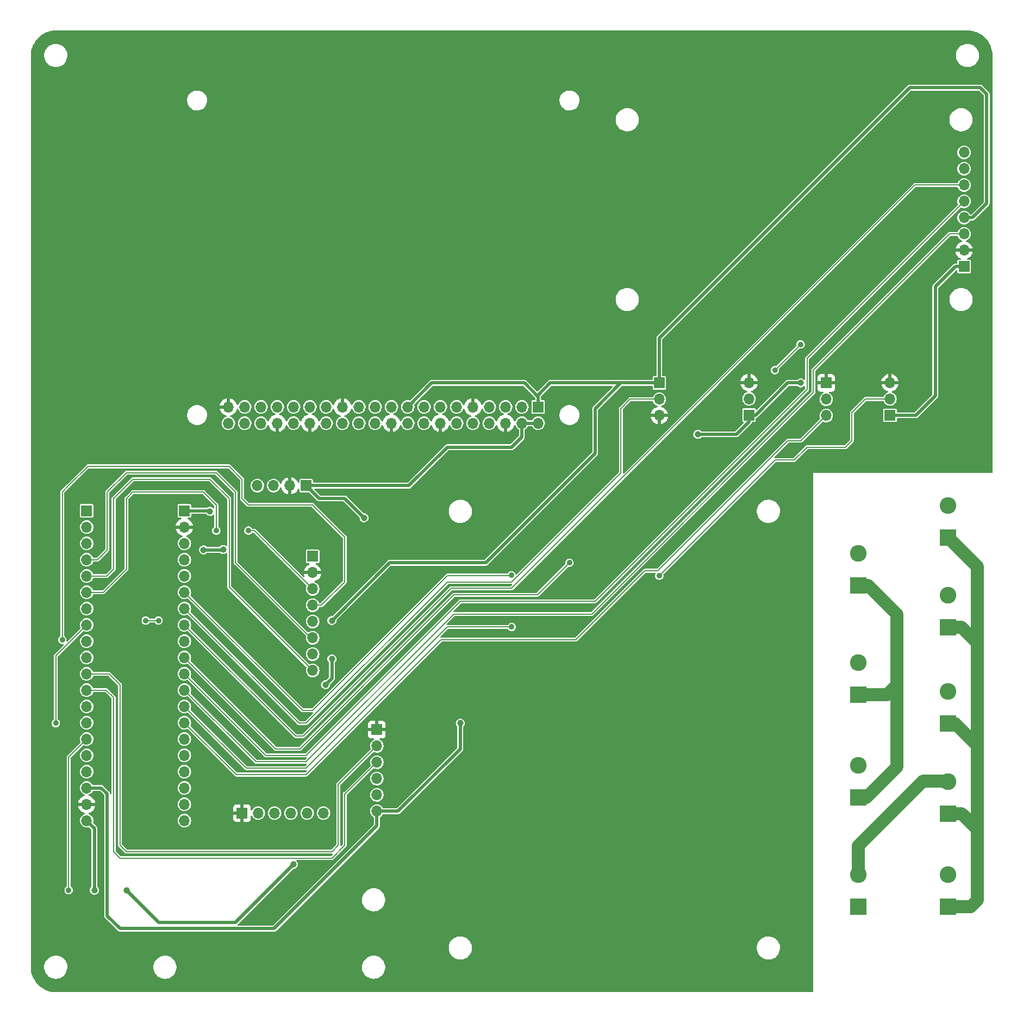
<source format=gbl>
G04 #@! TF.GenerationSoftware,KiCad,Pcbnew,(6.0.8)*
G04 #@! TF.CreationDate,2022-11-08T16:17:13+09:00*
G04 #@! TF.ProjectId,Aquarium,41717561-7269-4756-9d2e-6b696361645f,1.0*
G04 #@! TF.SameCoordinates,Original*
G04 #@! TF.FileFunction,Copper,L2,Bot*
G04 #@! TF.FilePolarity,Positive*
%FSLAX46Y46*%
G04 Gerber Fmt 4.6, Leading zero omitted, Abs format (unit mm)*
G04 Created by KiCad (PCBNEW (6.0.8)) date 2022-11-08 16:17:13*
%MOMM*%
%LPD*%
G01*
G04 APERTURE LIST*
G04 #@! TA.AperFunction,ComponentPad*
%ADD10R,2.600000X2.600000*%
G04 #@! TD*
G04 #@! TA.AperFunction,ComponentPad*
%ADD11C,2.600000*%
G04 #@! TD*
G04 #@! TA.AperFunction,ComponentPad*
%ADD12R,1.700000X1.700000*%
G04 #@! TD*
G04 #@! TA.AperFunction,ComponentPad*
%ADD13O,1.700000X1.700000*%
G04 #@! TD*
G04 #@! TA.AperFunction,ViaPad*
%ADD14C,1.000000*%
G04 #@! TD*
G04 #@! TA.AperFunction,ViaPad*
%ADD15C,0.900000*%
G04 #@! TD*
G04 #@! TA.AperFunction,Conductor*
%ADD16C,0.200000*%
G04 #@! TD*
G04 #@! TA.AperFunction,Conductor*
%ADD17C,0.500000*%
G04 #@! TD*
G04 #@! TA.AperFunction,Conductor*
%ADD18C,2.000000*%
G04 #@! TD*
G04 APERTURE END LIST*
D10*
X224000000Y-174540000D03*
D11*
X224000000Y-169540000D03*
D10*
X224000000Y-141540000D03*
D11*
X224000000Y-136540000D03*
D10*
X224000000Y-157540000D03*
D11*
X224000000Y-152540000D03*
D10*
X224000000Y-124540000D03*
D11*
X224000000Y-119540000D03*
D10*
X238000000Y-174540000D03*
D11*
X238000000Y-169540000D03*
D10*
X238000000Y-160080000D03*
D11*
X238000000Y-155080000D03*
D10*
X238000000Y-146080000D03*
D11*
X238000000Y-141080000D03*
D10*
X238000000Y-131080000D03*
D11*
X238000000Y-126080000D03*
D10*
X238000000Y-117080000D03*
D11*
X238000000Y-112080000D03*
D12*
X174130000Y-96730000D03*
D13*
X174130000Y-99270000D03*
X171590000Y-96730000D03*
X171590000Y-99270000D03*
X169050000Y-96730000D03*
X169050000Y-99270000D03*
X166510000Y-96730000D03*
X166510000Y-99270000D03*
X163970000Y-96730000D03*
X163970000Y-99270000D03*
X161430000Y-96730000D03*
X161430000Y-99270000D03*
X158890000Y-96730000D03*
X158890000Y-99270000D03*
X156350000Y-96730000D03*
X156350000Y-99270000D03*
X153810000Y-96730000D03*
X153810000Y-99270000D03*
X151270000Y-96730000D03*
X151270000Y-99270000D03*
X148730000Y-96730000D03*
X148730000Y-99270000D03*
X146190000Y-96730000D03*
X146190000Y-99270000D03*
X143650000Y-96730000D03*
X143650000Y-99270000D03*
X141110000Y-96730000D03*
X141110000Y-99270000D03*
X138570000Y-96730000D03*
X138570000Y-99270000D03*
X136030000Y-96730000D03*
X136030000Y-99270000D03*
X133490000Y-96730000D03*
X133490000Y-99270000D03*
X130950000Y-96730000D03*
X130950000Y-99270000D03*
X128410000Y-96730000D03*
X128410000Y-99270000D03*
X125870000Y-96730000D03*
X125870000Y-99270000D03*
D12*
X193000000Y-93000000D03*
D13*
X193000000Y-95540000D03*
X193000000Y-98080000D03*
D12*
X149000000Y-147000000D03*
D13*
X149000000Y-149540000D03*
X149000000Y-152080000D03*
X149000000Y-154620000D03*
X149000000Y-157160000D03*
X149000000Y-159700000D03*
D12*
X228925000Y-98035000D03*
D13*
X228925000Y-95495000D03*
X228925000Y-92955000D03*
D12*
X138000000Y-109000000D03*
D13*
X135460000Y-109000000D03*
X132920000Y-109000000D03*
X130380000Y-109000000D03*
D12*
X139000000Y-120000000D03*
D13*
X139000000Y-122540000D03*
X139000000Y-125080000D03*
X139000000Y-127620000D03*
X139000000Y-130160000D03*
X139000000Y-132700000D03*
X139000000Y-135240000D03*
X139000000Y-137780000D03*
D12*
X103805000Y-112910000D03*
D13*
X103805000Y-115450000D03*
X103805000Y-117990000D03*
X103805000Y-120530000D03*
X103805000Y-123070000D03*
X103805000Y-125610000D03*
X103805000Y-128150000D03*
X103805000Y-130690000D03*
X103805000Y-133230000D03*
X103805000Y-135770000D03*
X103805000Y-138310000D03*
X103805000Y-140850000D03*
X103805000Y-143390000D03*
X103805000Y-145930000D03*
X103805000Y-148470000D03*
X103805000Y-151010000D03*
X103805000Y-153550000D03*
X103805000Y-156090000D03*
X103805000Y-158630000D03*
X103805000Y-161170000D03*
D12*
X128000000Y-160000000D03*
D13*
X130540000Y-160000000D03*
X133080000Y-160000000D03*
X135620000Y-160000000D03*
X138160000Y-160000000D03*
X140700000Y-160000000D03*
D12*
X219000000Y-93000000D03*
D13*
X219000000Y-95540000D03*
X219000000Y-98080000D03*
D12*
X240475000Y-74875000D03*
D13*
X240475000Y-72335000D03*
X240475000Y-69795000D03*
X240475000Y-67255000D03*
X240475000Y-64715000D03*
X240475000Y-62175000D03*
X240475000Y-59635000D03*
X240475000Y-57095000D03*
D12*
X206975000Y-98000000D03*
D13*
X206975000Y-95460000D03*
X206975000Y-92920000D03*
D12*
X119025000Y-112900000D03*
D13*
X119025000Y-115440000D03*
X119025000Y-117980000D03*
X119025000Y-120520000D03*
X119025000Y-123060000D03*
X119025000Y-125600000D03*
X119025000Y-128140000D03*
X119025000Y-130680000D03*
X119025000Y-133220000D03*
X119025000Y-135760000D03*
X119025000Y-138300000D03*
X119025000Y-140840000D03*
X119025000Y-143380000D03*
X119025000Y-145920000D03*
X119025000Y-148460000D03*
X119025000Y-151000000D03*
X119025000Y-153540000D03*
X119025000Y-156080000D03*
X119025000Y-158620000D03*
X119025000Y-161160000D03*
D14*
X123000000Y-113000000D03*
X199000000Y-101000000D03*
X215000000Y-93000000D03*
X162000000Y-146000000D03*
X147000000Y-114000000D03*
X110000000Y-172000000D03*
X136000000Y-168000000D03*
X141000000Y-140000000D03*
X125065332Y-118934668D03*
X142000000Y-130000000D03*
X142000000Y-136000000D03*
X105000000Y-172000000D03*
X122000000Y-119000000D03*
D15*
X193000000Y-123000000D03*
X169970023Y-122970023D03*
X179000000Y-121000000D03*
X215000000Y-87000000D03*
X211000000Y-91000000D03*
X124000000Y-116000000D03*
X129000000Y-116000000D03*
X100000000Y-133000000D03*
X115000000Y-130000000D03*
X113000000Y-130000000D03*
X101000000Y-172000000D03*
X99000000Y-146000000D03*
X170000000Y-131000000D03*
D16*
X113000000Y-130000000D02*
X115000000Y-130000000D01*
D17*
X162000000Y-150000000D02*
X152300000Y-159700000D01*
X152300000Y-159700000D02*
X149000000Y-159700000D01*
X162000000Y-146000000D02*
X162000000Y-150000000D01*
D16*
X214000000Y-105000000D02*
X211000000Y-105000000D01*
X216000000Y-103000000D02*
X214000000Y-105000000D01*
X223000000Y-102000000D02*
X222000000Y-103000000D01*
X223000000Y-97595835D02*
X223000000Y-102000000D01*
X211000000Y-105000000D02*
X193000000Y-123000000D01*
X225100835Y-95495000D02*
X223000000Y-97595835D01*
X222000000Y-103000000D02*
X216000000Y-103000000D01*
X228925000Y-95495000D02*
X225100835Y-95495000D01*
D18*
X230000000Y-152823962D02*
X230000000Y-140000000D01*
X225283962Y-157540000D02*
X230000000Y-152823962D01*
X224000000Y-157540000D02*
X225283962Y-157540000D01*
X228460000Y-141540000D02*
X224000000Y-141540000D01*
X230000000Y-140000000D02*
X228460000Y-141540000D01*
X225540000Y-124540000D02*
X230000000Y-129000000D01*
X224000000Y-124540000D02*
X225540000Y-124540000D01*
X230000000Y-129000000D02*
X230000000Y-140000000D01*
X242500000Y-121580000D02*
X242500000Y-133500000D01*
X238000000Y-117080000D02*
X242500000Y-121580000D01*
X240080000Y-160080000D02*
X242500000Y-162500000D01*
X242500000Y-149500000D02*
X242500000Y-162500000D01*
X242500000Y-162500000D02*
X242500000Y-173540000D01*
X242500000Y-173540000D02*
X241500000Y-174540000D01*
D17*
X240475000Y-74875000D02*
X239125000Y-74875000D01*
X236000000Y-95000000D02*
X232965000Y-98035000D01*
X171590000Y-101410000D02*
X171590000Y-99270000D01*
X232965000Y-98035000D02*
X228925000Y-98035000D01*
X138000000Y-109000000D02*
X154000000Y-109000000D01*
X147000000Y-114000000D02*
X144000000Y-111000000D01*
X140000000Y-111000000D02*
X138000000Y-109000000D01*
X149000000Y-159700000D02*
X149000000Y-162000000D01*
X106090000Y-156090000D02*
X103805000Y-156090000D01*
X119025000Y-112900000D02*
X122900000Y-112900000D01*
X144000000Y-111000000D02*
X140000000Y-111000000D01*
X170000000Y-103000000D02*
X171590000Y-101410000D01*
X154000000Y-109000000D02*
X160000000Y-103000000D01*
X160000000Y-103000000D02*
X170000000Y-103000000D01*
X213000000Y-93000000D02*
X208000000Y-98000000D01*
X107000000Y-176000000D02*
X107000000Y-157000000D01*
X171590000Y-99270000D02*
X174130000Y-99270000D01*
X236000000Y-78000000D02*
X236000000Y-95000000D01*
X133000000Y-178000000D02*
X109000000Y-178000000D01*
X239125000Y-74875000D02*
X236000000Y-78000000D01*
X208000000Y-98000000D02*
X206975000Y-98000000D01*
X109000000Y-178000000D02*
X107000000Y-176000000D01*
X107000000Y-157000000D02*
X106090000Y-156090000D01*
X149000000Y-162000000D02*
X133000000Y-178000000D01*
X215000000Y-93000000D02*
X213000000Y-93000000D01*
X122900000Y-112900000D02*
X123000000Y-113000000D01*
X205000000Y-101000000D02*
X206975000Y-99025000D01*
X199000000Y-101000000D02*
X205000000Y-101000000D01*
X206975000Y-99025000D02*
X206975000Y-98000000D01*
X187000000Y-93000000D02*
X183000000Y-97000000D01*
X240475000Y-67255000D02*
X241745000Y-67255000D01*
X166000000Y-121000000D02*
X151000000Y-121000000D01*
X193000000Y-86000000D02*
X193000000Y-93000000D01*
X183000000Y-97000000D02*
X183000000Y-104000000D01*
X157540000Y-93000000D02*
X172000000Y-93000000D01*
X244000000Y-65000000D02*
X244000000Y-48000000D01*
X183000000Y-104000000D02*
X166000000Y-121000000D01*
X142000000Y-136000000D02*
X142000000Y-139000000D01*
X174130000Y-95130000D02*
X174130000Y-96730000D01*
X105000000Y-172000000D02*
X105000000Y-162365000D01*
X105000000Y-162365000D02*
X103805000Y-161170000D01*
X125000000Y-119000000D02*
X125065332Y-118934668D01*
X243000000Y-47000000D02*
X232000000Y-47000000D01*
X110000000Y-172000000D02*
X115000000Y-177000000D01*
X241745000Y-67255000D02*
X244000000Y-65000000D01*
X127000000Y-177000000D02*
X136000000Y-168000000D01*
X176000000Y-93000000D02*
X193000000Y-93000000D01*
X142000000Y-139000000D02*
X141000000Y-140000000D01*
X122000000Y-119000000D02*
X125000000Y-119000000D01*
X193000000Y-93000000D02*
X187000000Y-93000000D01*
X115000000Y-177000000D02*
X127000000Y-177000000D01*
X153810000Y-96730000D02*
X157540000Y-93000000D01*
X151000000Y-121000000D02*
X142000000Y-130000000D01*
X232000000Y-47000000D02*
X193000000Y-86000000D01*
X174130000Y-94870000D02*
X176000000Y-93000000D01*
X174130000Y-96730000D02*
X174130000Y-94870000D01*
X244000000Y-48000000D02*
X243000000Y-47000000D01*
X172000000Y-93000000D02*
X174130000Y-95130000D01*
D16*
X160000000Y-123000000D02*
X170000000Y-123000000D01*
X119025000Y-125600000D02*
X137425000Y-144000000D01*
X139000000Y-144000000D02*
X160000000Y-123000000D01*
X137425000Y-144000000D02*
X139000000Y-144000000D01*
X240475000Y-69795000D02*
X238205000Y-69795000D01*
X217000000Y-94500000D02*
X182500000Y-129000000D01*
X161000000Y-129000000D02*
X138000000Y-152000000D01*
X238205000Y-69795000D02*
X217000000Y-91000000D01*
X217000000Y-91000000D02*
X217000000Y-94500000D01*
X138000000Y-152000000D02*
X130185000Y-152000000D01*
X182500000Y-129000000D02*
X161000000Y-129000000D01*
X130185000Y-152000000D02*
X119025000Y-140840000D01*
X232825000Y-62175000D02*
X240475000Y-62175000D01*
X137565685Y-148000000D02*
X160565685Y-125000000D01*
X170000000Y-125000000D02*
X232825000Y-62175000D01*
X160565685Y-125000000D02*
X170000000Y-125000000D01*
X136345000Y-148000000D02*
X137565685Y-148000000D01*
X119025000Y-130680000D02*
X136345000Y-148000000D01*
X137000000Y-150000000D02*
X133265000Y-150000000D01*
X161000000Y-126000000D02*
X137000000Y-150000000D01*
X174000000Y-126000000D02*
X161000000Y-126000000D01*
X215000000Y-87000000D02*
X211000000Y-91000000D01*
X133265000Y-150000000D02*
X119025000Y-135760000D01*
X179000000Y-121000000D02*
X174000000Y-126000000D01*
X110000000Y-111000000D02*
X110000000Y-122000000D01*
X129920000Y-116000000D02*
X129000000Y-116000000D01*
X122000000Y-110000000D02*
X111000000Y-110000000D01*
X110000000Y-122000000D02*
X106390000Y-125610000D01*
X111000000Y-110000000D02*
X110000000Y-111000000D01*
X124000000Y-112000000D02*
X122000000Y-110000000D01*
X139000000Y-125080000D02*
X129920000Y-116000000D01*
X124000000Y-116000000D02*
X124000000Y-112000000D01*
X106390000Y-125610000D02*
X103805000Y-125610000D01*
X144000000Y-117000000D02*
X143000000Y-116000000D01*
X125000000Y-106000000D02*
X104000000Y-106000000D01*
X140380000Y-127620000D02*
X144000000Y-124000000D01*
X101000000Y-109000000D02*
X100000000Y-110000000D01*
X100000000Y-110000000D02*
X100000000Y-125000000D01*
X104000000Y-106000000D02*
X101000000Y-109000000D01*
X128000000Y-108000000D02*
X126000000Y-106000000D01*
X139000000Y-112000000D02*
X129000000Y-112000000D01*
X143000000Y-116000000D02*
X139000000Y-112000000D01*
X128000000Y-111000000D02*
X128000000Y-108000000D01*
X139000000Y-127620000D02*
X140380000Y-127620000D01*
X144000000Y-124000000D02*
X144000000Y-117000000D01*
X100000000Y-125000000D02*
X100000000Y-133000000D01*
X126000000Y-106000000D02*
X125000000Y-106000000D01*
X129000000Y-112000000D02*
X128000000Y-111000000D01*
X107000000Y-119000000D02*
X105470000Y-120530000D01*
X139000000Y-132700000D02*
X139000000Y-133000000D01*
X127000000Y-121000000D02*
X127000000Y-110000000D01*
X139000000Y-133000000D02*
X127000000Y-121000000D01*
X107000000Y-110000000D02*
X107000000Y-119000000D01*
X105470000Y-120530000D02*
X103805000Y-120530000D01*
X110000000Y-107000000D02*
X107000000Y-110000000D01*
X124000000Y-107000000D02*
X110000000Y-107000000D01*
X127000000Y-110000000D02*
X124000000Y-107000000D01*
X101000000Y-172000000D02*
X101000000Y-151275000D01*
X101000000Y-151275000D02*
X103805000Y-148470000D01*
X108000000Y-111000000D02*
X108000000Y-122000000D01*
X126000000Y-111000000D02*
X123000000Y-108000000D01*
X123000000Y-108000000D02*
X111000000Y-108000000D01*
X126000000Y-124780000D02*
X126000000Y-111000000D01*
X108000000Y-122000000D02*
X106930000Y-123070000D01*
X106930000Y-123070000D02*
X103805000Y-123070000D01*
X139000000Y-137780000D02*
X126000000Y-124780000D01*
X111000000Y-108000000D02*
X108000000Y-111000000D01*
X213000000Y-102000000D02*
X192750000Y-122250000D01*
X192750000Y-122250000D02*
X190750000Y-122250000D01*
X190750000Y-122250000D02*
X180000000Y-133000000D01*
X219000000Y-98080000D02*
X219000000Y-98000000D01*
X159000000Y-133000000D02*
X138000000Y-154000000D01*
X180000000Y-133000000D02*
X159000000Y-133000000D01*
X219000000Y-98000000D02*
X215000000Y-102000000D01*
X127105000Y-154000000D02*
X119025000Y-145920000D01*
X138000000Y-154000000D02*
X127105000Y-154000000D01*
X215000000Y-102000000D02*
X213000000Y-102000000D01*
X109000000Y-140000000D02*
X107310000Y-138310000D01*
X142000000Y-166000000D02*
X110000000Y-166000000D01*
X143000000Y-155540000D02*
X143000000Y-165000000D01*
X110000000Y-166000000D02*
X109000000Y-165000000D01*
X109000000Y-165000000D02*
X109000000Y-140000000D01*
X143000000Y-165000000D02*
X142000000Y-166000000D01*
X149000000Y-149540000D02*
X143000000Y-155540000D01*
X107310000Y-138310000D02*
X103805000Y-138310000D01*
X149000000Y-152080000D02*
X144080000Y-157000000D01*
X142000000Y-167000000D02*
X109000000Y-167000000D01*
X144000000Y-165000000D02*
X142000000Y-167000000D01*
X108000000Y-142000000D02*
X106850000Y-140850000D01*
X144080000Y-157000000D02*
X144000000Y-157000000D01*
X144000000Y-157000000D02*
X144000000Y-165000000D01*
X109000000Y-167000000D02*
X108000000Y-166000000D01*
X108000000Y-166000000D02*
X108000000Y-142000000D01*
X106850000Y-140850000D02*
X103805000Y-140850000D01*
X99000000Y-135495000D02*
X103805000Y-130690000D01*
X99000000Y-146000000D02*
X99000000Y-135495000D01*
X160000000Y-124000000D02*
X170000000Y-124000000D01*
X136885000Y-146000000D02*
X138000000Y-146000000D01*
X187000000Y-97000000D02*
X188460000Y-95540000D01*
X170000000Y-124000000D02*
X187000000Y-107000000D01*
X138000000Y-146000000D02*
X160000000Y-124000000D01*
X188460000Y-95540000D02*
X193000000Y-95540000D01*
X187000000Y-107000000D02*
X187000000Y-97000000D01*
X119025000Y-128140000D02*
X136885000Y-146000000D01*
X162000000Y-127000000D02*
X138000000Y-151000000D01*
X183000000Y-127000000D02*
X162000000Y-127000000D01*
X138000000Y-151000000D02*
X131725000Y-151000000D01*
X216000000Y-89190000D02*
X216000000Y-94000000D01*
X131725000Y-151000000D02*
X119025000Y-138300000D01*
X216000000Y-94000000D02*
X183000000Y-127000000D01*
X240475000Y-64715000D02*
X216000000Y-89190000D01*
X138000000Y-153000000D02*
X160000000Y-131000000D01*
X160000000Y-131000000D02*
X170000000Y-131000000D01*
X128645000Y-153000000D02*
X138000000Y-153000000D01*
X119025000Y-143380000D02*
X128645000Y-153000000D01*
D18*
X239080000Y-146080000D02*
X242500000Y-149500000D01*
X238000000Y-146080000D02*
X239080000Y-146080000D01*
X238000000Y-131080000D02*
X240080000Y-131080000D01*
X240080000Y-131080000D02*
X242500000Y-133500000D01*
X241500000Y-174540000D02*
X238000000Y-174540000D01*
X242500000Y-133500000D02*
X242500000Y-149500000D01*
X238000000Y-160080000D02*
X240080000Y-160080000D01*
X224000000Y-169460000D02*
X224000000Y-165080000D01*
X224000000Y-165080000D02*
X234080000Y-155000000D01*
X234080000Y-155000000D02*
X238000000Y-155000000D01*
G04 #@! TA.AperFunction,Conductor*
G36*
X240984083Y-38100943D02*
G01*
X240984923Y-38100773D01*
X241000000Y-38105672D01*
X241013202Y-38101382D01*
X241013913Y-38101613D01*
X241013935Y-38101144D01*
X241353984Y-38116866D01*
X241365569Y-38117940D01*
X241476290Y-38133384D01*
X241710765Y-38166092D01*
X241722205Y-38168231D01*
X241902968Y-38210746D01*
X242061488Y-38248029D01*
X242072664Y-38251209D01*
X242237906Y-38306593D01*
X242403138Y-38361974D01*
X242413990Y-38366178D01*
X242732832Y-38506960D01*
X242743237Y-38512140D01*
X243047745Y-38681750D01*
X243057622Y-38687866D01*
X243345168Y-38884840D01*
X243354456Y-38891854D01*
X243622601Y-39114519D01*
X243631201Y-39122360D01*
X243877640Y-39368799D01*
X243885481Y-39377399D01*
X244108146Y-39645544D01*
X244115160Y-39654832D01*
X244312134Y-39942378D01*
X244318250Y-39952255D01*
X244487860Y-40256763D01*
X244493040Y-40267168D01*
X244633822Y-40586010D01*
X244638026Y-40596862D01*
X244693407Y-40762095D01*
X244741226Y-40904764D01*
X244748788Y-40927327D01*
X244751973Y-40938521D01*
X244831769Y-41277795D01*
X244833908Y-41289235D01*
X244880222Y-41621249D01*
X244882060Y-41634428D01*
X244883134Y-41646017D01*
X244898856Y-41986065D01*
X244897448Y-41986130D01*
X244898018Y-41988643D01*
X244894328Y-42000000D01*
X244899022Y-42014444D01*
X244898598Y-42029271D01*
X244899500Y-42035549D01*
X244899500Y-106874000D01*
X244879498Y-106942121D01*
X244825842Y-106988614D01*
X244773500Y-107000000D01*
X217000000Y-107000000D01*
X217000000Y-187773500D01*
X216979998Y-187841621D01*
X216926342Y-187888114D01*
X216874000Y-187899500D01*
X99015917Y-187899500D01*
X99015917Y-187899057D01*
X99015077Y-187899227D01*
X99000000Y-187894328D01*
X98986798Y-187898618D01*
X98986087Y-187898387D01*
X98986065Y-187898856D01*
X98646016Y-187883134D01*
X98634431Y-187882060D01*
X98523710Y-187866616D01*
X98289235Y-187833908D01*
X98277795Y-187831769D01*
X98097032Y-187789254D01*
X97938512Y-187751971D01*
X97927336Y-187748791D01*
X97762095Y-187693407D01*
X97596862Y-187638026D01*
X97586010Y-187633822D01*
X97267168Y-187493040D01*
X97256763Y-187487860D01*
X96952255Y-187318250D01*
X96942378Y-187312134D01*
X96654832Y-187115160D01*
X96645544Y-187108146D01*
X96377399Y-186885481D01*
X96368799Y-186877640D01*
X96122360Y-186631201D01*
X96114519Y-186622601D01*
X95891854Y-186354456D01*
X95884840Y-186345168D01*
X95687866Y-186057622D01*
X95681750Y-186047745D01*
X95512140Y-185743237D01*
X95506960Y-185732832D01*
X95366178Y-185413990D01*
X95361974Y-185403138D01*
X95273667Y-185139669D01*
X95251209Y-185072664D01*
X95248027Y-185061479D01*
X95168231Y-184722205D01*
X95166092Y-184710765D01*
X95119936Y-184379883D01*
X95117940Y-184365569D01*
X95116866Y-184353983D01*
X95105596Y-184110226D01*
X97197819Y-184110226D01*
X97233907Y-184375395D01*
X97308792Y-184632317D01*
X97420831Y-184875348D01*
X97453072Y-184924524D01*
X97564996Y-185095236D01*
X97565000Y-185095241D01*
X97567562Y-185099149D01*
X97745760Y-185298803D01*
X97951512Y-185469925D01*
X97955505Y-185472348D01*
X98176306Y-185606334D01*
X98176310Y-185606336D01*
X98180298Y-185608756D01*
X98184606Y-185610563D01*
X98184607Y-185610563D01*
X98422776Y-185710436D01*
X98422781Y-185710438D01*
X98427091Y-185712245D01*
X98431623Y-185713396D01*
X98431626Y-185713397D01*
X98681933Y-185776967D01*
X98681936Y-185776968D01*
X98686470Y-185778119D01*
X98691126Y-185778588D01*
X98691127Y-185778588D01*
X98905602Y-185800184D01*
X98905603Y-185800184D01*
X98908741Y-185800500D01*
X99067944Y-185800500D01*
X99070267Y-185800327D01*
X99070277Y-185800327D01*
X99262212Y-185786064D01*
X99262216Y-185786063D01*
X99266877Y-185785717D01*
X99271441Y-185784684D01*
X99271443Y-185784684D01*
X99477060Y-185738157D01*
X99527891Y-185726655D01*
X99561984Y-185713397D01*
X99772956Y-185631355D01*
X99772958Y-185631354D01*
X99777309Y-185629662D01*
X99818125Y-185606334D01*
X99863730Y-185580268D01*
X100009650Y-185496868D01*
X100219811Y-185331190D01*
X100403175Y-185136269D01*
X100555714Y-184916385D01*
X100578045Y-184871102D01*
X100672011Y-184680559D01*
X100672012Y-184680556D01*
X100674076Y-184676371D01*
X100755662Y-184421497D01*
X100798678Y-184157364D01*
X100799295Y-184110226D01*
X114197819Y-184110226D01*
X114233907Y-184375395D01*
X114308792Y-184632317D01*
X114420831Y-184875348D01*
X114453072Y-184924524D01*
X114564996Y-185095236D01*
X114565000Y-185095241D01*
X114567562Y-185099149D01*
X114745760Y-185298803D01*
X114951512Y-185469925D01*
X114955505Y-185472348D01*
X115176306Y-185606334D01*
X115176310Y-185606336D01*
X115180298Y-185608756D01*
X115184606Y-185610563D01*
X115184607Y-185610563D01*
X115422776Y-185710436D01*
X115422781Y-185710438D01*
X115427091Y-185712245D01*
X115431623Y-185713396D01*
X115431626Y-185713397D01*
X115681933Y-185776967D01*
X115681936Y-185776968D01*
X115686470Y-185778119D01*
X115691126Y-185778588D01*
X115691127Y-185778588D01*
X115905602Y-185800184D01*
X115905603Y-185800184D01*
X115908741Y-185800500D01*
X116067944Y-185800500D01*
X116070267Y-185800327D01*
X116070277Y-185800327D01*
X116262212Y-185786064D01*
X116262216Y-185786063D01*
X116266877Y-185785717D01*
X116271441Y-185784684D01*
X116271443Y-185784684D01*
X116477060Y-185738157D01*
X116527891Y-185726655D01*
X116561984Y-185713397D01*
X116772956Y-185631355D01*
X116772958Y-185631354D01*
X116777309Y-185629662D01*
X116818125Y-185606334D01*
X116863730Y-185580268D01*
X117009650Y-185496868D01*
X117219811Y-185331190D01*
X117403175Y-185136269D01*
X117555714Y-184916385D01*
X117578045Y-184871102D01*
X117672011Y-184680559D01*
X117672012Y-184680556D01*
X117674076Y-184676371D01*
X117755662Y-184421497D01*
X117798678Y-184157364D01*
X117799295Y-184110226D01*
X146697819Y-184110226D01*
X146733907Y-184375395D01*
X146808792Y-184632317D01*
X146920831Y-184875348D01*
X146953072Y-184924524D01*
X147064996Y-185095236D01*
X147065000Y-185095241D01*
X147067562Y-185099149D01*
X147245760Y-185298803D01*
X147451512Y-185469925D01*
X147455505Y-185472348D01*
X147676306Y-185606334D01*
X147676310Y-185606336D01*
X147680298Y-185608756D01*
X147684606Y-185610563D01*
X147684607Y-185610563D01*
X147922776Y-185710436D01*
X147922781Y-185710438D01*
X147927091Y-185712245D01*
X147931623Y-185713396D01*
X147931626Y-185713397D01*
X148181933Y-185776967D01*
X148181936Y-185776968D01*
X148186470Y-185778119D01*
X148191126Y-185778588D01*
X148191127Y-185778588D01*
X148405602Y-185800184D01*
X148405603Y-185800184D01*
X148408741Y-185800500D01*
X148567944Y-185800500D01*
X148570267Y-185800327D01*
X148570277Y-185800327D01*
X148762212Y-185786064D01*
X148762216Y-185786063D01*
X148766877Y-185785717D01*
X148771441Y-185784684D01*
X148771443Y-185784684D01*
X148977060Y-185738157D01*
X149027891Y-185726655D01*
X149061984Y-185713397D01*
X149272956Y-185631355D01*
X149272958Y-185631354D01*
X149277309Y-185629662D01*
X149318125Y-185606334D01*
X149363730Y-185580268D01*
X149509650Y-185496868D01*
X149719811Y-185331190D01*
X149903175Y-185136269D01*
X150055714Y-184916385D01*
X150078045Y-184871102D01*
X150172011Y-184680559D01*
X150172012Y-184680556D01*
X150174076Y-184676371D01*
X150255662Y-184421497D01*
X150298678Y-184157364D01*
X150301121Y-183970729D01*
X150302120Y-183894451D01*
X150302120Y-183894448D01*
X150302181Y-183889774D01*
X150266093Y-183624605D01*
X150191208Y-183367683D01*
X150079169Y-183124652D01*
X150046928Y-183075476D01*
X149935004Y-182904764D01*
X149935000Y-182904759D01*
X149932438Y-182900851D01*
X149821867Y-182776967D01*
X149757357Y-182704689D01*
X149757355Y-182704687D01*
X149754240Y-182701197D01*
X149548488Y-182530075D01*
X149449364Y-182469925D01*
X149323694Y-182393666D01*
X149323690Y-182393664D01*
X149319702Y-182391244D01*
X149265810Y-182368645D01*
X149077224Y-182289564D01*
X149077219Y-182289562D01*
X149072909Y-182287755D01*
X149068377Y-182286604D01*
X149068374Y-182286603D01*
X148818067Y-182223033D01*
X148818064Y-182223032D01*
X148813530Y-182221881D01*
X148808874Y-182221412D01*
X148808873Y-182221412D01*
X148594398Y-182199816D01*
X148594397Y-182199816D01*
X148591259Y-182199500D01*
X148432056Y-182199500D01*
X148429733Y-182199673D01*
X148429723Y-182199673D01*
X148237788Y-182213936D01*
X148237784Y-182213937D01*
X148233123Y-182214283D01*
X148228559Y-182215316D01*
X148228557Y-182215316D01*
X148089235Y-182246842D01*
X147972109Y-182273345D01*
X147967757Y-182275037D01*
X147967755Y-182275038D01*
X147727044Y-182368645D01*
X147727042Y-182368646D01*
X147722691Y-182370338D01*
X147718637Y-182372655D01*
X147718635Y-182372656D01*
X147636270Y-182419732D01*
X147490350Y-182503132D01*
X147280189Y-182668810D01*
X147096825Y-182863731D01*
X146944286Y-183083615D01*
X146825924Y-183323629D01*
X146744338Y-183578503D01*
X146701322Y-183842636D01*
X146701261Y-183847313D01*
X146699080Y-184013935D01*
X146697819Y-184110226D01*
X117799295Y-184110226D01*
X117801121Y-183970729D01*
X117802120Y-183894451D01*
X117802120Y-183894448D01*
X117802181Y-183889774D01*
X117766093Y-183624605D01*
X117691208Y-183367683D01*
X117579169Y-183124652D01*
X117546928Y-183075476D01*
X117435004Y-182904764D01*
X117435000Y-182904759D01*
X117432438Y-182900851D01*
X117321867Y-182776967D01*
X117257357Y-182704689D01*
X117257355Y-182704687D01*
X117254240Y-182701197D01*
X117048488Y-182530075D01*
X116949364Y-182469925D01*
X116823694Y-182393666D01*
X116823690Y-182393664D01*
X116819702Y-182391244D01*
X116765810Y-182368645D01*
X116577224Y-182289564D01*
X116577219Y-182289562D01*
X116572909Y-182287755D01*
X116568377Y-182286604D01*
X116568374Y-182286603D01*
X116318067Y-182223033D01*
X116318064Y-182223032D01*
X116313530Y-182221881D01*
X116308874Y-182221412D01*
X116308873Y-182221412D01*
X116094398Y-182199816D01*
X116094397Y-182199816D01*
X116091259Y-182199500D01*
X115932056Y-182199500D01*
X115929733Y-182199673D01*
X115929723Y-182199673D01*
X115737788Y-182213936D01*
X115737784Y-182213937D01*
X115733123Y-182214283D01*
X115728559Y-182215316D01*
X115728557Y-182215316D01*
X115589235Y-182246842D01*
X115472109Y-182273345D01*
X115467757Y-182275037D01*
X115467755Y-182275038D01*
X115227044Y-182368645D01*
X115227042Y-182368646D01*
X115222691Y-182370338D01*
X115218637Y-182372655D01*
X115218635Y-182372656D01*
X115136270Y-182419732D01*
X114990350Y-182503132D01*
X114780189Y-182668810D01*
X114596825Y-182863731D01*
X114444286Y-183083615D01*
X114325924Y-183323629D01*
X114244338Y-183578503D01*
X114201322Y-183842636D01*
X114201261Y-183847313D01*
X114199080Y-184013935D01*
X114197819Y-184110226D01*
X100799295Y-184110226D01*
X100801121Y-183970729D01*
X100802120Y-183894451D01*
X100802120Y-183894448D01*
X100802181Y-183889774D01*
X100766093Y-183624605D01*
X100691208Y-183367683D01*
X100579169Y-183124652D01*
X100546928Y-183075476D01*
X100435004Y-182904764D01*
X100435000Y-182904759D01*
X100432438Y-182900851D01*
X100321867Y-182776967D01*
X100257357Y-182704689D01*
X100257355Y-182704687D01*
X100254240Y-182701197D01*
X100048488Y-182530075D01*
X99949364Y-182469925D01*
X99823694Y-182393666D01*
X99823690Y-182393664D01*
X99819702Y-182391244D01*
X99765810Y-182368645D01*
X99577224Y-182289564D01*
X99577219Y-182289562D01*
X99572909Y-182287755D01*
X99568377Y-182286604D01*
X99568374Y-182286603D01*
X99318067Y-182223033D01*
X99318064Y-182223032D01*
X99313530Y-182221881D01*
X99308874Y-182221412D01*
X99308873Y-182221412D01*
X99094398Y-182199816D01*
X99094397Y-182199816D01*
X99091259Y-182199500D01*
X98932056Y-182199500D01*
X98929733Y-182199673D01*
X98929723Y-182199673D01*
X98737788Y-182213936D01*
X98737784Y-182213937D01*
X98733123Y-182214283D01*
X98728559Y-182215316D01*
X98728557Y-182215316D01*
X98589235Y-182246842D01*
X98472109Y-182273345D01*
X98467757Y-182275037D01*
X98467755Y-182275038D01*
X98227044Y-182368645D01*
X98227042Y-182368646D01*
X98222691Y-182370338D01*
X98218637Y-182372655D01*
X98218635Y-182372656D01*
X98136270Y-182419732D01*
X97990350Y-182503132D01*
X97780189Y-182668810D01*
X97596825Y-182863731D01*
X97444286Y-183083615D01*
X97325924Y-183323629D01*
X97244338Y-183578503D01*
X97201322Y-183842636D01*
X97201261Y-183847313D01*
X97199080Y-184013935D01*
X97197819Y-184110226D01*
X95105596Y-184110226D01*
X95101144Y-184013935D01*
X95102552Y-184013870D01*
X95101982Y-184011357D01*
X95105672Y-184000000D01*
X95100978Y-183985556D01*
X95101402Y-183970729D01*
X95100500Y-183964451D01*
X95100500Y-181110226D01*
X160197819Y-181110226D01*
X160233907Y-181375395D01*
X160308792Y-181632317D01*
X160420831Y-181875348D01*
X160453072Y-181924524D01*
X160564996Y-182095236D01*
X160565000Y-182095241D01*
X160567562Y-182099149D01*
X160656661Y-182198976D01*
X160722118Y-182272314D01*
X160745760Y-182298803D01*
X160951512Y-182469925D01*
X160955505Y-182472348D01*
X161176306Y-182606334D01*
X161176310Y-182606336D01*
X161180298Y-182608756D01*
X161184606Y-182610563D01*
X161184607Y-182610563D01*
X161422776Y-182710436D01*
X161422781Y-182710438D01*
X161427091Y-182712245D01*
X161431623Y-182713396D01*
X161431626Y-182713397D01*
X161681933Y-182776967D01*
X161681936Y-182776968D01*
X161686470Y-182778119D01*
X161691126Y-182778588D01*
X161691127Y-182778588D01*
X161905602Y-182800184D01*
X161905603Y-182800184D01*
X161908741Y-182800500D01*
X162067944Y-182800500D01*
X162070267Y-182800327D01*
X162070277Y-182800327D01*
X162262212Y-182786064D01*
X162262216Y-182786063D01*
X162266877Y-182785717D01*
X162271441Y-182784684D01*
X162271443Y-182784684D01*
X162410765Y-182753158D01*
X162527891Y-182726655D01*
X162561984Y-182713397D01*
X162772956Y-182631355D01*
X162772958Y-182631354D01*
X162777309Y-182629662D01*
X162818125Y-182606334D01*
X162998690Y-182503132D01*
X163009650Y-182496868D01*
X163219811Y-182331190D01*
X163403175Y-182136269D01*
X163555714Y-181916385D01*
X163674076Y-181676371D01*
X163755662Y-181421497D01*
X163798678Y-181157364D01*
X163799295Y-181110226D01*
X208197819Y-181110226D01*
X208233907Y-181375395D01*
X208308792Y-181632317D01*
X208420831Y-181875348D01*
X208453072Y-181924524D01*
X208564996Y-182095236D01*
X208565000Y-182095241D01*
X208567562Y-182099149D01*
X208656661Y-182198976D01*
X208722118Y-182272314D01*
X208745760Y-182298803D01*
X208951512Y-182469925D01*
X208955505Y-182472348D01*
X209176306Y-182606334D01*
X209176310Y-182606336D01*
X209180298Y-182608756D01*
X209184606Y-182610563D01*
X209184607Y-182610563D01*
X209422776Y-182710436D01*
X209422781Y-182710438D01*
X209427091Y-182712245D01*
X209431623Y-182713396D01*
X209431626Y-182713397D01*
X209681933Y-182776967D01*
X209681936Y-182776968D01*
X209686470Y-182778119D01*
X209691126Y-182778588D01*
X209691127Y-182778588D01*
X209905602Y-182800184D01*
X209905603Y-182800184D01*
X209908741Y-182800500D01*
X210067944Y-182800500D01*
X210070267Y-182800327D01*
X210070277Y-182800327D01*
X210262212Y-182786064D01*
X210262216Y-182786063D01*
X210266877Y-182785717D01*
X210271441Y-182784684D01*
X210271443Y-182784684D01*
X210410765Y-182753158D01*
X210527891Y-182726655D01*
X210561984Y-182713397D01*
X210772956Y-182631355D01*
X210772958Y-182631354D01*
X210777309Y-182629662D01*
X210818125Y-182606334D01*
X210998690Y-182503132D01*
X211009650Y-182496868D01*
X211219811Y-182331190D01*
X211403175Y-182136269D01*
X211555714Y-181916385D01*
X211674076Y-181676371D01*
X211755662Y-181421497D01*
X211798678Y-181157364D01*
X211802181Y-180889774D01*
X211766093Y-180624605D01*
X211691208Y-180367683D01*
X211579169Y-180124652D01*
X211546928Y-180075476D01*
X211435004Y-179904764D01*
X211435000Y-179904759D01*
X211432438Y-179900851D01*
X211254240Y-179701197D01*
X211048488Y-179530075D01*
X211000266Y-179500813D01*
X210823694Y-179393666D01*
X210823690Y-179393664D01*
X210819702Y-179391244D01*
X210765810Y-179368645D01*
X210577224Y-179289564D01*
X210577219Y-179289562D01*
X210572909Y-179287755D01*
X210568377Y-179286604D01*
X210568374Y-179286603D01*
X210318067Y-179223033D01*
X210318064Y-179223032D01*
X210313530Y-179221881D01*
X210308874Y-179221412D01*
X210308873Y-179221412D01*
X210094398Y-179199816D01*
X210094397Y-179199816D01*
X210091259Y-179199500D01*
X209932056Y-179199500D01*
X209929733Y-179199673D01*
X209929723Y-179199673D01*
X209737788Y-179213936D01*
X209737784Y-179213937D01*
X209733123Y-179214283D01*
X209728559Y-179215316D01*
X209728557Y-179215316D01*
X209589235Y-179246842D01*
X209472109Y-179273345D01*
X209467757Y-179275037D01*
X209467755Y-179275038D01*
X209227044Y-179368645D01*
X209227042Y-179368646D01*
X209222691Y-179370338D01*
X209218637Y-179372655D01*
X209218635Y-179372656D01*
X209136270Y-179419732D01*
X208990350Y-179503132D01*
X208780189Y-179668810D01*
X208596825Y-179863731D01*
X208444286Y-180083615D01*
X208325924Y-180323629D01*
X208244338Y-180578503D01*
X208201322Y-180842636D01*
X208197819Y-181110226D01*
X163799295Y-181110226D01*
X163802181Y-180889774D01*
X163766093Y-180624605D01*
X163691208Y-180367683D01*
X163579169Y-180124652D01*
X163546928Y-180075476D01*
X163435004Y-179904764D01*
X163435000Y-179904759D01*
X163432438Y-179900851D01*
X163254240Y-179701197D01*
X163048488Y-179530075D01*
X163000266Y-179500813D01*
X162823694Y-179393666D01*
X162823690Y-179393664D01*
X162819702Y-179391244D01*
X162765810Y-179368645D01*
X162577224Y-179289564D01*
X162577219Y-179289562D01*
X162572909Y-179287755D01*
X162568377Y-179286604D01*
X162568374Y-179286603D01*
X162318067Y-179223033D01*
X162318064Y-179223032D01*
X162313530Y-179221881D01*
X162308874Y-179221412D01*
X162308873Y-179221412D01*
X162094398Y-179199816D01*
X162094397Y-179199816D01*
X162091259Y-179199500D01*
X161932056Y-179199500D01*
X161929733Y-179199673D01*
X161929723Y-179199673D01*
X161737788Y-179213936D01*
X161737784Y-179213937D01*
X161733123Y-179214283D01*
X161728559Y-179215316D01*
X161728557Y-179215316D01*
X161589235Y-179246842D01*
X161472109Y-179273345D01*
X161467757Y-179275037D01*
X161467755Y-179275038D01*
X161227044Y-179368645D01*
X161227042Y-179368646D01*
X161222691Y-179370338D01*
X161218637Y-179372655D01*
X161218635Y-179372656D01*
X161136270Y-179419732D01*
X160990350Y-179503132D01*
X160780189Y-179668810D01*
X160596825Y-179863731D01*
X160444286Y-180083615D01*
X160325924Y-180323629D01*
X160244338Y-180578503D01*
X160201322Y-180842636D01*
X160197819Y-181110226D01*
X95100500Y-181110226D01*
X95100500Y-171993138D01*
X100344758Y-171993138D01*
X100362035Y-172149633D01*
X100416143Y-172297490D01*
X100420380Y-172303796D01*
X100420382Y-172303799D01*
X100444673Y-172339947D01*
X100503958Y-172428172D01*
X100620410Y-172534135D01*
X100627085Y-172537759D01*
X100752099Y-172605637D01*
X100752101Y-172605638D01*
X100758776Y-172609262D01*
X100766125Y-172611190D01*
X100903719Y-172647287D01*
X100903721Y-172647287D01*
X100911069Y-172649215D01*
X100994380Y-172650524D01*
X101060898Y-172651569D01*
X101060901Y-172651569D01*
X101068495Y-172651688D01*
X101221968Y-172616538D01*
X101362625Y-172545795D01*
X101436659Y-172482564D01*
X101476574Y-172448474D01*
X101476576Y-172448471D01*
X101482348Y-172443542D01*
X101574224Y-172315683D01*
X101632950Y-172169598D01*
X101651993Y-172035791D01*
X101654553Y-172017807D01*
X101654553Y-172017804D01*
X101655134Y-172013723D01*
X101655278Y-172000000D01*
X101653473Y-171985080D01*
X101641898Y-171889437D01*
X101636363Y-171843694D01*
X101610420Y-171775038D01*
X101583394Y-171703514D01*
X101583393Y-171703511D01*
X101580710Y-171696412D01*
X101491531Y-171566657D01*
X101387760Y-171474200D01*
X101379649Y-171466973D01*
X101379647Y-171466971D01*
X101373976Y-171461919D01*
X101367264Y-171458365D01*
X101361025Y-171454029D01*
X101361799Y-171452916D01*
X101316695Y-171408954D01*
X101300500Y-171347157D01*
X101300500Y-158897966D01*
X102473257Y-158897966D01*
X102503565Y-159032446D01*
X102506645Y-159042275D01*
X102586770Y-159239603D01*
X102591413Y-159248794D01*
X102702694Y-159430388D01*
X102708777Y-159438699D01*
X102848213Y-159599667D01*
X102855580Y-159606883D01*
X103019434Y-159742916D01*
X103027881Y-159748831D01*
X103211756Y-159856279D01*
X103221042Y-159860729D01*
X103420001Y-159936703D01*
X103434866Y-159941022D01*
X103434289Y-159943008D01*
X103489260Y-159972082D01*
X103524110Y-160033936D01*
X103519988Y-160104813D01*
X103478201Y-160162209D01*
X103436930Y-160183228D01*
X103415489Y-160189538D01*
X103415484Y-160189540D01*
X103409572Y-160191280D01*
X103227002Y-160286726D01*
X103222201Y-160290586D01*
X103222198Y-160290588D01*
X103073004Y-160410543D01*
X103066447Y-160415815D01*
X102934024Y-160573630D01*
X102931056Y-160579028D01*
X102931053Y-160579033D01*
X102837743Y-160748765D01*
X102834776Y-160754162D01*
X102772484Y-160950532D01*
X102771798Y-160956649D01*
X102771797Y-160956653D01*
X102755309Y-161103649D01*
X102749520Y-161155262D01*
X102750036Y-161161406D01*
X102766050Y-161352105D01*
X102766759Y-161360553D01*
X102768458Y-161366478D01*
X102820677Y-161548586D01*
X102823544Y-161558586D01*
X102826359Y-161564063D01*
X102826360Y-161564066D01*
X102909758Y-161726341D01*
X102917712Y-161741818D01*
X103045677Y-161903270D01*
X103050370Y-161907264D01*
X103050371Y-161907265D01*
X103159610Y-162000234D01*
X103202564Y-162036791D01*
X103207942Y-162039797D01*
X103207944Y-162039798D01*
X103248017Y-162062194D01*
X103382398Y-162137297D01*
X103457549Y-162161715D01*
X103572471Y-162199056D01*
X103572475Y-162199057D01*
X103578329Y-162200959D01*
X103782894Y-162225351D01*
X103789029Y-162224879D01*
X103789031Y-162224879D01*
X103845039Y-162220569D01*
X103988300Y-162209546D01*
X103994230Y-162207890D01*
X103994232Y-162207890D01*
X104088697Y-162181515D01*
X104159688Y-162182462D01*
X104211676Y-162213779D01*
X104512595Y-162514698D01*
X104546621Y-162577010D01*
X104549500Y-162603793D01*
X104549500Y-171406079D01*
X104529498Y-171474200D01*
X104506329Y-171501028D01*
X104475604Y-171527831D01*
X104448317Y-171566657D01*
X104383444Y-171658962D01*
X104378113Y-171666547D01*
X104316524Y-171824513D01*
X104294394Y-171992611D01*
X104312999Y-172161135D01*
X104371266Y-172320356D01*
X104375502Y-172326659D01*
X104375502Y-172326660D01*
X104388574Y-172346113D01*
X104465830Y-172461083D01*
X104471442Y-172466190D01*
X104471445Y-172466193D01*
X104585612Y-172570077D01*
X104585616Y-172570080D01*
X104591233Y-172575191D01*
X104597906Y-172578814D01*
X104597910Y-172578817D01*
X104733558Y-172652467D01*
X104733560Y-172652468D01*
X104740235Y-172656092D01*
X104747584Y-172658020D01*
X104896883Y-172697188D01*
X104896885Y-172697188D01*
X104904233Y-172699116D01*
X104990609Y-172700473D01*
X105066161Y-172701660D01*
X105066164Y-172701660D01*
X105073760Y-172701779D01*
X105081165Y-172700083D01*
X105081166Y-172700083D01*
X105141586Y-172686245D01*
X105239029Y-172663928D01*
X105390498Y-172587747D01*
X105519423Y-172477634D01*
X105618361Y-172339947D01*
X105623702Y-172326660D01*
X105678766Y-172189687D01*
X105678767Y-172189685D01*
X105681601Y-172182634D01*
X105701478Y-172042967D01*
X105704909Y-172018862D01*
X105704909Y-172018859D01*
X105705490Y-172014778D01*
X105705645Y-172000000D01*
X105703840Y-171985080D01*
X105692265Y-171889437D01*
X105685276Y-171831680D01*
X105625345Y-171673077D01*
X105548730Y-171561602D01*
X105533614Y-171539608D01*
X105533613Y-171539607D01*
X105529312Y-171533349D01*
X105492681Y-171500712D01*
X105455125Y-171440462D01*
X105450500Y-171406636D01*
X105450500Y-162399219D01*
X105451373Y-162384410D01*
X105454257Y-162360041D01*
X105455364Y-162350689D01*
X105453672Y-162341426D01*
X105453672Y-162341419D01*
X105444825Y-162292982D01*
X105444174Y-162289075D01*
X105436850Y-162240356D01*
X105436850Y-162240355D01*
X105435449Y-162231038D01*
X105432321Y-162224525D01*
X105431025Y-162217427D01*
X105403972Y-162165347D01*
X105402223Y-162161845D01*
X105380887Y-162117413D01*
X105380886Y-162117412D01*
X105376809Y-162108921D01*
X105371923Y-162103636D01*
X105371892Y-162103589D01*
X105368579Y-162097211D01*
X105364275Y-162092172D01*
X105327048Y-162054945D01*
X105323618Y-162051379D01*
X105291246Y-162016359D01*
X105284854Y-162009444D01*
X105278495Y-162005751D01*
X105272337Y-162000234D01*
X104849842Y-161577739D01*
X104815816Y-161515427D01*
X104819378Y-161448873D01*
X104832406Y-161409710D01*
X104834351Y-161403863D01*
X104860171Y-161199474D01*
X104860583Y-161170000D01*
X104840480Y-160964970D01*
X104780935Y-160767749D01*
X104684218Y-160585849D01*
X104581387Y-160459766D01*
X104557906Y-160430975D01*
X104557903Y-160430972D01*
X104554011Y-160426200D01*
X104417338Y-160313134D01*
X104400025Y-160298811D01*
X104400021Y-160298809D01*
X104395275Y-160294882D01*
X104214055Y-160196897D01*
X104163183Y-160181150D01*
X104104025Y-160141899D01*
X104075477Y-160076895D01*
X104086605Y-160006776D01*
X104133876Y-159953804D01*
X104164235Y-159940099D01*
X104297255Y-159900191D01*
X104306842Y-159896433D01*
X104498095Y-159802739D01*
X104506945Y-159797464D01*
X104680328Y-159673792D01*
X104688200Y-159667139D01*
X104839052Y-159516812D01*
X104845730Y-159508965D01*
X104970003Y-159336020D01*
X104975313Y-159327183D01*
X105069670Y-159136267D01*
X105073469Y-159126672D01*
X105135377Y-158922910D01*
X105137555Y-158912837D01*
X105138986Y-158901962D01*
X105136775Y-158887778D01*
X105123617Y-158884000D01*
X102488225Y-158884000D01*
X102474694Y-158887973D01*
X102473257Y-158897966D01*
X101300500Y-158897966D01*
X101300500Y-158364183D01*
X102469389Y-158364183D01*
X102470912Y-158372607D01*
X102483292Y-158376000D01*
X105123344Y-158376000D01*
X105136875Y-158372027D01*
X105138180Y-158362947D01*
X105096214Y-158195875D01*
X105092894Y-158186124D01*
X105007972Y-157990814D01*
X105003105Y-157981739D01*
X104887426Y-157802926D01*
X104881136Y-157794757D01*
X104737806Y-157637240D01*
X104730273Y-157630215D01*
X104563139Y-157498222D01*
X104554552Y-157492517D01*
X104368117Y-157389599D01*
X104358705Y-157385369D01*
X104167031Y-157317493D01*
X104109495Y-157275899D01*
X104083579Y-157209801D01*
X104097513Y-157140185D01*
X104146872Y-157089154D01*
X104175206Y-157077362D01*
X104180790Y-157075803D01*
X104180799Y-157075800D01*
X104186725Y-157074145D01*
X104192214Y-157071372D01*
X104192220Y-157071370D01*
X104365116Y-156984033D01*
X104370610Y-156981258D01*
X104383410Y-156971258D01*
X104513825Y-156869367D01*
X104532951Y-156854424D01*
X104541888Y-156844071D01*
X104663540Y-156703134D01*
X104663540Y-156703133D01*
X104667564Y-156698472D01*
X104721083Y-156604262D01*
X104772121Y-156554913D01*
X104830638Y-156540500D01*
X105851207Y-156540500D01*
X105919328Y-156560502D01*
X105940302Y-156577405D01*
X106512595Y-157149698D01*
X106546621Y-157212010D01*
X106549500Y-157238793D01*
X106549500Y-175965780D01*
X106548627Y-175980589D01*
X106544636Y-176014310D01*
X106546328Y-176023574D01*
X106546328Y-176023575D01*
X106555172Y-176072001D01*
X106555822Y-176075904D01*
X106564551Y-176133962D01*
X106567679Y-176140475D01*
X106568975Y-176147573D01*
X106596025Y-176199647D01*
X106597768Y-176203137D01*
X106623191Y-176256079D01*
X106628077Y-176261365D01*
X106628110Y-176261413D01*
X106631421Y-176267788D01*
X106635725Y-176272828D01*
X106672952Y-176310055D01*
X106676381Y-176313620D01*
X106715146Y-176355556D01*
X106721505Y-176359249D01*
X106727663Y-176364766D01*
X108657247Y-178294350D01*
X108667101Y-178305439D01*
X108681433Y-178323618D01*
X108688128Y-178332110D01*
X108695875Y-178337465D01*
X108695877Y-178337466D01*
X108721386Y-178355096D01*
X108734668Y-178364275D01*
X108736375Y-178365455D01*
X108739587Y-178367750D01*
X108786816Y-178402634D01*
X108793632Y-178405027D01*
X108799569Y-178409131D01*
X108808549Y-178411971D01*
X108808551Y-178411972D01*
X108828717Y-178418350D01*
X108855519Y-178426826D01*
X108859250Y-178428071D01*
X108905737Y-178444396D01*
X108905739Y-178444396D01*
X108914631Y-178447519D01*
X108921819Y-178447801D01*
X108921878Y-178447812D01*
X108928730Y-178449980D01*
X108935337Y-178450500D01*
X108988016Y-178450500D01*
X108992962Y-178450597D01*
X109049994Y-178452838D01*
X109057100Y-178450954D01*
X109065347Y-178450500D01*
X132965780Y-178450500D01*
X132980589Y-178451373D01*
X133014310Y-178455364D01*
X133023574Y-178453672D01*
X133023575Y-178453672D01*
X133072001Y-178444828D01*
X133075904Y-178444178D01*
X133124645Y-178436850D01*
X133124646Y-178436850D01*
X133133962Y-178435449D01*
X133140475Y-178432321D01*
X133147573Y-178431025D01*
X133199647Y-178403975D01*
X133203137Y-178402232D01*
X133256079Y-178376809D01*
X133261365Y-178371923D01*
X133261413Y-178371890D01*
X133267788Y-178368579D01*
X133272828Y-178364275D01*
X133310055Y-178327048D01*
X133313621Y-178323618D01*
X133348641Y-178291246D01*
X133355556Y-178284854D01*
X133359249Y-178278495D01*
X133364766Y-178272337D01*
X138026877Y-173610226D01*
X146697819Y-173610226D01*
X146733907Y-173875395D01*
X146808792Y-174132317D01*
X146920831Y-174375348D01*
X146953072Y-174424524D01*
X147064996Y-174595236D01*
X147065000Y-174595241D01*
X147067562Y-174599149D01*
X147245760Y-174798803D01*
X147451512Y-174969925D01*
X147455505Y-174972348D01*
X147676306Y-175106334D01*
X147676310Y-175106336D01*
X147680298Y-175108756D01*
X147684606Y-175110563D01*
X147684607Y-175110563D01*
X147922776Y-175210436D01*
X147922781Y-175210438D01*
X147927091Y-175212245D01*
X147931623Y-175213396D01*
X147931626Y-175213397D01*
X148181933Y-175276967D01*
X148181936Y-175276968D01*
X148186470Y-175278119D01*
X148191126Y-175278588D01*
X148191127Y-175278588D01*
X148405602Y-175300184D01*
X148405603Y-175300184D01*
X148408741Y-175300500D01*
X148567944Y-175300500D01*
X148570267Y-175300327D01*
X148570277Y-175300327D01*
X148762212Y-175286064D01*
X148762216Y-175286063D01*
X148766877Y-175285717D01*
X148771441Y-175284684D01*
X148771443Y-175284684D01*
X148910765Y-175253158D01*
X149027891Y-175226655D01*
X149061984Y-175213397D01*
X149272956Y-175131355D01*
X149272958Y-175131354D01*
X149277309Y-175129662D01*
X149318125Y-175106334D01*
X149435651Y-175039162D01*
X149509650Y-174996868D01*
X149719811Y-174831190D01*
X149903175Y-174636269D01*
X150055714Y-174416385D01*
X150174076Y-174176371D01*
X150255662Y-173921497D01*
X150298678Y-173657364D01*
X150302181Y-173389774D01*
X150266093Y-173124605D01*
X150191208Y-172867683D01*
X150079169Y-172624652D01*
X149986012Y-172482564D01*
X149935004Y-172404764D01*
X149935000Y-172404759D01*
X149932438Y-172400851D01*
X149754240Y-172201197D01*
X149548488Y-172030075D01*
X149487618Y-171993138D01*
X149323694Y-171893666D01*
X149323690Y-171893664D01*
X149319702Y-171891244D01*
X149265810Y-171868645D01*
X149077224Y-171789564D01*
X149077219Y-171789562D01*
X149072909Y-171787755D01*
X149068377Y-171786604D01*
X149068374Y-171786603D01*
X148818067Y-171723033D01*
X148818064Y-171723032D01*
X148813530Y-171721881D01*
X148808874Y-171721412D01*
X148808873Y-171721412D01*
X148594398Y-171699816D01*
X148594397Y-171699816D01*
X148591259Y-171699500D01*
X148432056Y-171699500D01*
X148429733Y-171699673D01*
X148429723Y-171699673D01*
X148237788Y-171713936D01*
X148237784Y-171713937D01*
X148233123Y-171714283D01*
X148228559Y-171715316D01*
X148228557Y-171715316D01*
X148089235Y-171746842D01*
X147972109Y-171773345D01*
X147967757Y-171775037D01*
X147967755Y-171775038D01*
X147727044Y-171868645D01*
X147727042Y-171868646D01*
X147722691Y-171870338D01*
X147718637Y-171872655D01*
X147718635Y-171872656D01*
X147636270Y-171919732D01*
X147490350Y-172003132D01*
X147280189Y-172168810D01*
X147096825Y-172363731D01*
X146944286Y-172583615D01*
X146942220Y-172587804D01*
X146942219Y-172587806D01*
X146836349Y-172802490D01*
X146825924Y-172823629D01*
X146744338Y-173078503D01*
X146701322Y-173342636D01*
X146697819Y-173610226D01*
X138026877Y-173610226D01*
X149294350Y-162342753D01*
X149305439Y-162332899D01*
X149324709Y-162317707D01*
X149324711Y-162317705D01*
X149332110Y-162311872D01*
X149365462Y-162263615D01*
X149367757Y-162260403D01*
X149397040Y-162220758D01*
X149397041Y-162220757D01*
X149402634Y-162213184D01*
X149405027Y-162206368D01*
X149409131Y-162200431D01*
X149415114Y-162181515D01*
X149421375Y-162161715D01*
X149426826Y-162144481D01*
X149428071Y-162140750D01*
X149444396Y-162094263D01*
X149444396Y-162094261D01*
X149447519Y-162085369D01*
X149447801Y-162078181D01*
X149447812Y-162078122D01*
X149449980Y-162071270D01*
X149450500Y-162064663D01*
X149450500Y-162011984D01*
X149450597Y-162007037D01*
X149452838Y-161950006D01*
X149450954Y-161942900D01*
X149450500Y-161934653D01*
X149450500Y-160726920D01*
X149470502Y-160658799D01*
X149519688Y-160614455D01*
X149565610Y-160591258D01*
X149727951Y-160464424D01*
X149762872Y-160423968D01*
X149858540Y-160313134D01*
X149858540Y-160313133D01*
X149862564Y-160308472D01*
X149916083Y-160214262D01*
X149967121Y-160164913D01*
X150025638Y-160150500D01*
X152265780Y-160150500D01*
X152280589Y-160151373D01*
X152314310Y-160155364D01*
X152323574Y-160153672D01*
X152323575Y-160153672D01*
X152372001Y-160144828D01*
X152375904Y-160144178D01*
X152424645Y-160136850D01*
X152424646Y-160136850D01*
X152433962Y-160135449D01*
X152440475Y-160132321D01*
X152447573Y-160131025D01*
X152499647Y-160103975D01*
X152503137Y-160102232D01*
X152556079Y-160076809D01*
X152561365Y-160071923D01*
X152561413Y-160071890D01*
X152567788Y-160068579D01*
X152572828Y-160064275D01*
X152610055Y-160027048D01*
X152613621Y-160023618D01*
X152648641Y-159991246D01*
X152655556Y-159984854D01*
X152659249Y-159978495D01*
X152664766Y-159972337D01*
X162294350Y-150342753D01*
X162305439Y-150332899D01*
X162324711Y-150317706D01*
X162324715Y-150317702D01*
X162332110Y-150311872D01*
X162337464Y-150304125D01*
X162337468Y-150304121D01*
X162365477Y-150263596D01*
X162367758Y-150260402D01*
X162402635Y-150213183D01*
X162405029Y-150206366D01*
X162409131Y-150200431D01*
X162412373Y-150190182D01*
X162424089Y-150153134D01*
X162426812Y-150144525D01*
X162428060Y-150140785D01*
X162444400Y-150094255D01*
X162444401Y-150094252D01*
X162447520Y-150085369D01*
X162447803Y-150078184D01*
X162447817Y-150078111D01*
X162449980Y-150071270D01*
X162450500Y-150064663D01*
X162450500Y-150012009D01*
X162450597Y-150007062D01*
X162452237Y-149965333D01*
X162452839Y-149950006D01*
X162450954Y-149942897D01*
X162450500Y-149934648D01*
X162450500Y-146594587D01*
X162470502Y-146526466D01*
X162494669Y-146498776D01*
X162513651Y-146482564D01*
X162513652Y-146482563D01*
X162519423Y-146477634D01*
X162618361Y-146339947D01*
X162624745Y-146324066D01*
X162678766Y-146189687D01*
X162678767Y-146189685D01*
X162681601Y-146182634D01*
X162705490Y-146014778D01*
X162705645Y-146000000D01*
X162703840Y-145985080D01*
X162695964Y-145920000D01*
X162685276Y-145831680D01*
X162625345Y-145673077D01*
X162548730Y-145561602D01*
X162533614Y-145539608D01*
X162533613Y-145539607D01*
X162529312Y-145533349D01*
X162517514Y-145522837D01*
X162408392Y-145425612D01*
X162408388Y-145425610D01*
X162402721Y-145420560D01*
X162391184Y-145414451D01*
X162271892Y-145351290D01*
X162252881Y-145341224D01*
X162088441Y-145299919D01*
X162080843Y-145299879D01*
X162080841Y-145299879D01*
X162003668Y-145299475D01*
X161918895Y-145299031D01*
X161911508Y-145300805D01*
X161911504Y-145300805D01*
X161785433Y-145331073D01*
X161754032Y-145338612D01*
X161747288Y-145342093D01*
X161747285Y-145342094D01*
X161617747Y-145408954D01*
X161603369Y-145416375D01*
X161597647Y-145421367D01*
X161597645Y-145421368D01*
X161592780Y-145425612D01*
X161475604Y-145527831D01*
X161448317Y-145566657D01*
X161382633Y-145660116D01*
X161378113Y-145666547D01*
X161316524Y-145824513D01*
X161315532Y-145832046D01*
X161315532Y-145832047D01*
X161299221Y-145955949D01*
X161294394Y-145992611D01*
X161312999Y-146161135D01*
X161328938Y-146204689D01*
X161366959Y-146308586D01*
X161371266Y-146320356D01*
X161375502Y-146326659D01*
X161375502Y-146326660D01*
X161386815Y-146343495D01*
X161465830Y-146461083D01*
X161471446Y-146466193D01*
X161508300Y-146499728D01*
X161545222Y-146560368D01*
X161549500Y-146592921D01*
X161549500Y-149761206D01*
X161529498Y-149829327D01*
X161512595Y-149850301D01*
X152150302Y-159212595D01*
X152087990Y-159246621D01*
X152061207Y-159249500D01*
X150025990Y-159249500D01*
X149957869Y-159229498D01*
X149914738Y-159182653D01*
X149882111Y-159121290D01*
X149879218Y-159115849D01*
X149758471Y-158967799D01*
X149752906Y-158960975D01*
X149752903Y-158960972D01*
X149749011Y-158956200D01*
X149735475Y-158945002D01*
X149595025Y-158828811D01*
X149595021Y-158828809D01*
X149590275Y-158824882D01*
X149409055Y-158726897D01*
X149212254Y-158665977D01*
X149206129Y-158665333D01*
X149206128Y-158665333D01*
X149013498Y-158645087D01*
X149013496Y-158645087D01*
X149007369Y-158644443D01*
X148929593Y-158651521D01*
X148808342Y-158662555D01*
X148808339Y-158662556D01*
X148802203Y-158663114D01*
X148604572Y-158721280D01*
X148422002Y-158816726D01*
X148417201Y-158820586D01*
X148417198Y-158820588D01*
X148289935Y-158922910D01*
X148261447Y-158945815D01*
X148129024Y-159103630D01*
X148126056Y-159109028D01*
X148126053Y-159109033D01*
X148048258Y-159250543D01*
X148029776Y-159284162D01*
X147967484Y-159480532D01*
X147966798Y-159486649D01*
X147966797Y-159486653D01*
X147946553Y-159667139D01*
X147944520Y-159685262D01*
X147945036Y-159691406D01*
X147959255Y-159860729D01*
X147961759Y-159890553D01*
X147963458Y-159896478D01*
X148016336Y-160080885D01*
X148018544Y-160088586D01*
X148021359Y-160094063D01*
X148021360Y-160094066D01*
X148106569Y-160259865D01*
X148112712Y-160271818D01*
X148240677Y-160433270D01*
X148245370Y-160437264D01*
X148245371Y-160437265D01*
X148388296Y-160558903D01*
X148397564Y-160566791D01*
X148402942Y-160569797D01*
X148402944Y-160569798D01*
X148423119Y-160581073D01*
X148484971Y-160615641D01*
X148534676Y-160666333D01*
X148549500Y-160725628D01*
X148549500Y-161761207D01*
X148529498Y-161829328D01*
X148512595Y-161850302D01*
X132850302Y-177512595D01*
X132787990Y-177546621D01*
X132761207Y-177549500D01*
X127391793Y-177549500D01*
X127323672Y-177529498D01*
X127277179Y-177475842D01*
X127267075Y-177405568D01*
X127296569Y-177340988D01*
X127302698Y-177334405D01*
X127310055Y-177327048D01*
X127313621Y-177323618D01*
X127348641Y-177291246D01*
X127355556Y-177284854D01*
X127359249Y-177278495D01*
X127364766Y-177272337D01*
X135899738Y-168737365D01*
X135962050Y-168703339D01*
X135990812Y-168700476D01*
X136066161Y-168701660D01*
X136066164Y-168701660D01*
X136073760Y-168701779D01*
X136081165Y-168700083D01*
X136081166Y-168700083D01*
X136141586Y-168686245D01*
X136239029Y-168663928D01*
X136390498Y-168587747D01*
X136519423Y-168477634D01*
X136618361Y-168339947D01*
X136681601Y-168182634D01*
X136705490Y-168014778D01*
X136705645Y-168000000D01*
X136703840Y-167985080D01*
X136686188Y-167839220D01*
X136685276Y-167831680D01*
X136625345Y-167673077D01*
X136529312Y-167533349D01*
X136514976Y-167520576D01*
X136477420Y-167460326D01*
X136478401Y-167389336D01*
X136517605Y-167330145D01*
X136582587Y-167301547D01*
X136598795Y-167300500D01*
X141947634Y-167300500D01*
X141950307Y-167300696D01*
X141955342Y-167302425D01*
X141966964Y-167301989D01*
X141966966Y-167301989D01*
X142004255Y-167300589D01*
X142008981Y-167300500D01*
X142027948Y-167300500D01*
X142032683Y-167299618D01*
X142036209Y-167299390D01*
X142039949Y-167299249D01*
X142067208Y-167298226D01*
X142077893Y-167293636D01*
X142082493Y-167292599D01*
X142094214Y-167289038D01*
X142098617Y-167287339D01*
X142110053Y-167285209D01*
X142131041Y-167272272D01*
X142147411Y-167263769D01*
X142161888Y-167257549D01*
X142161892Y-167257547D01*
X142170063Y-167254036D01*
X142174949Y-167250022D01*
X142177134Y-167247837D01*
X142179397Y-167245785D01*
X142179542Y-167245945D01*
X142188549Y-167238825D01*
X142195444Y-167232573D01*
X142205348Y-167226468D01*
X142221916Y-167204680D01*
X142233110Y-167191861D01*
X144175452Y-165249519D01*
X144177486Y-165247763D01*
X144182269Y-165245425D01*
X144215573Y-165209523D01*
X144218853Y-165206118D01*
X144232248Y-165192723D01*
X144234972Y-165188753D01*
X144237297Y-165186105D01*
X144250492Y-165171881D01*
X144250494Y-165171878D01*
X144258401Y-165163354D01*
X144262711Y-165152550D01*
X144265233Y-165148561D01*
X144270994Y-165137773D01*
X144272911Y-165133448D01*
X144279492Y-165123854D01*
X144285183Y-165099873D01*
X144290748Y-165082276D01*
X144296588Y-165067638D01*
X144296589Y-165067635D01*
X144299883Y-165059378D01*
X144300500Y-165053085D01*
X144300500Y-165050006D01*
X144300650Y-165046933D01*
X144300866Y-165046944D01*
X144302198Y-165035569D01*
X144302654Y-165026254D01*
X144305340Y-165014934D01*
X144301651Y-164987827D01*
X144300500Y-164970836D01*
X144300500Y-157256661D01*
X144320502Y-157188540D01*
X144337405Y-157167566D01*
X144359709Y-157145262D01*
X147944520Y-157145262D01*
X147945036Y-157151406D01*
X147959028Y-157318027D01*
X147961759Y-157350553D01*
X147963458Y-157356478D01*
X147998888Y-157480036D01*
X148018544Y-157548586D01*
X148021359Y-157554063D01*
X148021360Y-157554066D01*
X148109897Y-157726341D01*
X148112712Y-157731818D01*
X148240677Y-157893270D01*
X148245370Y-157897264D01*
X148245371Y-157897265D01*
X148388296Y-158018903D01*
X148397564Y-158026791D01*
X148402942Y-158029797D01*
X148402944Y-158029798D01*
X148413771Y-158035849D01*
X148577398Y-158127297D01*
X148661991Y-158154783D01*
X148767471Y-158189056D01*
X148767475Y-158189057D01*
X148773329Y-158190959D01*
X148977894Y-158215351D01*
X148984029Y-158214879D01*
X148984031Y-158214879D01*
X149046982Y-158210035D01*
X149183300Y-158199546D01*
X149189230Y-158197890D01*
X149189232Y-158197890D01*
X149375797Y-158145800D01*
X149375796Y-158145800D01*
X149381725Y-158144145D01*
X149387214Y-158141372D01*
X149387220Y-158141370D01*
X149560116Y-158054033D01*
X149565610Y-158051258D01*
X149600973Y-158023630D01*
X149723101Y-157928213D01*
X149727951Y-157924424D01*
X149769577Y-157876200D01*
X149858540Y-157773134D01*
X149858540Y-157773133D01*
X149862564Y-157768472D01*
X149883387Y-157731818D01*
X149934819Y-157641280D01*
X149964323Y-157589344D01*
X150029351Y-157393863D01*
X150055171Y-157189474D01*
X150055583Y-157160000D01*
X150035480Y-156954970D01*
X149975935Y-156757749D01*
X149879218Y-156575849D01*
X149796206Y-156474066D01*
X149752906Y-156420975D01*
X149752903Y-156420972D01*
X149749011Y-156416200D01*
X149632381Y-156319715D01*
X149595025Y-156288811D01*
X149595021Y-156288809D01*
X149590275Y-156284882D01*
X149409055Y-156186897D01*
X149212254Y-156125977D01*
X149206129Y-156125333D01*
X149206128Y-156125333D01*
X149013498Y-156105087D01*
X149013496Y-156105087D01*
X149007369Y-156104443D01*
X148920529Y-156112346D01*
X148808342Y-156122555D01*
X148808339Y-156122556D01*
X148802203Y-156123114D01*
X148604572Y-156181280D01*
X148422002Y-156276726D01*
X148417201Y-156280586D01*
X148417198Y-156280588D01*
X148368534Y-156319715D01*
X148261447Y-156405815D01*
X148129024Y-156563630D01*
X148126056Y-156569028D01*
X148126053Y-156569033D01*
X148040082Y-156725415D01*
X148029776Y-156744162D01*
X147967484Y-156940532D01*
X147966798Y-156946649D01*
X147966797Y-156946653D01*
X147947246Y-157120959D01*
X147944520Y-157145262D01*
X144359709Y-157145262D01*
X146899709Y-154605262D01*
X147944520Y-154605262D01*
X147961759Y-154810553D01*
X148018544Y-155008586D01*
X148021359Y-155014063D01*
X148021360Y-155014066D01*
X148074208Y-155116897D01*
X148112712Y-155191818D01*
X148240677Y-155353270D01*
X148245370Y-155357264D01*
X148245371Y-155357265D01*
X148388296Y-155478903D01*
X148397564Y-155486791D01*
X148402942Y-155489797D01*
X148402944Y-155489798D01*
X148423507Y-155501290D01*
X148577398Y-155587297D01*
X148672238Y-155618113D01*
X148767471Y-155649056D01*
X148767475Y-155649057D01*
X148773329Y-155650959D01*
X148977894Y-155675351D01*
X148984029Y-155674879D01*
X148984031Y-155674879D01*
X149046982Y-155670035D01*
X149183300Y-155659546D01*
X149189230Y-155657890D01*
X149189232Y-155657890D01*
X149375797Y-155605800D01*
X149375796Y-155605800D01*
X149381725Y-155604145D01*
X149387214Y-155601372D01*
X149387220Y-155601370D01*
X149560116Y-155514033D01*
X149565610Y-155511258D01*
X149572534Y-155505849D01*
X149723101Y-155388213D01*
X149727951Y-155384424D01*
X149769577Y-155336200D01*
X149858540Y-155233134D01*
X149858540Y-155233133D01*
X149862564Y-155228472D01*
X149874918Y-155206726D01*
X149924283Y-155119827D01*
X149964323Y-155049344D01*
X150029351Y-154853863D01*
X150055171Y-154649474D01*
X150055583Y-154620000D01*
X150035480Y-154414970D01*
X149975935Y-154217749D01*
X149879218Y-154035849D01*
X149796206Y-153934066D01*
X149752906Y-153880975D01*
X149752903Y-153880972D01*
X149749011Y-153876200D01*
X149632381Y-153779715D01*
X149595025Y-153748811D01*
X149595021Y-153748809D01*
X149590275Y-153744882D01*
X149409055Y-153646897D01*
X149212254Y-153585977D01*
X149206129Y-153585333D01*
X149206128Y-153585333D01*
X149013498Y-153565087D01*
X149013496Y-153565087D01*
X149007369Y-153564443D01*
X148920529Y-153572346D01*
X148808342Y-153582555D01*
X148808339Y-153582556D01*
X148802203Y-153583114D01*
X148604572Y-153641280D01*
X148422002Y-153736726D01*
X148417201Y-153740586D01*
X148417198Y-153740588D01*
X148266254Y-153861950D01*
X148261447Y-153865815D01*
X148129024Y-154023630D01*
X148126056Y-154029028D01*
X148126053Y-154029033D01*
X148033220Y-154197898D01*
X148029776Y-154204162D01*
X147967484Y-154400532D01*
X147966798Y-154406649D01*
X147966797Y-154406653D01*
X147947246Y-154580959D01*
X147944520Y-154605262D01*
X146899709Y-154605262D01*
X148433756Y-153071215D01*
X148496068Y-153037189D01*
X148572956Y-153044815D01*
X148577398Y-153047297D01*
X148583256Y-153049200D01*
X148583255Y-153049200D01*
X148767471Y-153109056D01*
X148767475Y-153109057D01*
X148773329Y-153110959D01*
X148977894Y-153135351D01*
X148984029Y-153134879D01*
X148984031Y-153134879D01*
X149046982Y-153130035D01*
X149183300Y-153119546D01*
X149189230Y-153117890D01*
X149189232Y-153117890D01*
X149375797Y-153065800D01*
X149375796Y-153065800D01*
X149381725Y-153064145D01*
X149387214Y-153061372D01*
X149387220Y-153061370D01*
X149560116Y-152974033D01*
X149565610Y-152971258D01*
X149572534Y-152965849D01*
X149723101Y-152848213D01*
X149727951Y-152844424D01*
X149769577Y-152796200D01*
X149858540Y-152693134D01*
X149858540Y-152693133D01*
X149862564Y-152688472D01*
X149874918Y-152666726D01*
X149924283Y-152579827D01*
X149964323Y-152509344D01*
X150029351Y-152313863D01*
X150055171Y-152109474D01*
X150055583Y-152080000D01*
X150035480Y-151874970D01*
X149975935Y-151677749D01*
X149879218Y-151495849D01*
X149796206Y-151394066D01*
X149752906Y-151340975D01*
X149752903Y-151340972D01*
X149749011Y-151336200D01*
X149711708Y-151305340D01*
X149595025Y-151208811D01*
X149595021Y-151208809D01*
X149590275Y-151204882D01*
X149409055Y-151106897D01*
X149212254Y-151045977D01*
X149206129Y-151045333D01*
X149206128Y-151045333D01*
X149013498Y-151025087D01*
X149013496Y-151025087D01*
X149007369Y-151024443D01*
X148920529Y-151032346D01*
X148808342Y-151042555D01*
X148808339Y-151042556D01*
X148802203Y-151043114D01*
X148604572Y-151101280D01*
X148422002Y-151196726D01*
X148417201Y-151200586D01*
X148417198Y-151200588D01*
X148286913Y-151305340D01*
X148261447Y-151325815D01*
X148129024Y-151483630D01*
X148126056Y-151489028D01*
X148126053Y-151489033D01*
X148063337Y-151603114D01*
X148029776Y-151664162D01*
X147967484Y-151860532D01*
X147966798Y-151866649D01*
X147966797Y-151866653D01*
X147947246Y-152040959D01*
X147944520Y-152065262D01*
X147947937Y-152105949D01*
X147960739Y-152258401D01*
X147961759Y-152270553D01*
X148018544Y-152468586D01*
X148033543Y-152497771D01*
X148046890Y-152567497D01*
X148020421Y-152633374D01*
X148010571Y-152644457D01*
X143982031Y-156672998D01*
X143927866Y-156704585D01*
X143918304Y-156705413D01*
X143907855Y-156710520D01*
X143904574Y-156711430D01*
X143901386Y-156712660D01*
X143889947Y-156714791D01*
X143869500Y-156727395D01*
X143860048Y-156733221D01*
X143849265Y-156739160D01*
X143817731Y-156754575D01*
X143809822Y-156763101D01*
X143807084Y-156765134D01*
X143804554Y-156767428D01*
X143794652Y-156773532D01*
X143787613Y-156782788D01*
X143787608Y-156782793D01*
X143773393Y-156801487D01*
X143765474Y-156810908D01*
X143741599Y-156836646D01*
X143737290Y-156847447D01*
X143735471Y-156850324D01*
X143733934Y-156853381D01*
X143726892Y-156862641D01*
X143723656Y-156873817D01*
X143717126Y-156896367D01*
X143713129Y-156908008D01*
X143700117Y-156940622D01*
X143699500Y-156946915D01*
X143699500Y-156949997D01*
X143699350Y-156953067D01*
X143699234Y-156953061D01*
X143698935Y-156959183D01*
X143695754Y-156970168D01*
X143696758Y-156981759D01*
X143699030Y-157007994D01*
X143699500Y-157018866D01*
X143699500Y-164823339D01*
X143679498Y-164891460D01*
X143662595Y-164912434D01*
X143515595Y-165059434D01*
X143453283Y-165093460D01*
X143382468Y-165088395D01*
X143325632Y-165045848D01*
X143300821Y-164979328D01*
X143300500Y-164970339D01*
X143300500Y-155716661D01*
X143320502Y-155648540D01*
X143337405Y-155627566D01*
X148433756Y-150531216D01*
X148496068Y-150497190D01*
X148572953Y-150504813D01*
X148577398Y-150507297D01*
X148583256Y-150509200D01*
X148583255Y-150509200D01*
X148767471Y-150569056D01*
X148767475Y-150569057D01*
X148773329Y-150570959D01*
X148977894Y-150595351D01*
X148984029Y-150594879D01*
X148984031Y-150594879D01*
X149046982Y-150590035D01*
X149183300Y-150579546D01*
X149189230Y-150577890D01*
X149189232Y-150577890D01*
X149375797Y-150525800D01*
X149375796Y-150525800D01*
X149381725Y-150524145D01*
X149387214Y-150521372D01*
X149387220Y-150521370D01*
X149560116Y-150434033D01*
X149565610Y-150431258D01*
X149572534Y-150425849D01*
X149691504Y-150332899D01*
X149727951Y-150304424D01*
X149732297Y-150299390D01*
X149858540Y-150153134D01*
X149858540Y-150153133D01*
X149862564Y-150148472D01*
X149874918Y-150126726D01*
X149924475Y-150039489D01*
X149964323Y-149969344D01*
X150029351Y-149773863D01*
X150055171Y-149569474D01*
X150055583Y-149540000D01*
X150035480Y-149334970D01*
X149975935Y-149137749D01*
X149879218Y-148955849D01*
X149796206Y-148854066D01*
X149752906Y-148800975D01*
X149752903Y-148800972D01*
X149749011Y-148796200D01*
X149632381Y-148699715D01*
X149595025Y-148668811D01*
X149595021Y-148668809D01*
X149590275Y-148664882D01*
X149462255Y-148595662D01*
X149460726Y-148594835D01*
X149410317Y-148544840D01*
X149394940Y-148475529D01*
X149419476Y-148408907D01*
X149476136Y-148366126D01*
X149520655Y-148357999D01*
X149894669Y-148357999D01*
X149901490Y-148357629D01*
X149952352Y-148352105D01*
X149967604Y-148348479D01*
X150088054Y-148303324D01*
X150103649Y-148294786D01*
X150205724Y-148218285D01*
X150218285Y-148205724D01*
X150294786Y-148103649D01*
X150303324Y-148088054D01*
X150348478Y-147967606D01*
X150352105Y-147952351D01*
X150357631Y-147901486D01*
X150358000Y-147894672D01*
X150358000Y-147272115D01*
X150353525Y-147256876D01*
X150352135Y-147255671D01*
X150344452Y-147254000D01*
X147660116Y-147254000D01*
X147644877Y-147258475D01*
X147643672Y-147259865D01*
X147642001Y-147267548D01*
X147642001Y-147894669D01*
X147642371Y-147901490D01*
X147647895Y-147952352D01*
X147651521Y-147967604D01*
X147696676Y-148088054D01*
X147705214Y-148103649D01*
X147781715Y-148205724D01*
X147794276Y-148218285D01*
X147896351Y-148294786D01*
X147911946Y-148303324D01*
X148032394Y-148348478D01*
X148047649Y-148352105D01*
X148098514Y-148357631D01*
X148105328Y-148358000D01*
X148480432Y-148358000D01*
X148548553Y-148378002D01*
X148595046Y-148431658D01*
X148605150Y-148501932D01*
X148575656Y-148566512D01*
X148538812Y-148595659D01*
X148422002Y-148656726D01*
X148417201Y-148660586D01*
X148417198Y-148660588D01*
X148266254Y-148781950D01*
X148261447Y-148785815D01*
X148129024Y-148943630D01*
X148126056Y-148949028D01*
X148126053Y-148949033D01*
X148083553Y-149026341D01*
X148029776Y-149124162D01*
X147967484Y-149320532D01*
X147966798Y-149326649D01*
X147966797Y-149326653D01*
X147947246Y-149500959D01*
X147944520Y-149525262D01*
X147945036Y-149531406D01*
X147958910Y-149696621D01*
X147961759Y-149730553D01*
X147963458Y-149736478D01*
X147983454Y-149806211D01*
X148018544Y-149928586D01*
X148021359Y-149934063D01*
X148021362Y-149934071D01*
X148033542Y-149957771D01*
X148046889Y-150027502D01*
X148020418Y-150093379D01*
X148010570Y-150104459D01*
X142824548Y-155290481D01*
X142822514Y-155292237D01*
X142817731Y-155294575D01*
X142809819Y-155303104D01*
X142809818Y-155303105D01*
X142784427Y-155330477D01*
X142781147Y-155333882D01*
X142767752Y-155347277D01*
X142765028Y-155351247D01*
X142762703Y-155353895D01*
X142749508Y-155368119D01*
X142749506Y-155368122D01*
X142741599Y-155376646D01*
X142737289Y-155387450D01*
X142734767Y-155391439D01*
X142729006Y-155402227D01*
X142727089Y-155406552D01*
X142720508Y-155416146D01*
X142717822Y-155427465D01*
X142717821Y-155427467D01*
X142714817Y-155440127D01*
X142709252Y-155457724D01*
X142700117Y-155480622D01*
X142699500Y-155486915D01*
X142699500Y-155489994D01*
X142699350Y-155493067D01*
X142699134Y-155493056D01*
X142697802Y-155504431D01*
X142697346Y-155513746D01*
X142694660Y-155525066D01*
X142696229Y-155536595D01*
X142696229Y-155536596D01*
X142698349Y-155552173D01*
X142699500Y-155569164D01*
X142699500Y-164823337D01*
X142679498Y-164891458D01*
X142662596Y-164912432D01*
X141912434Y-165662595D01*
X141850121Y-165696620D01*
X141823338Y-165699500D01*
X110176663Y-165699500D01*
X110108542Y-165679498D01*
X110087568Y-165662596D01*
X109337405Y-164912434D01*
X109303380Y-164850121D01*
X109300500Y-164823338D01*
X109300500Y-161145262D01*
X117969520Y-161145262D01*
X117986759Y-161350553D01*
X117988458Y-161356478D01*
X118036125Y-161522712D01*
X118043544Y-161548586D01*
X118046359Y-161554063D01*
X118046360Y-161554066D01*
X118067247Y-161594707D01*
X118137712Y-161731818D01*
X118265677Y-161893270D01*
X118270370Y-161897264D01*
X118270371Y-161897265D01*
X118391360Y-162000234D01*
X118422564Y-162026791D01*
X118427942Y-162029797D01*
X118427944Y-162029798D01*
X118485910Y-162062194D01*
X118602398Y-162127297D01*
X118697238Y-162158112D01*
X118792471Y-162189056D01*
X118792475Y-162189057D01*
X118798329Y-162190959D01*
X119002894Y-162215351D01*
X119009029Y-162214879D01*
X119009031Y-162214879D01*
X119078337Y-162209546D01*
X119208300Y-162199546D01*
X119214230Y-162197890D01*
X119214232Y-162197890D01*
X119400797Y-162145800D01*
X119400796Y-162145800D01*
X119406725Y-162144145D01*
X119412214Y-162141372D01*
X119412220Y-162141370D01*
X119563659Y-162064872D01*
X119590610Y-162051258D01*
X119644051Y-162009506D01*
X119748101Y-161928213D01*
X119752951Y-161924424D01*
X119771211Y-161903270D01*
X119883540Y-161773134D01*
X119883540Y-161773133D01*
X119887564Y-161768472D01*
X119908387Y-161731818D01*
X119986276Y-161594707D01*
X119989323Y-161589344D01*
X120054351Y-161393863D01*
X120080171Y-161189474D01*
X120080583Y-161160000D01*
X120060480Y-160954970D01*
X120042274Y-160894669D01*
X126642001Y-160894669D01*
X126642371Y-160901490D01*
X126647895Y-160952352D01*
X126651521Y-160967604D01*
X126696676Y-161088054D01*
X126705214Y-161103649D01*
X126781715Y-161205724D01*
X126794276Y-161218285D01*
X126896351Y-161294786D01*
X126911946Y-161303324D01*
X127032394Y-161348478D01*
X127047649Y-161352105D01*
X127098514Y-161357631D01*
X127105328Y-161358000D01*
X127727885Y-161358000D01*
X127743124Y-161353525D01*
X127744329Y-161352135D01*
X127746000Y-161344452D01*
X127746000Y-161339884D01*
X128254000Y-161339884D01*
X128258475Y-161355123D01*
X128259865Y-161356328D01*
X128267548Y-161357999D01*
X128894669Y-161357999D01*
X128901490Y-161357629D01*
X128952352Y-161352105D01*
X128967604Y-161348479D01*
X129088054Y-161303324D01*
X129103649Y-161294786D01*
X129205724Y-161218285D01*
X129218285Y-161205724D01*
X129294786Y-161103649D01*
X129303324Y-161088054D01*
X129348478Y-160967606D01*
X129352105Y-160952351D01*
X129357631Y-160901486D01*
X129358000Y-160894672D01*
X129358000Y-160519192D01*
X129378002Y-160451071D01*
X129431658Y-160404578D01*
X129501932Y-160394474D01*
X129566512Y-160423968D01*
X129596067Y-160461598D01*
X129646075Y-160558903D01*
X129652712Y-160571818D01*
X129780677Y-160733270D01*
X129785370Y-160737264D01*
X129785371Y-160737265D01*
X129855922Y-160797308D01*
X129937564Y-160866791D01*
X130117398Y-160967297D01*
X130212238Y-160998113D01*
X130307471Y-161029056D01*
X130307475Y-161029057D01*
X130313329Y-161030959D01*
X130517894Y-161055351D01*
X130524029Y-161054879D01*
X130524031Y-161054879D01*
X130580039Y-161050569D01*
X130723300Y-161039546D01*
X130729230Y-161037890D01*
X130729232Y-161037890D01*
X130915797Y-160985800D01*
X130915796Y-160985800D01*
X130921725Y-160984145D01*
X130927214Y-160981372D01*
X130927220Y-160981370D01*
X131100116Y-160894033D01*
X131105610Y-160891258D01*
X131267951Y-160764424D01*
X131278408Y-160752310D01*
X131398540Y-160613134D01*
X131398540Y-160613133D01*
X131402564Y-160608472D01*
X131408781Y-160597529D01*
X131482242Y-160468213D01*
X131504323Y-160429344D01*
X131569351Y-160233863D01*
X131595171Y-160029474D01*
X131595583Y-160000000D01*
X131594138Y-159985262D01*
X132024520Y-159985262D01*
X132025036Y-159991406D01*
X132038396Y-160150500D01*
X132041759Y-160190553D01*
X132043458Y-160196478D01*
X132076909Y-160313134D01*
X132098544Y-160388586D01*
X132101359Y-160394063D01*
X132101360Y-160394066D01*
X132188076Y-160562798D01*
X132192712Y-160571818D01*
X132320677Y-160733270D01*
X132325370Y-160737264D01*
X132325371Y-160737265D01*
X132395922Y-160797308D01*
X132477564Y-160866791D01*
X132657398Y-160967297D01*
X132752238Y-160998113D01*
X132847471Y-161029056D01*
X132847475Y-161029057D01*
X132853329Y-161030959D01*
X133057894Y-161055351D01*
X133064029Y-161054879D01*
X133064031Y-161054879D01*
X133120039Y-161050569D01*
X133263300Y-161039546D01*
X133269230Y-161037890D01*
X133269232Y-161037890D01*
X133455797Y-160985800D01*
X133455796Y-160985800D01*
X133461725Y-160984145D01*
X133467214Y-160981372D01*
X133467220Y-160981370D01*
X133640116Y-160894033D01*
X133645610Y-160891258D01*
X133807951Y-160764424D01*
X133818408Y-160752310D01*
X133938540Y-160613134D01*
X133938540Y-160613133D01*
X133942564Y-160608472D01*
X133948781Y-160597529D01*
X134022242Y-160468213D01*
X134044323Y-160429344D01*
X134109351Y-160233863D01*
X134135171Y-160029474D01*
X134135583Y-160000000D01*
X134134138Y-159985262D01*
X134564520Y-159985262D01*
X134565036Y-159991406D01*
X134578396Y-160150500D01*
X134581759Y-160190553D01*
X134583458Y-160196478D01*
X134616909Y-160313134D01*
X134638544Y-160388586D01*
X134641359Y-160394063D01*
X134641360Y-160394066D01*
X134728076Y-160562798D01*
X134732712Y-160571818D01*
X134860677Y-160733270D01*
X134865370Y-160737264D01*
X134865371Y-160737265D01*
X134935922Y-160797308D01*
X135017564Y-160866791D01*
X135197398Y-160967297D01*
X135292238Y-160998113D01*
X135387471Y-161029056D01*
X135387475Y-161029057D01*
X135393329Y-161030959D01*
X135597894Y-161055351D01*
X135604029Y-161054879D01*
X135604031Y-161054879D01*
X135660039Y-161050569D01*
X135803300Y-161039546D01*
X135809230Y-161037890D01*
X135809232Y-161037890D01*
X135995797Y-160985800D01*
X135995796Y-160985800D01*
X136001725Y-160984145D01*
X136007214Y-160981372D01*
X136007220Y-160981370D01*
X136180116Y-160894033D01*
X136185610Y-160891258D01*
X136347951Y-160764424D01*
X136358408Y-160752310D01*
X136478540Y-160613134D01*
X136478540Y-160613133D01*
X136482564Y-160608472D01*
X136488781Y-160597529D01*
X136562242Y-160468213D01*
X136584323Y-160429344D01*
X136649351Y-160233863D01*
X136675171Y-160029474D01*
X136675583Y-160000000D01*
X136674138Y-159985262D01*
X137104520Y-159985262D01*
X137105036Y-159991406D01*
X137118396Y-160150500D01*
X137121759Y-160190553D01*
X137123458Y-160196478D01*
X137156909Y-160313134D01*
X137178544Y-160388586D01*
X137181359Y-160394063D01*
X137181360Y-160394066D01*
X137268076Y-160562798D01*
X137272712Y-160571818D01*
X137400677Y-160733270D01*
X137405370Y-160737264D01*
X137405371Y-160737265D01*
X137475922Y-160797308D01*
X137557564Y-160866791D01*
X137737398Y-160967297D01*
X137832238Y-160998113D01*
X137927471Y-161029056D01*
X137927475Y-161029057D01*
X137933329Y-161030959D01*
X138137894Y-161055351D01*
X138144029Y-161054879D01*
X138144031Y-161054879D01*
X138200039Y-161050569D01*
X138343300Y-161039546D01*
X138349230Y-161037890D01*
X138349232Y-161037890D01*
X138535797Y-160985800D01*
X138535796Y-160985800D01*
X138541725Y-160984145D01*
X138547214Y-160981372D01*
X138547220Y-160981370D01*
X138720116Y-160894033D01*
X138725610Y-160891258D01*
X138887951Y-160764424D01*
X138898408Y-160752310D01*
X139018540Y-160613134D01*
X139018540Y-160613133D01*
X139022564Y-160608472D01*
X139028781Y-160597529D01*
X139102242Y-160468213D01*
X139124323Y-160429344D01*
X139189351Y-160233863D01*
X139215171Y-160029474D01*
X139215583Y-160000000D01*
X139214138Y-159985262D01*
X139644520Y-159985262D01*
X139645036Y-159991406D01*
X139658396Y-160150500D01*
X139661759Y-160190553D01*
X139663458Y-160196478D01*
X139696909Y-160313134D01*
X139718544Y-160388586D01*
X139721359Y-160394063D01*
X139721360Y-160394066D01*
X139808076Y-160562798D01*
X139812712Y-160571818D01*
X139940677Y-160733270D01*
X139945370Y-160737264D01*
X139945371Y-160737265D01*
X140015922Y-160797308D01*
X140097564Y-160866791D01*
X140277398Y-160967297D01*
X140372238Y-160998113D01*
X140467471Y-161029056D01*
X140467475Y-161029057D01*
X140473329Y-161030959D01*
X140677894Y-161055351D01*
X140684029Y-161054879D01*
X140684031Y-161054879D01*
X140740039Y-161050569D01*
X140883300Y-161039546D01*
X140889230Y-161037890D01*
X140889232Y-161037890D01*
X141075797Y-160985800D01*
X141075796Y-160985800D01*
X141081725Y-160984145D01*
X141087214Y-160981372D01*
X141087220Y-160981370D01*
X141260116Y-160894033D01*
X141265610Y-160891258D01*
X141427951Y-160764424D01*
X141438408Y-160752310D01*
X141558540Y-160613134D01*
X141558540Y-160613133D01*
X141562564Y-160608472D01*
X141568781Y-160597529D01*
X141642242Y-160468213D01*
X141664323Y-160429344D01*
X141729351Y-160233863D01*
X141755171Y-160029474D01*
X141755583Y-160000000D01*
X141735480Y-159794970D01*
X141675935Y-159597749D01*
X141579218Y-159415849D01*
X141505859Y-159325902D01*
X141452906Y-159260975D01*
X141452903Y-159260972D01*
X141449011Y-159256200D01*
X141371187Y-159191818D01*
X141295025Y-159128811D01*
X141295021Y-159128809D01*
X141290275Y-159124882D01*
X141109055Y-159026897D01*
X140912254Y-158965977D01*
X140906129Y-158965333D01*
X140906128Y-158965333D01*
X140713498Y-158945087D01*
X140713496Y-158945087D01*
X140707369Y-158944443D01*
X140621351Y-158952271D01*
X140508342Y-158962555D01*
X140508339Y-158962556D01*
X140502203Y-158963114D01*
X140304572Y-159021280D01*
X140299107Y-159024137D01*
X140213287Y-159069003D01*
X140122002Y-159116726D01*
X140117201Y-159120586D01*
X140117198Y-159120588D01*
X139989681Y-159223114D01*
X139961447Y-159245815D01*
X139829024Y-159403630D01*
X139826056Y-159409028D01*
X139826053Y-159409033D01*
X139766802Y-159516812D01*
X139729776Y-159584162D01*
X139667484Y-159780532D01*
X139666798Y-159786649D01*
X139666797Y-159786653D01*
X139645451Y-159976964D01*
X139644520Y-159985262D01*
X139214138Y-159985262D01*
X139195480Y-159794970D01*
X139135935Y-159597749D01*
X139039218Y-159415849D01*
X138965859Y-159325902D01*
X138912906Y-159260975D01*
X138912903Y-159260972D01*
X138909011Y-159256200D01*
X138831187Y-159191818D01*
X138755025Y-159128811D01*
X138755021Y-159128809D01*
X138750275Y-159124882D01*
X138569055Y-159026897D01*
X138372254Y-158965977D01*
X138366129Y-158965333D01*
X138366128Y-158965333D01*
X138173498Y-158945087D01*
X138173496Y-158945087D01*
X138167369Y-158944443D01*
X138081351Y-158952271D01*
X137968342Y-158962555D01*
X137968339Y-158962556D01*
X137962203Y-158963114D01*
X137764572Y-159021280D01*
X137759107Y-159024137D01*
X137673287Y-159069003D01*
X137582002Y-159116726D01*
X137577201Y-159120586D01*
X137577198Y-159120588D01*
X137449681Y-159223114D01*
X137421447Y-159245815D01*
X137289024Y-159403630D01*
X137286056Y-159409028D01*
X137286053Y-159409033D01*
X137226802Y-159516812D01*
X137189776Y-159584162D01*
X137127484Y-159780532D01*
X137126798Y-159786649D01*
X137126797Y-159786653D01*
X137105451Y-159976964D01*
X137104520Y-159985262D01*
X136674138Y-159985262D01*
X136655480Y-159794970D01*
X136595935Y-159597749D01*
X136499218Y-159415849D01*
X136425859Y-159325902D01*
X136372906Y-159260975D01*
X136372903Y-159260972D01*
X136369011Y-159256200D01*
X136291187Y-159191818D01*
X136215025Y-159128811D01*
X136215021Y-159128809D01*
X136210275Y-159124882D01*
X136029055Y-159026897D01*
X135832254Y-158965977D01*
X135826129Y-158965333D01*
X135826128Y-158965333D01*
X135633498Y-158945087D01*
X135633496Y-158945087D01*
X135627369Y-158944443D01*
X135541351Y-158952271D01*
X135428342Y-158962555D01*
X135428339Y-158962556D01*
X135422203Y-158963114D01*
X135224572Y-159021280D01*
X135219107Y-159024137D01*
X135133287Y-159069003D01*
X135042002Y-159116726D01*
X135037201Y-159120586D01*
X135037198Y-159120588D01*
X134909681Y-159223114D01*
X134881447Y-159245815D01*
X134749024Y-159403630D01*
X134746056Y-159409028D01*
X134746053Y-159409033D01*
X134686802Y-159516812D01*
X134649776Y-159584162D01*
X134587484Y-159780532D01*
X134586798Y-159786649D01*
X134586797Y-159786653D01*
X134565451Y-159976964D01*
X134564520Y-159985262D01*
X134134138Y-159985262D01*
X134115480Y-159794970D01*
X134055935Y-159597749D01*
X133959218Y-159415849D01*
X133885859Y-159325902D01*
X133832906Y-159260975D01*
X133832903Y-159260972D01*
X133829011Y-159256200D01*
X133751187Y-159191818D01*
X133675025Y-159128811D01*
X133675021Y-159128809D01*
X133670275Y-159124882D01*
X133489055Y-159026897D01*
X133292254Y-158965977D01*
X133286129Y-158965333D01*
X133286128Y-158965333D01*
X133093498Y-158945087D01*
X133093496Y-158945087D01*
X133087369Y-158944443D01*
X133001351Y-158952271D01*
X132888342Y-158962555D01*
X132888339Y-158962556D01*
X132882203Y-158963114D01*
X132684572Y-159021280D01*
X132679107Y-159024137D01*
X132593287Y-159069003D01*
X132502002Y-159116726D01*
X132497201Y-159120586D01*
X132497198Y-159120588D01*
X132369681Y-159223114D01*
X132341447Y-159245815D01*
X132209024Y-159403630D01*
X132206056Y-159409028D01*
X132206053Y-159409033D01*
X132146802Y-159516812D01*
X132109776Y-159584162D01*
X132047484Y-159780532D01*
X132046798Y-159786649D01*
X132046797Y-159786653D01*
X132025451Y-159976964D01*
X132024520Y-159985262D01*
X131594138Y-159985262D01*
X131575480Y-159794970D01*
X131515935Y-159597749D01*
X131419218Y-159415849D01*
X131345859Y-159325902D01*
X131292906Y-159260975D01*
X131292903Y-159260972D01*
X131289011Y-159256200D01*
X131211187Y-159191818D01*
X131135025Y-159128811D01*
X131135021Y-159128809D01*
X131130275Y-159124882D01*
X130949055Y-159026897D01*
X130752254Y-158965977D01*
X130746129Y-158965333D01*
X130746128Y-158965333D01*
X130553498Y-158945087D01*
X130553496Y-158945087D01*
X130547369Y-158944443D01*
X130461351Y-158952271D01*
X130348342Y-158962555D01*
X130348339Y-158962556D01*
X130342203Y-158963114D01*
X130144572Y-159021280D01*
X130139107Y-159024137D01*
X130053287Y-159069003D01*
X129962002Y-159116726D01*
X129957201Y-159120586D01*
X129957198Y-159120588D01*
X129829681Y-159223114D01*
X129801447Y-159245815D01*
X129669024Y-159403630D01*
X129666054Y-159409033D01*
X129666053Y-159409034D01*
X129594414Y-159539345D01*
X129544068Y-159589404D01*
X129474651Y-159604297D01*
X129408202Y-159579296D01*
X129365818Y-159522339D01*
X129357999Y-159478644D01*
X129357999Y-159105331D01*
X129357629Y-159098510D01*
X129352105Y-159047648D01*
X129348479Y-159032396D01*
X129303324Y-158911946D01*
X129294786Y-158896351D01*
X129218285Y-158794276D01*
X129205724Y-158781715D01*
X129103649Y-158705214D01*
X129088054Y-158696676D01*
X128967606Y-158651522D01*
X128952351Y-158647895D01*
X128901486Y-158642369D01*
X128894672Y-158642000D01*
X128272115Y-158642000D01*
X128256876Y-158646475D01*
X128255671Y-158647865D01*
X128254000Y-158655548D01*
X128254000Y-161339884D01*
X127746000Y-161339884D01*
X127746000Y-160272115D01*
X127741525Y-160256876D01*
X127740135Y-160255671D01*
X127732452Y-160254000D01*
X126660116Y-160254000D01*
X126644877Y-160258475D01*
X126643672Y-160259865D01*
X126642001Y-160267548D01*
X126642001Y-160894669D01*
X120042274Y-160894669D01*
X120000935Y-160757749D01*
X119904218Y-160575849D01*
X119809543Y-160459766D01*
X119777906Y-160420975D01*
X119777903Y-160420972D01*
X119774011Y-160416200D01*
X119761458Y-160405815D01*
X119620025Y-160288811D01*
X119620021Y-160288809D01*
X119615275Y-160284882D01*
X119434055Y-160186897D01*
X119237254Y-160125977D01*
X119231129Y-160125333D01*
X119231128Y-160125333D01*
X119038498Y-160105087D01*
X119038496Y-160105087D01*
X119032369Y-160104443D01*
X118945529Y-160112346D01*
X118833342Y-160122555D01*
X118833339Y-160122556D01*
X118827203Y-160123114D01*
X118629572Y-160181280D01*
X118624107Y-160184137D01*
X118610444Y-160191280D01*
X118447002Y-160276726D01*
X118442201Y-160280586D01*
X118442198Y-160280588D01*
X118301060Y-160394066D01*
X118286447Y-160405815D01*
X118154024Y-160563630D01*
X118151056Y-160569028D01*
X118151053Y-160569033D01*
X118070183Y-160716136D01*
X118054776Y-160744162D01*
X117992484Y-160940532D01*
X117991798Y-160946649D01*
X117991797Y-160946653D01*
X117981378Y-161039546D01*
X117969520Y-161145262D01*
X109300500Y-161145262D01*
X109300500Y-159727885D01*
X126642000Y-159727885D01*
X126646475Y-159743124D01*
X126647865Y-159744329D01*
X126655548Y-159746000D01*
X127727885Y-159746000D01*
X127743124Y-159741525D01*
X127744329Y-159740135D01*
X127746000Y-159732452D01*
X127746000Y-158660116D01*
X127741525Y-158644877D01*
X127740135Y-158643672D01*
X127732452Y-158642001D01*
X127105331Y-158642001D01*
X127098510Y-158642371D01*
X127047648Y-158647895D01*
X127032396Y-158651521D01*
X126911946Y-158696676D01*
X126896351Y-158705214D01*
X126794276Y-158781715D01*
X126781715Y-158794276D01*
X126705214Y-158896351D01*
X126696676Y-158911946D01*
X126651522Y-159032394D01*
X126647895Y-159047649D01*
X126642369Y-159098514D01*
X126642000Y-159105328D01*
X126642000Y-159727885D01*
X109300500Y-159727885D01*
X109300500Y-158605262D01*
X117969520Y-158605262D01*
X117986759Y-158810553D01*
X117990027Y-158821951D01*
X118031849Y-158967799D01*
X118043544Y-159008586D01*
X118046359Y-159014063D01*
X118046360Y-159014066D01*
X118105331Y-159128811D01*
X118137712Y-159191818D01*
X118265677Y-159353270D01*
X118270370Y-159357264D01*
X118270371Y-159357265D01*
X118415210Y-159480532D01*
X118422564Y-159486791D01*
X118427942Y-159489797D01*
X118427944Y-159489798D01*
X118512481Y-159537044D01*
X118602398Y-159587297D01*
X118697238Y-159618112D01*
X118792471Y-159649056D01*
X118792475Y-159649057D01*
X118798329Y-159650959D01*
X119002894Y-159675351D01*
X119009029Y-159674879D01*
X119009031Y-159674879D01*
X119065039Y-159670569D01*
X119208300Y-159659546D01*
X119214230Y-159657890D01*
X119214232Y-159657890D01*
X119338104Y-159623304D01*
X119406725Y-159604145D01*
X119412214Y-159601372D01*
X119412220Y-159601370D01*
X119585116Y-159514033D01*
X119590610Y-159511258D01*
X119752951Y-159384424D01*
X119859509Y-159260975D01*
X119883540Y-159233134D01*
X119883540Y-159233133D01*
X119887564Y-159228472D01*
X119896584Y-159212595D01*
X119944179Y-159128811D01*
X119989323Y-159049344D01*
X120054351Y-158853863D01*
X120080171Y-158649474D01*
X120080583Y-158620000D01*
X120060480Y-158414970D01*
X120000935Y-158217749D01*
X119904218Y-158035849D01*
X119809543Y-157919766D01*
X119777906Y-157880975D01*
X119777903Y-157880972D01*
X119774011Y-157876200D01*
X119756786Y-157861950D01*
X119620025Y-157748811D01*
X119620021Y-157748809D01*
X119615275Y-157744882D01*
X119434055Y-157646897D01*
X119237254Y-157585977D01*
X119231129Y-157585333D01*
X119231128Y-157585333D01*
X119038498Y-157565087D01*
X119038496Y-157565087D01*
X119032369Y-157564443D01*
X118945529Y-157572346D01*
X118833342Y-157582555D01*
X118833339Y-157582556D01*
X118827203Y-157583114D01*
X118629572Y-157641280D01*
X118447002Y-157736726D01*
X118442201Y-157740586D01*
X118442198Y-157740588D01*
X118364665Y-157802926D01*
X118286447Y-157865815D01*
X118154024Y-158023630D01*
X118151056Y-158029028D01*
X118151053Y-158029033D01*
X118081922Y-158154783D01*
X118054776Y-158204162D01*
X117992484Y-158400532D01*
X117991798Y-158406649D01*
X117991797Y-158406653D01*
X117970207Y-158599137D01*
X117969520Y-158605262D01*
X109300500Y-158605262D01*
X109300500Y-156065262D01*
X117969520Y-156065262D01*
X117986759Y-156270553D01*
X117990027Y-156281951D01*
X118028523Y-156416200D01*
X118043544Y-156468586D01*
X118046359Y-156474063D01*
X118046360Y-156474066D01*
X118113272Y-156604263D01*
X118137712Y-156651818D01*
X118265677Y-156813270D01*
X118270370Y-156817264D01*
X118270371Y-156817265D01*
X118415210Y-156940532D01*
X118422564Y-156946791D01*
X118427942Y-156949797D01*
X118427944Y-156949798D01*
X118492164Y-156985689D01*
X118602398Y-157047297D01*
X118690130Y-157075803D01*
X118792471Y-157109056D01*
X118792475Y-157109057D01*
X118798329Y-157110959D01*
X119002894Y-157135351D01*
X119009029Y-157134879D01*
X119009031Y-157134879D01*
X119078337Y-157129546D01*
X119208300Y-157119546D01*
X119214230Y-157117890D01*
X119214232Y-157117890D01*
X119359387Y-157077362D01*
X119406725Y-157064145D01*
X119412214Y-157061372D01*
X119412220Y-157061370D01*
X119565320Y-156984033D01*
X119590610Y-156971258D01*
X119612883Y-156953857D01*
X119686467Y-156896367D01*
X119752951Y-156844424D01*
X119771211Y-156823270D01*
X119883540Y-156693134D01*
X119883540Y-156693133D01*
X119887564Y-156688472D01*
X119896355Y-156672998D01*
X119960261Y-156560502D01*
X119989323Y-156509344D01*
X120054351Y-156313863D01*
X120080171Y-156109474D01*
X120080583Y-156080000D01*
X120060480Y-155874970D01*
X120000935Y-155677749D01*
X119904218Y-155495849D01*
X119830859Y-155405902D01*
X119777906Y-155340975D01*
X119777903Y-155340972D01*
X119774011Y-155336200D01*
X119734006Y-155303105D01*
X119620025Y-155208811D01*
X119620021Y-155208809D01*
X119615275Y-155204882D01*
X119434055Y-155106897D01*
X119237254Y-155045977D01*
X119231129Y-155045333D01*
X119231128Y-155045333D01*
X119038498Y-155025087D01*
X119038496Y-155025087D01*
X119032369Y-155024443D01*
X118945529Y-155032346D01*
X118833342Y-155042555D01*
X118833339Y-155042556D01*
X118827203Y-155043114D01*
X118629572Y-155101280D01*
X118447002Y-155196726D01*
X118442201Y-155200586D01*
X118442198Y-155200588D01*
X118291254Y-155321950D01*
X118286447Y-155325815D01*
X118154024Y-155483630D01*
X118151056Y-155489028D01*
X118151053Y-155489033D01*
X118079330Y-155619498D01*
X118054776Y-155664162D01*
X117992484Y-155860532D01*
X117991798Y-155866649D01*
X117991797Y-155866653D01*
X117970207Y-156059137D01*
X117969520Y-156065262D01*
X109300500Y-156065262D01*
X109300500Y-153525262D01*
X117969520Y-153525262D01*
X117970036Y-153531406D01*
X117983910Y-153696621D01*
X117986759Y-153730553D01*
X117990027Y-153741951D01*
X118039922Y-153915953D01*
X118043544Y-153928586D01*
X118046359Y-153934063D01*
X118046360Y-153934066D01*
X118134897Y-154106341D01*
X118137712Y-154111818D01*
X118265677Y-154273270D01*
X118270370Y-154277264D01*
X118270371Y-154277265D01*
X118415210Y-154400532D01*
X118422564Y-154406791D01*
X118427942Y-154409797D01*
X118427944Y-154409798D01*
X118512481Y-154457044D01*
X118602398Y-154507297D01*
X118690121Y-154535800D01*
X118792471Y-154569056D01*
X118792475Y-154569057D01*
X118798329Y-154570959D01*
X119002894Y-154595351D01*
X119009029Y-154594879D01*
X119009031Y-154594879D01*
X119078337Y-154589546D01*
X119208300Y-154579546D01*
X119214230Y-154577890D01*
X119214232Y-154577890D01*
X119400797Y-154525800D01*
X119400796Y-154525800D01*
X119406725Y-154524145D01*
X119412214Y-154521372D01*
X119412220Y-154521370D01*
X119585116Y-154434033D01*
X119590610Y-154431258D01*
X119752951Y-154304424D01*
X119757297Y-154299390D01*
X119883540Y-154153134D01*
X119883540Y-154153133D01*
X119887564Y-154148472D01*
X119908387Y-154111818D01*
X119958484Y-154023630D01*
X119989323Y-153969344D01*
X120054351Y-153773863D01*
X120080171Y-153569474D01*
X120080583Y-153540000D01*
X120060480Y-153334970D01*
X120000935Y-153137749D01*
X119904218Y-152955849D01*
X119809543Y-152839766D01*
X119777906Y-152800975D01*
X119777903Y-152800972D01*
X119774011Y-152796200D01*
X119756786Y-152781950D01*
X119620025Y-152668811D01*
X119620021Y-152668809D01*
X119615275Y-152664882D01*
X119434055Y-152566897D01*
X119237254Y-152505977D01*
X119231129Y-152505333D01*
X119231128Y-152505333D01*
X119038498Y-152485087D01*
X119038496Y-152485087D01*
X119032369Y-152484443D01*
X118945529Y-152492346D01*
X118833342Y-152502555D01*
X118833339Y-152502556D01*
X118827203Y-152503114D01*
X118629572Y-152561280D01*
X118624107Y-152564137D01*
X118594095Y-152579827D01*
X118447002Y-152656726D01*
X118442201Y-152660586D01*
X118442198Y-152660588D01*
X118291254Y-152781950D01*
X118286447Y-152785815D01*
X118154024Y-152943630D01*
X118151056Y-152949028D01*
X118151053Y-152949033D01*
X118083884Y-153071215D01*
X118054776Y-153124162D01*
X118052913Y-153130035D01*
X117998839Y-153300500D01*
X117992484Y-153320532D01*
X117991798Y-153326649D01*
X117991797Y-153326653D01*
X117989055Y-153351103D01*
X117969520Y-153525262D01*
X109300500Y-153525262D01*
X109300500Y-150985262D01*
X117969520Y-150985262D01*
X117970036Y-150991406D01*
X117985464Y-151175127D01*
X117986759Y-151190553D01*
X117990027Y-151201951D01*
X118038617Y-151371402D01*
X118043544Y-151388586D01*
X118046359Y-151394063D01*
X118046360Y-151394066D01*
X118104343Y-151506889D01*
X118137712Y-151571818D01*
X118265677Y-151733270D01*
X118270370Y-151737264D01*
X118270371Y-151737265D01*
X118415210Y-151860532D01*
X118422564Y-151866791D01*
X118427942Y-151869797D01*
X118427944Y-151869798D01*
X118512481Y-151917044D01*
X118602398Y-151967297D01*
X118690121Y-151995800D01*
X118792471Y-152029056D01*
X118792475Y-152029057D01*
X118798329Y-152030959D01*
X119002894Y-152055351D01*
X119009029Y-152054879D01*
X119009031Y-152054879D01*
X119078337Y-152049546D01*
X119208300Y-152039546D01*
X119214230Y-152037890D01*
X119214232Y-152037890D01*
X119400797Y-151985800D01*
X119400796Y-151985800D01*
X119406725Y-151984145D01*
X119412214Y-151981372D01*
X119412220Y-151981370D01*
X119578314Y-151897469D01*
X119590610Y-151891258D01*
X119752951Y-151764424D01*
X119771211Y-151743270D01*
X119883540Y-151613134D01*
X119883540Y-151613133D01*
X119887564Y-151608472D01*
X119908387Y-151571818D01*
X119958484Y-151483630D01*
X119989323Y-151429344D01*
X120054351Y-151233863D01*
X120080171Y-151029474D01*
X120080583Y-151000000D01*
X120060480Y-150794970D01*
X120000935Y-150597749D01*
X119904218Y-150415849D01*
X119812809Y-150303771D01*
X119777906Y-150260975D01*
X119777903Y-150260972D01*
X119774011Y-150256200D01*
X119767173Y-150250543D01*
X119620025Y-150128811D01*
X119620021Y-150128809D01*
X119615275Y-150124882D01*
X119457969Y-150039827D01*
X119439474Y-150029827D01*
X119434055Y-150026897D01*
X119237254Y-149965977D01*
X119231129Y-149965333D01*
X119231128Y-149965333D01*
X119038498Y-149945087D01*
X119038496Y-149945087D01*
X119032369Y-149944443D01*
X118945529Y-149952346D01*
X118833342Y-149962555D01*
X118833339Y-149962556D01*
X118827203Y-149963114D01*
X118629572Y-150021280D01*
X118624107Y-150024137D01*
X118613772Y-150029540D01*
X118447002Y-150116726D01*
X118442201Y-150120586D01*
X118442198Y-150120588D01*
X118295141Y-150238825D01*
X118286447Y-150245815D01*
X118154024Y-150403630D01*
X118151056Y-150409028D01*
X118151053Y-150409033D01*
X118083883Y-150531216D01*
X118054776Y-150584162D01*
X117992484Y-150780532D01*
X117991798Y-150786649D01*
X117991797Y-150786653D01*
X117970207Y-150979137D01*
X117969520Y-150985262D01*
X109300500Y-150985262D01*
X109300500Y-148445262D01*
X117969520Y-148445262D01*
X117970036Y-148451406D01*
X117982150Y-148595662D01*
X117986759Y-148650553D01*
X117990027Y-148661951D01*
X118028523Y-148796200D01*
X118043544Y-148848586D01*
X118046359Y-148854063D01*
X118046360Y-148854066D01*
X118105679Y-148969489D01*
X118137712Y-149031818D01*
X118265677Y-149193270D01*
X118270370Y-149197264D01*
X118270371Y-149197265D01*
X118415210Y-149320532D01*
X118422564Y-149326791D01*
X118427942Y-149329797D01*
X118427944Y-149329798D01*
X118512481Y-149377044D01*
X118602398Y-149427297D01*
X118690121Y-149455800D01*
X118792471Y-149489056D01*
X118792475Y-149489057D01*
X118798329Y-149490959D01*
X119002894Y-149515351D01*
X119009029Y-149514879D01*
X119009031Y-149514879D01*
X119078337Y-149509546D01*
X119208300Y-149499546D01*
X119214230Y-149497890D01*
X119214232Y-149497890D01*
X119400797Y-149445800D01*
X119400796Y-149445800D01*
X119406725Y-149444145D01*
X119412214Y-149441372D01*
X119412220Y-149441370D01*
X119578314Y-149357469D01*
X119590610Y-149351258D01*
X119608466Y-149337308D01*
X119733263Y-149239806D01*
X119752951Y-149224424D01*
X119887564Y-149068472D01*
X119908387Y-149031818D01*
X119958484Y-148943630D01*
X119989323Y-148889344D01*
X120054351Y-148693863D01*
X120080171Y-148489474D01*
X120080583Y-148460000D01*
X120060480Y-148254970D01*
X120000935Y-148057749D01*
X119904218Y-147875849D01*
X119830859Y-147785902D01*
X119777906Y-147720975D01*
X119777903Y-147720972D01*
X119774011Y-147716200D01*
X119756786Y-147701950D01*
X119620025Y-147588811D01*
X119620021Y-147588809D01*
X119615275Y-147584882D01*
X119434055Y-147486897D01*
X119237254Y-147425977D01*
X119231129Y-147425333D01*
X119231128Y-147425333D01*
X119038498Y-147405087D01*
X119038496Y-147405087D01*
X119032369Y-147404443D01*
X118945529Y-147412346D01*
X118833342Y-147422555D01*
X118833339Y-147422556D01*
X118827203Y-147423114D01*
X118629572Y-147481280D01*
X118447002Y-147576726D01*
X118442201Y-147580586D01*
X118442198Y-147580588D01*
X118340202Y-147662595D01*
X118286447Y-147705815D01*
X118154024Y-147863630D01*
X118151056Y-147869028D01*
X118151053Y-147869033D01*
X118096864Y-147967604D01*
X118054776Y-148044162D01*
X117992484Y-148240532D01*
X117991798Y-148246649D01*
X117991797Y-148246653D01*
X117979349Y-148357631D01*
X117969520Y-148445262D01*
X109300500Y-148445262D01*
X109300500Y-145905262D01*
X117969520Y-145905262D01*
X117970036Y-145911406D01*
X117985748Y-146098510D01*
X117986759Y-146110553D01*
X117988458Y-146116478D01*
X118040104Y-146296588D01*
X118043544Y-146308586D01*
X118046359Y-146314063D01*
X118046360Y-146314066D01*
X118130422Y-146477634D01*
X118137712Y-146491818D01*
X118265677Y-146653270D01*
X118270370Y-146657264D01*
X118270371Y-146657265D01*
X118374635Y-146746000D01*
X118422564Y-146786791D01*
X118427942Y-146789797D01*
X118427944Y-146789798D01*
X118512481Y-146837044D01*
X118602398Y-146887297D01*
X118690121Y-146915800D01*
X118792471Y-146949056D01*
X118792475Y-146949057D01*
X118798329Y-146950959D01*
X119002894Y-146975351D01*
X119009029Y-146974879D01*
X119009031Y-146974879D01*
X119078337Y-146969546D01*
X119208300Y-146959546D01*
X119214230Y-146957890D01*
X119214232Y-146957890D01*
X119364981Y-146915800D01*
X119406725Y-146904145D01*
X119443211Y-146885715D01*
X119513031Y-146872855D01*
X119578722Y-146899784D01*
X119589115Y-146909086D01*
X126855481Y-154175452D01*
X126857237Y-154177486D01*
X126859575Y-154182269D01*
X126868104Y-154190181D01*
X126868105Y-154190182D01*
X126895477Y-154215573D01*
X126898882Y-154218853D01*
X126912277Y-154232248D01*
X126916247Y-154234972D01*
X126918895Y-154237297D01*
X126926428Y-154244285D01*
X126941646Y-154258401D01*
X126952453Y-154262713D01*
X126956438Y-154265232D01*
X126967247Y-154271004D01*
X126971552Y-154272911D01*
X126981146Y-154279493D01*
X127005099Y-154285177D01*
X127005136Y-154285186D01*
X127022732Y-154290751D01*
X127045622Y-154299883D01*
X127051915Y-154300500D01*
X127054997Y-154300500D01*
X127058067Y-154300650D01*
X127058056Y-154300866D01*
X127069431Y-154302198D01*
X127078745Y-154302653D01*
X127090066Y-154305340D01*
X127101595Y-154303771D01*
X127101596Y-154303771D01*
X127117173Y-154301651D01*
X127134164Y-154300500D01*
X137947634Y-154300500D01*
X137950307Y-154300696D01*
X137955342Y-154302425D01*
X137966964Y-154301989D01*
X137966966Y-154301989D01*
X138004255Y-154300589D01*
X138008981Y-154300500D01*
X138027948Y-154300500D01*
X138032683Y-154299618D01*
X138036209Y-154299390D01*
X138039949Y-154299249D01*
X138067208Y-154298226D01*
X138077893Y-154293636D01*
X138082493Y-154292599D01*
X138094214Y-154289038D01*
X138098617Y-154287339D01*
X138110053Y-154285209D01*
X138131041Y-154272272D01*
X138147411Y-154263769D01*
X138161888Y-154257549D01*
X138161892Y-154257547D01*
X138170063Y-154254036D01*
X138174949Y-154250022D01*
X138177134Y-154247837D01*
X138179397Y-154245785D01*
X138179542Y-154245945D01*
X138188549Y-154238825D01*
X138195444Y-154232573D01*
X138205348Y-154226468D01*
X138221916Y-154204680D01*
X138233110Y-154191861D01*
X145697086Y-146727885D01*
X147642000Y-146727885D01*
X147646475Y-146743124D01*
X147647865Y-146744329D01*
X147655548Y-146746000D01*
X148727885Y-146746000D01*
X148743124Y-146741525D01*
X148744329Y-146740135D01*
X148746000Y-146732452D01*
X148746000Y-146727885D01*
X149254000Y-146727885D01*
X149258475Y-146743124D01*
X149259865Y-146744329D01*
X149267548Y-146746000D01*
X150339884Y-146746000D01*
X150355123Y-146741525D01*
X150356328Y-146740135D01*
X150357999Y-146732452D01*
X150357999Y-146105331D01*
X150357629Y-146098510D01*
X150352105Y-146047648D01*
X150348479Y-146032396D01*
X150303324Y-145911946D01*
X150294786Y-145896351D01*
X150218285Y-145794276D01*
X150205724Y-145781715D01*
X150103649Y-145705214D01*
X150088054Y-145696676D01*
X149967606Y-145651522D01*
X149952351Y-145647895D01*
X149901486Y-145642369D01*
X149894672Y-145642000D01*
X149272115Y-145642000D01*
X149256876Y-145646475D01*
X149255671Y-145647865D01*
X149254000Y-145655548D01*
X149254000Y-146727885D01*
X148746000Y-146727885D01*
X148746000Y-145660116D01*
X148741525Y-145644877D01*
X148740135Y-145643672D01*
X148732452Y-145642001D01*
X148105331Y-145642001D01*
X148098510Y-145642371D01*
X148047648Y-145647895D01*
X148032396Y-145651521D01*
X147911946Y-145696676D01*
X147896351Y-145705214D01*
X147794276Y-145781715D01*
X147781715Y-145794276D01*
X147705214Y-145896351D01*
X147696676Y-145911946D01*
X147651522Y-146032394D01*
X147647895Y-146047649D01*
X147642369Y-146098514D01*
X147642000Y-146105328D01*
X147642000Y-146727885D01*
X145697086Y-146727885D01*
X159087566Y-133337405D01*
X159149878Y-133303379D01*
X159176661Y-133300500D01*
X179947634Y-133300500D01*
X179950307Y-133300696D01*
X179955342Y-133302425D01*
X179966964Y-133301989D01*
X179966966Y-133301989D01*
X180004255Y-133300589D01*
X180008981Y-133300500D01*
X180027948Y-133300500D01*
X180032683Y-133299618D01*
X180036209Y-133299390D01*
X180039949Y-133299249D01*
X180067208Y-133298226D01*
X180077893Y-133293636D01*
X180082493Y-133292599D01*
X180094214Y-133289038D01*
X180098617Y-133287339D01*
X180110053Y-133285209D01*
X180131041Y-133272272D01*
X180147411Y-133263769D01*
X180161888Y-133257549D01*
X180161892Y-133257547D01*
X180170063Y-133254036D01*
X180174949Y-133250022D01*
X180177134Y-133247837D01*
X180179397Y-133245785D01*
X180179542Y-133245945D01*
X180188549Y-133238825D01*
X180195444Y-133232573D01*
X180205348Y-133226468D01*
X180221916Y-133204680D01*
X180233110Y-133191861D01*
X190837566Y-122587405D01*
X190899878Y-122553379D01*
X190926661Y-122550500D01*
X192292663Y-122550500D01*
X192360784Y-122570502D01*
X192407277Y-122624158D01*
X192417381Y-122694432D01*
X192410058Y-122722264D01*
X192365309Y-122837039D01*
X192363533Y-122850532D01*
X192350138Y-122952275D01*
X192344758Y-122993138D01*
X192362035Y-123149633D01*
X192416143Y-123297490D01*
X192420380Y-123303796D01*
X192420382Y-123303799D01*
X192442965Y-123337405D01*
X192503958Y-123428172D01*
X192620410Y-123534135D01*
X192680369Y-123566690D01*
X192752099Y-123605637D01*
X192752101Y-123605638D01*
X192758776Y-123609262D01*
X192766125Y-123611190D01*
X192903719Y-123647287D01*
X192903721Y-123647287D01*
X192911069Y-123649215D01*
X192994380Y-123650524D01*
X193060898Y-123651569D01*
X193060901Y-123651569D01*
X193068495Y-123651688D01*
X193221968Y-123616538D01*
X193362625Y-123545795D01*
X193417012Y-123499344D01*
X193476574Y-123448474D01*
X193476576Y-123448471D01*
X193482348Y-123443542D01*
X193574224Y-123315683D01*
X193577527Y-123307468D01*
X193605781Y-123237183D01*
X193632950Y-123169598D01*
X193641439Y-123109950D01*
X193654553Y-123017807D01*
X193654553Y-123017804D01*
X193655134Y-123013723D01*
X193655278Y-123000000D01*
X193642370Y-122893329D01*
X193637783Y-122855428D01*
X193649456Y-122785398D01*
X193673775Y-122751196D01*
X203314745Y-113110226D01*
X208197819Y-113110226D01*
X208233907Y-113375395D01*
X208308792Y-113632317D01*
X208420831Y-113875348D01*
X208453072Y-113924524D01*
X208564996Y-114095236D01*
X208565000Y-114095241D01*
X208567562Y-114099149D01*
X208616149Y-114153586D01*
X208733032Y-114284542D01*
X208745760Y-114298803D01*
X208951512Y-114469925D01*
X208955505Y-114472348D01*
X209176306Y-114606334D01*
X209176310Y-114606336D01*
X209180298Y-114608756D01*
X209184606Y-114610563D01*
X209184607Y-114610563D01*
X209422776Y-114710436D01*
X209422781Y-114710438D01*
X209427091Y-114712245D01*
X209431623Y-114713396D01*
X209431626Y-114713397D01*
X209681933Y-114776967D01*
X209681936Y-114776968D01*
X209686470Y-114778119D01*
X209691126Y-114778588D01*
X209691127Y-114778588D01*
X209905602Y-114800184D01*
X209905603Y-114800184D01*
X209908741Y-114800500D01*
X210067944Y-114800500D01*
X210070267Y-114800327D01*
X210070277Y-114800327D01*
X210262212Y-114786064D01*
X210262216Y-114786063D01*
X210266877Y-114785717D01*
X210271441Y-114784684D01*
X210271443Y-114784684D01*
X210410765Y-114753158D01*
X210527891Y-114726655D01*
X210561984Y-114713397D01*
X210772956Y-114631355D01*
X210772958Y-114631354D01*
X210777309Y-114629662D01*
X210818125Y-114606334D01*
X210892423Y-114563869D01*
X211009650Y-114496868D01*
X211219811Y-114331190D01*
X211403175Y-114136269D01*
X211555714Y-113916385D01*
X211558151Y-113911443D01*
X211672011Y-113680559D01*
X211672012Y-113680556D01*
X211674076Y-113676371D01*
X211677517Y-113665623D01*
X211730105Y-113501338D01*
X211755662Y-113421497D01*
X211798678Y-113157364D01*
X211802181Y-112889774D01*
X211766093Y-112624605D01*
X211691208Y-112367683D01*
X211579169Y-112124652D01*
X211527890Y-112046439D01*
X211435004Y-111904764D01*
X211435000Y-111904759D01*
X211432438Y-111900851D01*
X211322871Y-111778092D01*
X211257357Y-111704689D01*
X211257355Y-111704687D01*
X211254240Y-111701197D01*
X211048488Y-111530075D01*
X210912907Y-111447802D01*
X210823694Y-111393666D01*
X210823690Y-111393664D01*
X210819702Y-111391244D01*
X210769847Y-111370338D01*
X210577224Y-111289564D01*
X210577219Y-111289562D01*
X210572909Y-111287755D01*
X210568377Y-111286604D01*
X210568374Y-111286603D01*
X210318067Y-111223033D01*
X210318064Y-111223032D01*
X210313530Y-111221881D01*
X210308874Y-111221412D01*
X210308873Y-111221412D01*
X210094398Y-111199816D01*
X210094397Y-111199816D01*
X210091259Y-111199500D01*
X209932056Y-111199500D01*
X209929733Y-111199673D01*
X209929723Y-111199673D01*
X209737788Y-111213936D01*
X209737784Y-111213937D01*
X209733123Y-111214283D01*
X209728559Y-111215316D01*
X209728557Y-111215316D01*
X209649920Y-111233110D01*
X209472109Y-111273345D01*
X209467757Y-111275037D01*
X209467755Y-111275038D01*
X209227044Y-111368645D01*
X209227042Y-111368646D01*
X209222691Y-111370338D01*
X209218637Y-111372655D01*
X209218635Y-111372656D01*
X209167647Y-111401798D01*
X208990350Y-111503132D01*
X208780189Y-111668810D01*
X208596825Y-111863731D01*
X208444286Y-112083615D01*
X208442220Y-112087804D01*
X208442219Y-112087806D01*
X208336493Y-112302198D01*
X208325924Y-112323629D01*
X208244338Y-112578503D01*
X208201322Y-112842636D01*
X208201261Y-112847313D01*
X208198518Y-113056867D01*
X208197819Y-113110226D01*
X203314745Y-113110226D01*
X211087566Y-105337405D01*
X211149878Y-105303379D01*
X211176661Y-105300500D01*
X213947634Y-105300500D01*
X213950307Y-105300696D01*
X213955342Y-105302425D01*
X213966964Y-105301989D01*
X213966966Y-105301989D01*
X214004255Y-105300589D01*
X214008981Y-105300500D01*
X214027948Y-105300500D01*
X214032683Y-105299618D01*
X214036209Y-105299390D01*
X214039949Y-105299249D01*
X214067208Y-105298226D01*
X214077893Y-105293636D01*
X214082493Y-105292599D01*
X214094214Y-105289038D01*
X214098617Y-105287339D01*
X214110053Y-105285209D01*
X214131041Y-105272272D01*
X214147411Y-105263769D01*
X214161888Y-105257549D01*
X214161892Y-105257547D01*
X214170063Y-105254036D01*
X214174949Y-105250022D01*
X214177134Y-105247837D01*
X214179397Y-105245785D01*
X214179542Y-105245945D01*
X214188549Y-105238825D01*
X214195444Y-105232573D01*
X214205348Y-105226468D01*
X214221916Y-105204680D01*
X214233110Y-105191861D01*
X216087566Y-103337405D01*
X216149878Y-103303379D01*
X216176661Y-103300500D01*
X221947634Y-103300500D01*
X221950307Y-103300696D01*
X221955342Y-103302425D01*
X221966964Y-103301989D01*
X221966966Y-103301989D01*
X222004255Y-103300589D01*
X222008981Y-103300500D01*
X222027948Y-103300500D01*
X222032683Y-103299618D01*
X222036209Y-103299390D01*
X222039949Y-103299249D01*
X222067208Y-103298226D01*
X222077893Y-103293636D01*
X222082493Y-103292599D01*
X222094214Y-103289038D01*
X222098617Y-103287339D01*
X222110053Y-103285209D01*
X222131041Y-103272272D01*
X222147411Y-103263769D01*
X222161888Y-103257549D01*
X222161892Y-103257547D01*
X222170063Y-103254036D01*
X222174949Y-103250022D01*
X222177134Y-103247837D01*
X222179397Y-103245785D01*
X222179542Y-103245945D01*
X222188549Y-103238825D01*
X222195444Y-103232573D01*
X222205348Y-103226468D01*
X222221916Y-103204680D01*
X222233110Y-103191861D01*
X223175452Y-102249519D01*
X223177486Y-102247763D01*
X223182269Y-102245425D01*
X223215573Y-102209523D01*
X223218853Y-102206118D01*
X223232248Y-102192723D01*
X223234972Y-102188753D01*
X223237297Y-102186105D01*
X223250490Y-102171882D01*
X223258401Y-102163354D01*
X223262713Y-102152547D01*
X223265232Y-102148562D01*
X223271004Y-102137753D01*
X223272911Y-102133448D01*
X223279493Y-102123854D01*
X223285186Y-102099864D01*
X223290751Y-102082268D01*
X223296586Y-102067642D01*
X223299883Y-102059378D01*
X223300500Y-102053085D01*
X223300500Y-102050003D01*
X223300650Y-102046933D01*
X223300866Y-102046944D01*
X223302198Y-102035569D01*
X223302653Y-102026255D01*
X223305340Y-102014934D01*
X223301651Y-101987827D01*
X223300500Y-101970836D01*
X223300500Y-98904748D01*
X227874500Y-98904748D01*
X227875707Y-98910816D01*
X227881683Y-98940857D01*
X227886133Y-98963231D01*
X227930448Y-99029552D01*
X227996769Y-99073867D01*
X228008938Y-99076288D01*
X228008939Y-99076288D01*
X228030477Y-99080572D01*
X228055252Y-99085500D01*
X229794748Y-99085500D01*
X229819523Y-99080572D01*
X229841061Y-99076288D01*
X229841062Y-99076288D01*
X229853231Y-99073867D01*
X229919552Y-99029552D01*
X229963867Y-98963231D01*
X229968318Y-98940857D01*
X229974293Y-98910816D01*
X229975500Y-98904748D01*
X229975500Y-98611500D01*
X229995502Y-98543379D01*
X230049158Y-98496886D01*
X230101500Y-98485500D01*
X232930780Y-98485500D01*
X232945589Y-98486373D01*
X232979310Y-98490364D01*
X232988574Y-98488672D01*
X232988575Y-98488672D01*
X233037001Y-98479828D01*
X233040904Y-98479178D01*
X233089645Y-98471850D01*
X233089646Y-98471850D01*
X233098962Y-98470449D01*
X233105475Y-98467321D01*
X233112573Y-98466025D01*
X233164647Y-98438975D01*
X233168137Y-98437232D01*
X233221079Y-98411809D01*
X233226365Y-98406923D01*
X233226413Y-98406890D01*
X233232788Y-98403579D01*
X233237828Y-98399275D01*
X233275055Y-98362048D01*
X233278621Y-98358618D01*
X233285656Y-98352115D01*
X233320556Y-98319854D01*
X233324249Y-98313495D01*
X233329766Y-98307337D01*
X236294350Y-95342753D01*
X236305439Y-95332899D01*
X236324709Y-95317707D01*
X236324711Y-95317705D01*
X236332110Y-95311872D01*
X236338566Y-95302532D01*
X236365455Y-95263625D01*
X236367757Y-95260403D01*
X236374731Y-95250962D01*
X236392000Y-95227581D01*
X236397040Y-95220758D01*
X236397041Y-95220757D01*
X236402634Y-95213184D01*
X236405027Y-95206368D01*
X236409131Y-95200431D01*
X236426826Y-95144481D01*
X236428071Y-95140750D01*
X236444396Y-95094263D01*
X236444396Y-95094261D01*
X236447519Y-95085369D01*
X236447801Y-95078181D01*
X236447812Y-95078122D01*
X236449980Y-95071270D01*
X236450500Y-95064663D01*
X236450500Y-95011984D01*
X236450597Y-95007037D01*
X236452838Y-94950006D01*
X236450954Y-94942900D01*
X236450500Y-94934656D01*
X236450500Y-80110226D01*
X238197819Y-80110226D01*
X238233907Y-80375395D01*
X238308792Y-80632317D01*
X238420831Y-80875348D01*
X238453072Y-80924524D01*
X238564996Y-81095236D01*
X238565000Y-81095241D01*
X238567562Y-81099149D01*
X238745760Y-81298803D01*
X238951512Y-81469925D01*
X238955505Y-81472348D01*
X239176306Y-81606334D01*
X239176310Y-81606336D01*
X239180298Y-81608756D01*
X239184606Y-81610563D01*
X239184607Y-81610563D01*
X239422776Y-81710436D01*
X239422781Y-81710438D01*
X239427091Y-81712245D01*
X239431623Y-81713396D01*
X239431626Y-81713397D01*
X239681933Y-81776967D01*
X239681936Y-81776968D01*
X239686470Y-81778119D01*
X239691126Y-81778588D01*
X239691127Y-81778588D01*
X239905602Y-81800184D01*
X239905603Y-81800184D01*
X239908741Y-81800500D01*
X240067944Y-81800500D01*
X240070267Y-81800327D01*
X240070277Y-81800327D01*
X240262212Y-81786064D01*
X240262216Y-81786063D01*
X240266877Y-81785717D01*
X240271441Y-81784684D01*
X240271443Y-81784684D01*
X240410765Y-81753158D01*
X240527891Y-81726655D01*
X240561984Y-81713397D01*
X240772956Y-81631355D01*
X240772958Y-81631354D01*
X240777309Y-81629662D01*
X240818125Y-81606334D01*
X240863730Y-81580268D01*
X241009650Y-81496868D01*
X241219811Y-81331190D01*
X241403175Y-81136269D01*
X241555714Y-80916385D01*
X241674076Y-80676371D01*
X241755662Y-80421497D01*
X241798678Y-80157364D01*
X241802181Y-79889774D01*
X241766093Y-79624605D01*
X241691208Y-79367683D01*
X241579169Y-79124652D01*
X241546928Y-79075476D01*
X241435004Y-78904764D01*
X241435000Y-78904759D01*
X241432438Y-78900851D01*
X241254240Y-78701197D01*
X241048488Y-78530075D01*
X241000266Y-78500813D01*
X240823694Y-78393666D01*
X240823690Y-78393664D01*
X240819702Y-78391244D01*
X240765810Y-78368645D01*
X240577224Y-78289564D01*
X240577219Y-78289562D01*
X240572909Y-78287755D01*
X240568377Y-78286604D01*
X240568374Y-78286603D01*
X240318067Y-78223033D01*
X240318064Y-78223032D01*
X240313530Y-78221881D01*
X240308874Y-78221412D01*
X240308873Y-78221412D01*
X240094398Y-78199816D01*
X240094397Y-78199816D01*
X240091259Y-78199500D01*
X239932056Y-78199500D01*
X239929733Y-78199673D01*
X239929723Y-78199673D01*
X239737788Y-78213936D01*
X239737784Y-78213937D01*
X239733123Y-78214283D01*
X239728559Y-78215316D01*
X239728557Y-78215316D01*
X239624805Y-78238793D01*
X239472109Y-78273345D01*
X239467757Y-78275037D01*
X239467755Y-78275038D01*
X239227044Y-78368645D01*
X239227042Y-78368646D01*
X239222691Y-78370338D01*
X239218637Y-78372655D01*
X239218635Y-78372656D01*
X239136270Y-78419732D01*
X238990350Y-78503132D01*
X238780189Y-78668810D01*
X238596825Y-78863731D01*
X238444286Y-79083615D01*
X238325924Y-79323629D01*
X238244338Y-79578503D01*
X238201322Y-79842636D01*
X238197819Y-80110226D01*
X236450500Y-80110226D01*
X236450500Y-78238793D01*
X236470502Y-78170672D01*
X236487405Y-78149698D01*
X239209405Y-75427698D01*
X239271717Y-75393672D01*
X239342532Y-75398737D01*
X239399368Y-75441284D01*
X239424179Y-75507804D01*
X239424500Y-75516793D01*
X239424500Y-75744748D01*
X239436133Y-75803231D01*
X239480448Y-75869552D01*
X239546769Y-75913867D01*
X239558938Y-75916288D01*
X239558939Y-75916288D01*
X239599184Y-75924293D01*
X239605252Y-75925500D01*
X241344748Y-75925500D01*
X241350816Y-75924293D01*
X241391061Y-75916288D01*
X241391062Y-75916288D01*
X241403231Y-75913867D01*
X241469552Y-75869552D01*
X241513867Y-75803231D01*
X241525500Y-75744748D01*
X241525500Y-74005252D01*
X241513867Y-73946769D01*
X241469552Y-73880448D01*
X241403231Y-73836133D01*
X241391062Y-73833712D01*
X241391061Y-73833712D01*
X241350816Y-73825707D01*
X241344748Y-73824500D01*
X241065107Y-73824500D01*
X240996986Y-73804498D01*
X240950493Y-73750842D01*
X240940389Y-73680568D01*
X240969883Y-73615988D01*
X241009675Y-73585349D01*
X241168090Y-73507742D01*
X241176945Y-73502464D01*
X241350328Y-73378792D01*
X241358200Y-73372139D01*
X241509052Y-73221812D01*
X241515730Y-73213965D01*
X241640003Y-73041020D01*
X241645313Y-73032183D01*
X241739670Y-72841267D01*
X241743469Y-72831672D01*
X241805377Y-72627910D01*
X241807555Y-72617837D01*
X241808986Y-72606962D01*
X241806775Y-72592778D01*
X241793617Y-72589000D01*
X239158225Y-72589000D01*
X239144694Y-72592973D01*
X239143257Y-72602966D01*
X239173565Y-72737446D01*
X239176645Y-72747275D01*
X239256770Y-72944603D01*
X239261413Y-72953794D01*
X239372694Y-73135388D01*
X239378777Y-73143699D01*
X239518213Y-73304667D01*
X239525580Y-73311883D01*
X239689434Y-73447916D01*
X239697881Y-73453831D01*
X239881756Y-73561279D01*
X239891043Y-73565729D01*
X239930484Y-73580790D01*
X239986987Y-73623778D01*
X240011280Y-73690489D01*
X239995650Y-73759743D01*
X239945059Y-73809554D01*
X239885535Y-73824500D01*
X239605252Y-73824500D01*
X239599184Y-73825707D01*
X239558939Y-73833712D01*
X239558938Y-73833712D01*
X239546769Y-73836133D01*
X239480448Y-73880448D01*
X239436133Y-73946769D01*
X239424500Y-74005252D01*
X239424500Y-74298500D01*
X239404498Y-74366621D01*
X239350842Y-74413114D01*
X239298500Y-74424500D01*
X239159219Y-74424500D01*
X239144410Y-74423627D01*
X239141593Y-74423294D01*
X239110689Y-74419636D01*
X239101426Y-74421328D01*
X239101419Y-74421328D01*
X239052982Y-74430175D01*
X239049083Y-74430825D01*
X239026353Y-74434242D01*
X239000356Y-74438150D01*
X239000355Y-74438150D01*
X238991038Y-74439551D01*
X238984525Y-74442679D01*
X238977427Y-74443975D01*
X238925347Y-74471028D01*
X238921845Y-74472777D01*
X238877413Y-74494113D01*
X238868921Y-74498191D01*
X238863636Y-74503077D01*
X238863589Y-74503108D01*
X238857211Y-74506421D01*
X238852172Y-74510725D01*
X238814945Y-74547952D01*
X238811380Y-74551381D01*
X238769444Y-74590146D01*
X238765751Y-74596505D01*
X238760234Y-74602663D01*
X235705650Y-77657247D01*
X235694561Y-77667101D01*
X235675291Y-77682293D01*
X235675289Y-77682295D01*
X235667890Y-77688128D01*
X235662535Y-77695875D01*
X235662534Y-77695877D01*
X235634545Y-77736375D01*
X235632250Y-77739587D01*
X235597366Y-77786816D01*
X235594973Y-77793632D01*
X235590869Y-77799569D01*
X235588029Y-77808549D01*
X235588028Y-77808551D01*
X235573182Y-77855495D01*
X235571929Y-77859250D01*
X235552481Y-77914631D01*
X235552199Y-77921819D01*
X235552188Y-77921878D01*
X235550020Y-77928730D01*
X235549500Y-77935337D01*
X235549500Y-77988016D01*
X235549403Y-77992962D01*
X235547162Y-78049994D01*
X235549046Y-78057100D01*
X235549500Y-78065347D01*
X235549500Y-94761207D01*
X235529498Y-94829328D01*
X235512595Y-94850302D01*
X232815302Y-97547595D01*
X232752990Y-97581621D01*
X232726207Y-97584500D01*
X230101500Y-97584500D01*
X230033379Y-97564498D01*
X229986886Y-97510842D01*
X229975500Y-97458500D01*
X229975500Y-97165252D01*
X229969750Y-97136344D01*
X229966288Y-97118939D01*
X229966288Y-97118938D01*
X229963867Y-97106769D01*
X229953544Y-97091319D01*
X229926443Y-97050761D01*
X229919552Y-97040448D01*
X229853231Y-96996133D01*
X229841062Y-96993712D01*
X229841061Y-96993712D01*
X229800816Y-96985707D01*
X229794748Y-96984500D01*
X228055252Y-96984500D01*
X228049184Y-96985707D01*
X228008939Y-96993712D01*
X228008938Y-96993712D01*
X227996769Y-96996133D01*
X227930448Y-97040448D01*
X227923557Y-97050761D01*
X227896457Y-97091319D01*
X227886133Y-97106769D01*
X227883712Y-97118938D01*
X227883712Y-97118939D01*
X227880250Y-97136344D01*
X227874500Y-97165252D01*
X227874500Y-98904748D01*
X223300500Y-98904748D01*
X223300500Y-97772496D01*
X223320502Y-97704375D01*
X223337405Y-97683401D01*
X225188402Y-95832405D01*
X225250714Y-95798379D01*
X225277497Y-95795500D01*
X227823686Y-95795500D01*
X227891807Y-95815502D01*
X227940840Y-95875121D01*
X227941843Y-95877655D01*
X227943544Y-95883586D01*
X227988957Y-95971950D01*
X228019725Y-96031818D01*
X228037712Y-96066818D01*
X228165677Y-96228270D01*
X228170370Y-96232264D01*
X228170371Y-96232265D01*
X228305736Y-96347469D01*
X228322564Y-96361791D01*
X228327942Y-96364797D01*
X228327944Y-96364798D01*
X228342867Y-96373138D01*
X228502398Y-96462297D01*
X228584754Y-96489056D01*
X228692471Y-96524056D01*
X228692475Y-96524057D01*
X228698329Y-96525959D01*
X228902894Y-96550351D01*
X228909029Y-96549879D01*
X228909031Y-96549879D01*
X228965039Y-96545569D01*
X229108300Y-96534546D01*
X229114230Y-96532890D01*
X229114232Y-96532890D01*
X229264412Y-96490959D01*
X229306725Y-96479145D01*
X229312214Y-96476372D01*
X229312220Y-96476370D01*
X229485116Y-96389033D01*
X229490610Y-96386258D01*
X229516879Y-96365735D01*
X229601315Y-96299766D01*
X229652951Y-96259424D01*
X229679892Y-96228213D01*
X229783540Y-96108134D01*
X229783540Y-96108133D01*
X229787564Y-96103472D01*
X229804799Y-96073134D01*
X229886276Y-95929707D01*
X229889323Y-95924344D01*
X229954351Y-95728863D01*
X229980171Y-95524474D01*
X229980583Y-95495000D01*
X229960480Y-95289970D01*
X229900935Y-95092749D01*
X229804218Y-94910849D01*
X229707508Y-94792271D01*
X229677906Y-94755975D01*
X229677903Y-94755972D01*
X229674011Y-94751200D01*
X229667173Y-94745543D01*
X229520025Y-94623811D01*
X229520021Y-94623809D01*
X229515275Y-94619882D01*
X229334055Y-94521897D01*
X229283183Y-94506150D01*
X229224025Y-94466899D01*
X229195477Y-94401895D01*
X229206605Y-94331776D01*
X229253876Y-94278804D01*
X229284235Y-94265099D01*
X229417255Y-94225191D01*
X229426842Y-94221433D01*
X229618095Y-94127739D01*
X229626945Y-94122464D01*
X229800328Y-93998792D01*
X229808200Y-93992139D01*
X229959052Y-93841812D01*
X229965730Y-93833965D01*
X230090003Y-93661020D01*
X230095313Y-93652183D01*
X230189670Y-93461267D01*
X230193469Y-93451672D01*
X230255377Y-93247910D01*
X230257555Y-93237837D01*
X230258986Y-93226962D01*
X230256775Y-93212778D01*
X230243617Y-93209000D01*
X227608225Y-93209000D01*
X227594694Y-93212973D01*
X227593257Y-93222966D01*
X227623565Y-93357446D01*
X227626645Y-93367275D01*
X227706770Y-93564603D01*
X227711413Y-93573794D01*
X227822694Y-93755388D01*
X227828777Y-93763699D01*
X227968213Y-93924667D01*
X227975580Y-93931883D01*
X228139434Y-94067916D01*
X228147881Y-94073831D01*
X228331756Y-94181279D01*
X228341042Y-94185729D01*
X228540001Y-94261703D01*
X228554866Y-94266022D01*
X228554289Y-94268008D01*
X228609260Y-94297082D01*
X228644110Y-94358936D01*
X228639988Y-94429813D01*
X228598201Y-94487209D01*
X228556930Y-94508228D01*
X228535489Y-94514538D01*
X228535484Y-94514540D01*
X228529572Y-94516280D01*
X228347002Y-94611726D01*
X228342201Y-94615586D01*
X228342198Y-94615588D01*
X228191254Y-94736950D01*
X228186447Y-94740815D01*
X228054024Y-94898630D01*
X228051056Y-94904028D01*
X228051053Y-94904033D01*
X227991707Y-95011984D01*
X227954776Y-95079162D01*
X227948595Y-95098649D01*
X227946073Y-95106598D01*
X227906410Y-95165482D01*
X227841208Y-95193575D01*
X227825971Y-95194500D01*
X225153201Y-95194500D01*
X225150528Y-95194304D01*
X225145493Y-95192575D01*
X225133871Y-95193011D01*
X225133869Y-95193011D01*
X225096579Y-95194411D01*
X225091853Y-95194500D01*
X225072887Y-95194500D01*
X225068152Y-95195381D01*
X225064625Y-95195610D01*
X225060089Y-95195780D01*
X225033626Y-95196774D01*
X225022939Y-95201366D01*
X225018327Y-95202405D01*
X225006635Y-95205957D01*
X225002218Y-95207661D01*
X224990782Y-95209791D01*
X224972990Y-95220758D01*
X224969796Y-95222727D01*
X224953424Y-95231231D01*
X224938947Y-95237451D01*
X224938943Y-95237453D01*
X224930772Y-95240964D01*
X224925886Y-95244978D01*
X224923701Y-95247163D01*
X224921438Y-95249215D01*
X224921293Y-95249055D01*
X224912286Y-95256175D01*
X224905391Y-95262427D01*
X224895487Y-95268532D01*
X224878919Y-95290320D01*
X224867725Y-95303139D01*
X222824548Y-97346316D01*
X222822514Y-97348072D01*
X222817731Y-97350410D01*
X222809819Y-97358939D01*
X222809818Y-97358940D01*
X222784427Y-97386312D01*
X222781147Y-97389717D01*
X222767752Y-97403112D01*
X222765028Y-97407082D01*
X222762703Y-97409730D01*
X222749508Y-97423954D01*
X222749506Y-97423957D01*
X222741599Y-97432481D01*
X222737289Y-97443285D01*
X222734767Y-97447274D01*
X222729006Y-97458062D01*
X222727089Y-97462387D01*
X222720508Y-97471981D01*
X222717822Y-97483300D01*
X222717821Y-97483302D01*
X222714817Y-97495962D01*
X222709252Y-97513559D01*
X222700117Y-97536457D01*
X222699500Y-97542750D01*
X222699500Y-97545829D01*
X222699350Y-97548902D01*
X222699134Y-97548891D01*
X222697802Y-97560266D01*
X222697346Y-97569581D01*
X222694660Y-97580901D01*
X222696229Y-97592430D01*
X222696229Y-97592431D01*
X222698349Y-97608008D01*
X222699500Y-97624999D01*
X222699500Y-101823337D01*
X222679498Y-101891458D01*
X222662596Y-101912432D01*
X221912434Y-102662595D01*
X221850121Y-102696620D01*
X221823338Y-102699500D01*
X216052366Y-102699500D01*
X216049693Y-102699304D01*
X216044658Y-102697575D01*
X216033036Y-102698011D01*
X216033034Y-102698011D01*
X215995745Y-102699411D01*
X215991019Y-102699500D01*
X215972052Y-102699500D01*
X215967317Y-102700382D01*
X215963791Y-102700610D01*
X215960051Y-102700751D01*
X215932792Y-102701774D01*
X215922107Y-102706364D01*
X215917507Y-102707401D01*
X215905786Y-102710962D01*
X215901383Y-102712661D01*
X215889947Y-102714791D01*
X215869065Y-102727663D01*
X215868961Y-102727727D01*
X215852589Y-102736231D01*
X215838112Y-102742451D01*
X215838108Y-102742453D01*
X215829937Y-102745964D01*
X215825051Y-102749978D01*
X215822866Y-102752163D01*
X215820603Y-102754215D01*
X215820458Y-102754055D01*
X215811451Y-102761175D01*
X215804556Y-102767427D01*
X215794652Y-102773532D01*
X215778084Y-102795320D01*
X215766890Y-102808139D01*
X213912434Y-104662595D01*
X213850122Y-104696621D01*
X213823339Y-104699500D01*
X211052366Y-104699500D01*
X211049693Y-104699304D01*
X211044658Y-104697575D01*
X211033034Y-104698011D01*
X211021526Y-104696312D01*
X211021817Y-104694338D01*
X210967072Y-104680472D01*
X210918599Y-104628598D01*
X210905866Y-104558753D01*
X210932915Y-104493111D01*
X210942073Y-104482898D01*
X213087566Y-102337405D01*
X213149878Y-102303379D01*
X213176661Y-102300500D01*
X214947634Y-102300500D01*
X214950307Y-102300696D01*
X214955342Y-102302425D01*
X214966964Y-102301989D01*
X214966966Y-102301989D01*
X215004255Y-102300589D01*
X215008981Y-102300500D01*
X215027948Y-102300500D01*
X215032683Y-102299618D01*
X215036209Y-102299390D01*
X215039949Y-102299249D01*
X215067208Y-102298226D01*
X215077893Y-102293636D01*
X215082493Y-102292599D01*
X215094214Y-102289038D01*
X215098617Y-102287339D01*
X215110053Y-102285209D01*
X215131041Y-102272272D01*
X215147411Y-102263769D01*
X215161888Y-102257549D01*
X215161892Y-102257547D01*
X215170063Y-102254036D01*
X215174949Y-102250022D01*
X215177134Y-102247837D01*
X215179397Y-102245785D01*
X215179542Y-102245945D01*
X215188549Y-102238825D01*
X215195444Y-102232573D01*
X215205348Y-102226468D01*
X215221916Y-102204680D01*
X215233110Y-102191861D01*
X218381896Y-99043075D01*
X218444208Y-99009049D01*
X218515023Y-99014114D01*
X218532451Y-99022177D01*
X218577398Y-99047297D01*
X218650665Y-99071103D01*
X218767471Y-99109056D01*
X218767475Y-99109057D01*
X218773329Y-99110959D01*
X218977894Y-99135351D01*
X218984029Y-99134879D01*
X218984031Y-99134879D01*
X219040039Y-99130569D01*
X219183300Y-99119546D01*
X219189230Y-99117890D01*
X219189232Y-99117890D01*
X219338233Y-99076288D01*
X219381725Y-99064145D01*
X219387214Y-99061372D01*
X219387220Y-99061370D01*
X219528699Y-98989903D01*
X219565610Y-98971258D01*
X219581345Y-98958965D01*
X219687771Y-98875816D01*
X219727951Y-98844424D01*
X219735331Y-98835875D01*
X219858540Y-98693134D01*
X219858540Y-98693133D01*
X219862564Y-98688472D01*
X219870996Y-98673630D01*
X219918857Y-98589379D01*
X219964323Y-98509344D01*
X220029351Y-98313863D01*
X220055171Y-98109474D01*
X220055583Y-98080000D01*
X220035480Y-97874970D01*
X219975935Y-97677749D01*
X219879218Y-97495849D01*
X219791290Y-97388039D01*
X219752906Y-97340975D01*
X219752903Y-97340972D01*
X219749011Y-97336200D01*
X219742173Y-97330543D01*
X219595025Y-97208811D01*
X219595021Y-97208809D01*
X219590275Y-97204882D01*
X219441027Y-97124184D01*
X219414474Y-97109827D01*
X219409055Y-97106897D01*
X219212254Y-97045977D01*
X219206129Y-97045333D01*
X219206128Y-97045333D01*
X219013498Y-97025087D01*
X219013496Y-97025087D01*
X219007369Y-97024443D01*
X218924824Y-97031955D01*
X218808342Y-97042555D01*
X218808339Y-97042556D01*
X218802203Y-97043114D01*
X218604572Y-97101280D01*
X218599107Y-97104137D01*
X218593828Y-97106897D01*
X218422002Y-97196726D01*
X218417201Y-97200586D01*
X218417198Y-97200588D01*
X218266254Y-97321950D01*
X218261447Y-97325815D01*
X218129024Y-97483630D01*
X218126056Y-97489028D01*
X218126053Y-97489033D01*
X218051837Y-97624033D01*
X218029776Y-97664162D01*
X217967484Y-97860532D01*
X217966798Y-97866649D01*
X217966797Y-97866653D01*
X217956744Y-97956279D01*
X217944520Y-98065262D01*
X217945036Y-98071406D01*
X217959009Y-98237799D01*
X217961759Y-98270553D01*
X217965860Y-98284854D01*
X218017674Y-98465554D01*
X218017223Y-98536549D01*
X217985650Y-98589379D01*
X214912434Y-101662595D01*
X214850122Y-101696621D01*
X214823339Y-101699500D01*
X213052372Y-101699500D01*
X213049695Y-101699303D01*
X213044658Y-101697574D01*
X213033037Y-101698010D01*
X213033035Y-101698010D01*
X212995730Y-101699411D01*
X212991003Y-101699500D01*
X212972052Y-101699500D01*
X212967319Y-101700382D01*
X212963792Y-101700610D01*
X212944420Y-101701337D01*
X212944418Y-101701338D01*
X212932792Y-101701774D01*
X212922100Y-101706368D01*
X212917497Y-101707405D01*
X212905787Y-101710962D01*
X212901384Y-101712661D01*
X212889947Y-101714791D01*
X212880046Y-101720894D01*
X212880043Y-101720895D01*
X212868956Y-101727729D01*
X212852585Y-101736233D01*
X212838106Y-101742454D01*
X212838103Y-101742456D01*
X212829938Y-101745964D01*
X212825051Y-101749977D01*
X212822856Y-101752172D01*
X212820586Y-101754230D01*
X212820439Y-101754068D01*
X212811461Y-101761165D01*
X212804554Y-101767428D01*
X212794652Y-101773532D01*
X212787611Y-101782792D01*
X212778094Y-101795307D01*
X212766893Y-101808135D01*
X202703896Y-111871133D01*
X192662434Y-121912595D01*
X192600122Y-121946621D01*
X192573339Y-121949500D01*
X190802366Y-121949500D01*
X190799693Y-121949304D01*
X190794658Y-121947575D01*
X190783036Y-121948011D01*
X190783034Y-121948011D01*
X190745745Y-121949411D01*
X190741019Y-121949500D01*
X190722052Y-121949500D01*
X190717317Y-121950382D01*
X190713791Y-121950610D01*
X190710051Y-121950751D01*
X190682792Y-121951774D01*
X190672107Y-121956364D01*
X190667507Y-121957401D01*
X190655786Y-121960962D01*
X190651383Y-121962661D01*
X190639947Y-121964791D01*
X190618961Y-121977727D01*
X190602589Y-121986231D01*
X190588112Y-121992451D01*
X190588108Y-121992453D01*
X190579937Y-121995964D01*
X190575051Y-121999978D01*
X190572866Y-122002163D01*
X190570603Y-122004215D01*
X190570458Y-122004055D01*
X190561451Y-122011175D01*
X190554556Y-122017427D01*
X190544652Y-122023532D01*
X190528084Y-122045320D01*
X190516890Y-122058139D01*
X179912434Y-132662595D01*
X179850122Y-132696621D01*
X179823339Y-132699500D01*
X159052366Y-132699500D01*
X159049693Y-132699304D01*
X159044658Y-132697575D01*
X159033034Y-132698011D01*
X159021526Y-132696312D01*
X159021817Y-132694338D01*
X158967073Y-132680472D01*
X158918600Y-132628598D01*
X158905867Y-132558753D01*
X158932916Y-132493111D01*
X158942074Y-132482898D01*
X160087567Y-131337405D01*
X160149879Y-131303379D01*
X160176662Y-131300500D01*
X169351029Y-131300500D01*
X169419150Y-131320502D01*
X169455611Y-131356224D01*
X169499724Y-131421872D01*
X169499727Y-131421875D01*
X169503958Y-131428172D01*
X169620410Y-131534135D01*
X169648171Y-131549208D01*
X169752099Y-131605637D01*
X169752101Y-131605638D01*
X169758776Y-131609262D01*
X169766125Y-131611190D01*
X169903719Y-131647287D01*
X169903721Y-131647287D01*
X169911069Y-131649215D01*
X169994380Y-131650524D01*
X170060898Y-131651569D01*
X170060901Y-131651569D01*
X170068495Y-131651688D01*
X170221968Y-131616538D01*
X170362625Y-131545795D01*
X170388869Y-131523381D01*
X170476574Y-131448474D01*
X170476576Y-131448471D01*
X170482348Y-131443542D01*
X170574224Y-131315683D01*
X170632950Y-131169598D01*
X170653274Y-131026791D01*
X170654553Y-131017807D01*
X170654553Y-131017804D01*
X170655134Y-131013723D01*
X170655278Y-131000000D01*
X170636363Y-130843694D01*
X170607939Y-130768472D01*
X170583394Y-130703514D01*
X170583393Y-130703511D01*
X170580710Y-130696412D01*
X170491531Y-130566657D01*
X170408985Y-130493111D01*
X170379648Y-130466972D01*
X170379645Y-130466970D01*
X170373976Y-130461919D01*
X170234831Y-130388245D01*
X170218122Y-130384048D01*
X170089498Y-130351740D01*
X170089496Y-130351740D01*
X170082128Y-130349889D01*
X170074530Y-130349849D01*
X170074528Y-130349849D01*
X170007319Y-130349497D01*
X169924684Y-130349065D01*
X169917305Y-130350837D01*
X169917301Y-130350837D01*
X169778967Y-130384048D01*
X169778963Y-130384049D01*
X169771588Y-130385820D01*
X169764843Y-130389301D01*
X169764844Y-130389301D01*
X169671698Y-130437377D01*
X169631679Y-130458032D01*
X169625957Y-130463024D01*
X169625955Y-130463025D01*
X169518759Y-130556538D01*
X169518756Y-130556541D01*
X169513034Y-130561533D01*
X169465900Y-130628598D01*
X169453704Y-130645951D01*
X169398169Y-130690182D01*
X169350617Y-130699500D01*
X160052366Y-130699500D01*
X160049693Y-130699304D01*
X160044658Y-130697575D01*
X160033034Y-130698011D01*
X160021526Y-130696312D01*
X160021817Y-130694338D01*
X159967072Y-130680472D01*
X159918599Y-130628598D01*
X159905866Y-130558753D01*
X159932915Y-130493111D01*
X159942073Y-130482898D01*
X161087566Y-129337405D01*
X161149878Y-129303379D01*
X161176661Y-129300500D01*
X182447634Y-129300500D01*
X182450307Y-129300696D01*
X182455342Y-129302425D01*
X182466964Y-129301989D01*
X182466966Y-129301989D01*
X182504255Y-129300589D01*
X182508981Y-129300500D01*
X182527948Y-129300500D01*
X182532683Y-129299618D01*
X182536209Y-129299390D01*
X182539949Y-129299249D01*
X182567208Y-129298226D01*
X182577893Y-129293636D01*
X182582493Y-129292599D01*
X182594214Y-129289038D01*
X182598617Y-129287339D01*
X182610053Y-129285209D01*
X182631041Y-129272272D01*
X182647411Y-129263769D01*
X182661888Y-129257549D01*
X182661892Y-129257547D01*
X182670063Y-129254036D01*
X182674949Y-129250022D01*
X182677134Y-129247837D01*
X182679397Y-129245785D01*
X182679542Y-129245945D01*
X182688549Y-129238825D01*
X182695444Y-129232573D01*
X182705348Y-129226468D01*
X182721916Y-129204680D01*
X182733110Y-129191861D01*
X217175452Y-94749519D01*
X217177486Y-94747763D01*
X217182269Y-94745425D01*
X217215573Y-94709523D01*
X217218853Y-94706118D01*
X217232248Y-94692723D01*
X217234972Y-94688753D01*
X217237297Y-94686105D01*
X217250490Y-94671882D01*
X217258401Y-94663354D01*
X217262713Y-94652547D01*
X217265232Y-94648562D01*
X217271004Y-94637753D01*
X217272911Y-94633448D01*
X217279493Y-94623854D01*
X217285186Y-94599864D01*
X217290751Y-94582268D01*
X217296586Y-94567642D01*
X217299883Y-94559378D01*
X217300500Y-94553085D01*
X217300500Y-94550003D01*
X217300650Y-94546933D01*
X217300866Y-94546944D01*
X217302198Y-94535569D01*
X217302653Y-94526255D01*
X217305340Y-94514934D01*
X217303732Y-94503114D01*
X217301651Y-94487827D01*
X217300500Y-94470836D01*
X217300500Y-93894669D01*
X217642001Y-93894669D01*
X217642371Y-93901490D01*
X217647895Y-93952352D01*
X217651521Y-93967604D01*
X217696676Y-94088054D01*
X217705214Y-94103649D01*
X217781715Y-94205724D01*
X217794276Y-94218285D01*
X217896351Y-94294786D01*
X217911946Y-94303324D01*
X218032394Y-94348478D01*
X218047649Y-94352105D01*
X218098514Y-94357631D01*
X218105328Y-94358000D01*
X218480432Y-94358000D01*
X218548553Y-94378002D01*
X218595046Y-94431658D01*
X218605150Y-94501932D01*
X218575656Y-94566512D01*
X218538812Y-94595659D01*
X218422002Y-94656726D01*
X218417201Y-94660586D01*
X218417198Y-94660588D01*
X218292053Y-94761207D01*
X218261447Y-94785815D01*
X218129024Y-94943630D01*
X218126056Y-94949028D01*
X218126053Y-94949033D01*
X218032743Y-95118765D01*
X218029776Y-95124162D01*
X218027913Y-95130035D01*
X217992978Y-95240166D01*
X217967484Y-95320532D01*
X217966798Y-95326649D01*
X217966797Y-95326653D01*
X217951840Y-95460000D01*
X217944520Y-95525262D01*
X217945036Y-95531406D01*
X217960634Y-95717152D01*
X217961759Y-95730553D01*
X217963458Y-95736478D01*
X218016117Y-95920121D01*
X218018544Y-95928586D01*
X218021359Y-95934063D01*
X218021360Y-95934066D01*
X218101917Y-96090814D01*
X218112712Y-96111818D01*
X218240677Y-96273270D01*
X218245370Y-96277264D01*
X218245371Y-96277265D01*
X218390592Y-96400857D01*
X218397564Y-96406791D01*
X218402942Y-96409797D01*
X218402944Y-96409798D01*
X218473983Y-96449500D01*
X218577398Y-96507297D01*
X218650665Y-96531103D01*
X218767471Y-96569056D01*
X218767475Y-96569057D01*
X218773329Y-96570959D01*
X218977894Y-96595351D01*
X218984029Y-96594879D01*
X218984031Y-96594879D01*
X219040039Y-96590569D01*
X219183300Y-96579546D01*
X219189230Y-96577890D01*
X219189232Y-96577890D01*
X219313104Y-96543304D01*
X219381725Y-96524145D01*
X219387214Y-96521372D01*
X219387220Y-96521370D01*
X219531178Y-96448651D01*
X219565610Y-96431258D01*
X219727951Y-96304424D01*
X219735331Y-96295875D01*
X219858540Y-96153134D01*
X219858540Y-96153133D01*
X219862564Y-96148472D01*
X219870996Y-96133630D01*
X219961276Y-95974707D01*
X219964323Y-95969344D01*
X220029351Y-95773863D01*
X220055171Y-95569474D01*
X220055583Y-95540000D01*
X220035480Y-95334970D01*
X219975935Y-95137749D01*
X219879218Y-94955849D01*
X219804006Y-94863630D01*
X219752906Y-94800975D01*
X219752903Y-94800972D01*
X219749011Y-94796200D01*
X219706712Y-94761207D01*
X219595025Y-94668811D01*
X219595021Y-94668809D01*
X219590275Y-94664882D01*
X219507049Y-94619882D01*
X219460726Y-94594835D01*
X219410317Y-94544840D01*
X219394940Y-94475529D01*
X219419476Y-94408907D01*
X219476136Y-94366126D01*
X219520655Y-94357999D01*
X219894669Y-94357999D01*
X219901490Y-94357629D01*
X219952352Y-94352105D01*
X219967604Y-94348479D01*
X220088054Y-94303324D01*
X220103649Y-94294786D01*
X220205724Y-94218285D01*
X220218285Y-94205724D01*
X220294786Y-94103649D01*
X220303324Y-94088054D01*
X220348478Y-93967606D01*
X220352105Y-93952351D01*
X220357631Y-93901486D01*
X220358000Y-93894672D01*
X220358000Y-93272115D01*
X220353525Y-93256876D01*
X220352135Y-93255671D01*
X220344452Y-93254000D01*
X217660116Y-93254000D01*
X217644877Y-93258475D01*
X217643672Y-93259865D01*
X217642001Y-93267548D01*
X217642001Y-93894669D01*
X217300500Y-93894669D01*
X217300500Y-92727885D01*
X217642000Y-92727885D01*
X217646475Y-92743124D01*
X217647865Y-92744329D01*
X217655548Y-92746000D01*
X218727885Y-92746000D01*
X218743124Y-92741525D01*
X218744329Y-92740135D01*
X218746000Y-92732452D01*
X218746000Y-92727885D01*
X219254000Y-92727885D01*
X219258475Y-92743124D01*
X219259865Y-92744329D01*
X219267548Y-92746000D01*
X220339884Y-92746000D01*
X220355123Y-92741525D01*
X220356328Y-92740135D01*
X220357999Y-92732452D01*
X220357999Y-92689183D01*
X227589389Y-92689183D01*
X227590912Y-92697607D01*
X227603292Y-92701000D01*
X228652885Y-92701000D01*
X228668124Y-92696525D01*
X228669329Y-92695135D01*
X228671000Y-92687452D01*
X228671000Y-92682885D01*
X229179000Y-92682885D01*
X229183475Y-92698124D01*
X229184865Y-92699329D01*
X229192548Y-92701000D01*
X230243344Y-92701000D01*
X230256875Y-92697027D01*
X230258180Y-92687947D01*
X230216214Y-92520875D01*
X230212894Y-92511124D01*
X230127972Y-92315814D01*
X230123105Y-92306739D01*
X230007426Y-92127926D01*
X230001136Y-92119757D01*
X229857806Y-91962240D01*
X229850273Y-91955215D01*
X229683139Y-91823222D01*
X229674552Y-91817517D01*
X229488117Y-91714599D01*
X229478705Y-91710369D01*
X229277959Y-91639280D01*
X229267988Y-91636646D01*
X229196837Y-91623972D01*
X229183540Y-91625432D01*
X229179000Y-91639989D01*
X229179000Y-92682885D01*
X228671000Y-92682885D01*
X228671000Y-91638102D01*
X228667082Y-91624758D01*
X228652806Y-91622771D01*
X228614324Y-91628660D01*
X228604288Y-91631051D01*
X228401868Y-91697212D01*
X228392359Y-91701209D01*
X228203463Y-91799542D01*
X228194738Y-91805036D01*
X228024433Y-91932905D01*
X228016726Y-91939748D01*
X227869590Y-92093717D01*
X227863104Y-92101727D01*
X227743098Y-92277649D01*
X227738000Y-92286623D01*
X227648338Y-92479783D01*
X227644775Y-92489470D01*
X227589389Y-92689183D01*
X220357999Y-92689183D01*
X220357999Y-92105331D01*
X220357629Y-92098510D01*
X220352105Y-92047648D01*
X220348479Y-92032396D01*
X220303324Y-91911946D01*
X220294786Y-91896351D01*
X220218285Y-91794276D01*
X220205724Y-91781715D01*
X220103649Y-91705214D01*
X220088054Y-91696676D01*
X219967606Y-91651522D01*
X219952351Y-91647895D01*
X219901486Y-91642369D01*
X219894672Y-91642000D01*
X219272115Y-91642000D01*
X219256876Y-91646475D01*
X219255671Y-91647865D01*
X219254000Y-91655548D01*
X219254000Y-92727885D01*
X218746000Y-92727885D01*
X218746000Y-91660116D01*
X218741525Y-91644877D01*
X218740135Y-91643672D01*
X218732452Y-91642001D01*
X218105331Y-91642001D01*
X218098510Y-91642371D01*
X218047648Y-91647895D01*
X218032396Y-91651521D01*
X217911946Y-91696676D01*
X217896351Y-91705214D01*
X217794276Y-91781715D01*
X217781715Y-91794276D01*
X217705214Y-91896351D01*
X217696676Y-91911946D01*
X217651522Y-92032394D01*
X217647895Y-92047649D01*
X217642369Y-92098514D01*
X217642000Y-92105328D01*
X217642000Y-92727885D01*
X217300500Y-92727885D01*
X217300500Y-91176661D01*
X217320502Y-91108540D01*
X217337405Y-91087566D01*
X238292566Y-70132405D01*
X238354878Y-70098379D01*
X238381661Y-70095500D01*
X239373686Y-70095500D01*
X239441807Y-70115502D01*
X239490840Y-70175121D01*
X239491843Y-70177655D01*
X239493544Y-70183586D01*
X239587712Y-70366818D01*
X239715677Y-70528270D01*
X239872564Y-70661791D01*
X240052398Y-70762297D01*
X240117437Y-70783429D01*
X240176042Y-70823502D01*
X240203680Y-70888898D01*
X240191574Y-70958855D01*
X240143568Y-71011162D01*
X240117646Y-71023027D01*
X239951868Y-71077212D01*
X239942359Y-71081209D01*
X239753463Y-71179542D01*
X239744738Y-71185036D01*
X239574433Y-71312905D01*
X239566726Y-71319748D01*
X239419590Y-71473717D01*
X239413104Y-71481727D01*
X239293098Y-71657649D01*
X239288000Y-71666623D01*
X239198338Y-71859783D01*
X239194775Y-71869470D01*
X239139389Y-72069183D01*
X239140912Y-72077607D01*
X239153292Y-72081000D01*
X241793344Y-72081000D01*
X241806875Y-72077027D01*
X241808180Y-72067947D01*
X241766214Y-71900875D01*
X241762894Y-71891124D01*
X241677972Y-71695814D01*
X241673105Y-71686739D01*
X241557426Y-71507926D01*
X241551136Y-71499757D01*
X241407806Y-71342240D01*
X241400273Y-71335215D01*
X241233139Y-71203222D01*
X241224552Y-71197517D01*
X241038117Y-71094599D01*
X241028705Y-71090369D01*
X240837031Y-71022493D01*
X240779495Y-70980899D01*
X240753579Y-70914801D01*
X240767513Y-70845185D01*
X240816872Y-70794154D01*
X240845206Y-70782362D01*
X240850790Y-70780803D01*
X240850799Y-70780800D01*
X240856725Y-70779145D01*
X240862214Y-70776372D01*
X240862220Y-70776370D01*
X241035116Y-70689033D01*
X241040610Y-70686258D01*
X241202951Y-70559424D01*
X241337564Y-70403472D01*
X241358387Y-70366818D01*
X241436276Y-70229707D01*
X241439323Y-70224344D01*
X241504351Y-70028863D01*
X241530171Y-69824474D01*
X241530583Y-69795000D01*
X241510480Y-69589970D01*
X241450935Y-69392749D01*
X241354218Y-69210849D01*
X241280859Y-69120902D01*
X241227906Y-69055975D01*
X241227903Y-69055972D01*
X241224011Y-69051200D01*
X241206786Y-69036950D01*
X241070025Y-68923811D01*
X241070021Y-68923809D01*
X241065275Y-68919882D01*
X240884055Y-68821897D01*
X240687254Y-68760977D01*
X240681129Y-68760333D01*
X240681128Y-68760333D01*
X240488498Y-68740087D01*
X240488496Y-68740087D01*
X240482369Y-68739443D01*
X240395529Y-68747346D01*
X240283342Y-68757555D01*
X240283339Y-68757556D01*
X240277203Y-68758114D01*
X240079572Y-68816280D01*
X239897002Y-68911726D01*
X239892201Y-68915586D01*
X239892198Y-68915588D01*
X239881971Y-68923811D01*
X239736447Y-69040815D01*
X239604024Y-69198630D01*
X239601056Y-69204028D01*
X239601053Y-69204033D01*
X239594315Y-69216290D01*
X239504776Y-69379162D01*
X239498595Y-69398649D01*
X239496073Y-69406598D01*
X239456410Y-69465482D01*
X239391208Y-69493575D01*
X239375971Y-69494500D01*
X238257372Y-69494500D01*
X238254695Y-69494303D01*
X238249658Y-69492574D01*
X238238037Y-69493010D01*
X238238035Y-69493010D01*
X238200730Y-69494411D01*
X238196003Y-69494500D01*
X238177052Y-69494500D01*
X238172319Y-69495382D01*
X238168792Y-69495610D01*
X238149420Y-69496337D01*
X238149418Y-69496338D01*
X238137792Y-69496774D01*
X238127100Y-69501368D01*
X238122497Y-69502405D01*
X238110787Y-69505962D01*
X238106384Y-69507661D01*
X238094947Y-69509791D01*
X238085046Y-69515894D01*
X238085043Y-69515895D01*
X238073956Y-69522729D01*
X238057585Y-69531233D01*
X238043106Y-69537454D01*
X238043103Y-69537456D01*
X238034938Y-69540964D01*
X238030051Y-69544977D01*
X238027856Y-69547172D01*
X238025586Y-69549230D01*
X238025439Y-69549068D01*
X238016461Y-69556165D01*
X238009554Y-69562428D01*
X237999652Y-69568532D01*
X237992611Y-69577792D01*
X237983094Y-69590307D01*
X237971893Y-69603135D01*
X216824548Y-90750481D01*
X216822514Y-90752237D01*
X216817731Y-90754575D01*
X216809819Y-90763104D01*
X216809818Y-90763105D01*
X216784427Y-90790477D01*
X216781147Y-90793882D01*
X216767752Y-90807277D01*
X216765028Y-90811247D01*
X216762703Y-90813895D01*
X216749508Y-90828119D01*
X216749506Y-90828122D01*
X216741599Y-90836646D01*
X216737289Y-90847450D01*
X216734767Y-90851439D01*
X216729006Y-90862227D01*
X216727089Y-90866552D01*
X216720508Y-90876146D01*
X216717822Y-90887465D01*
X216717821Y-90887467D01*
X216714817Y-90900127D01*
X216709252Y-90917724D01*
X216700117Y-90940622D01*
X216699500Y-90946915D01*
X216699500Y-90949994D01*
X216699350Y-90953067D01*
X216699134Y-90953056D01*
X216697802Y-90964431D01*
X216697346Y-90973746D01*
X216694660Y-90985066D01*
X216696229Y-90996595D01*
X216696229Y-90996596D01*
X216698349Y-91012173D01*
X216699500Y-91029164D01*
X216699500Y-94323339D01*
X216679498Y-94391460D01*
X216662595Y-94412434D01*
X182412434Y-128662595D01*
X182350122Y-128696621D01*
X182323339Y-128699500D01*
X161052366Y-128699500D01*
X161049693Y-128699304D01*
X161044658Y-128697575D01*
X161033034Y-128698011D01*
X161021526Y-128696312D01*
X161021817Y-128694338D01*
X160967072Y-128680472D01*
X160918599Y-128628598D01*
X160905866Y-128558753D01*
X160932915Y-128493111D01*
X160942073Y-128482898D01*
X162087566Y-127337405D01*
X162149878Y-127303379D01*
X162176661Y-127300500D01*
X182947634Y-127300500D01*
X182950307Y-127300696D01*
X182955342Y-127302425D01*
X182966964Y-127301989D01*
X182966966Y-127301989D01*
X183004255Y-127300589D01*
X183008981Y-127300500D01*
X183027948Y-127300500D01*
X183032683Y-127299618D01*
X183036209Y-127299390D01*
X183039949Y-127299249D01*
X183067208Y-127298226D01*
X183077893Y-127293636D01*
X183082493Y-127292599D01*
X183094214Y-127289038D01*
X183098617Y-127287339D01*
X183110053Y-127285209D01*
X183131041Y-127272272D01*
X183147411Y-127263769D01*
X183161888Y-127257549D01*
X183161892Y-127257547D01*
X183170063Y-127254036D01*
X183174949Y-127250022D01*
X183177134Y-127247837D01*
X183179397Y-127245785D01*
X183179542Y-127245945D01*
X183188549Y-127238825D01*
X183195444Y-127232573D01*
X183205348Y-127226468D01*
X183221916Y-127204680D01*
X183233110Y-127191861D01*
X216175452Y-94249519D01*
X216177486Y-94247763D01*
X216182269Y-94245425D01*
X216193788Y-94233008D01*
X216215573Y-94209523D01*
X216218853Y-94206118D01*
X216232248Y-94192723D01*
X216234972Y-94188753D01*
X216237297Y-94186105D01*
X216250490Y-94171882D01*
X216258401Y-94163354D01*
X216262713Y-94152547D01*
X216265232Y-94148562D01*
X216271004Y-94137753D01*
X216272911Y-94133448D01*
X216279493Y-94123854D01*
X216285186Y-94099864D01*
X216290751Y-94082268D01*
X216296586Y-94067642D01*
X216299883Y-94059378D01*
X216300500Y-94053085D01*
X216300500Y-94050003D01*
X216300650Y-94046933D01*
X216300866Y-94046944D01*
X216302198Y-94035569D01*
X216302653Y-94026255D01*
X216305340Y-94014934D01*
X216301651Y-93987827D01*
X216300500Y-93970836D01*
X216300500Y-89366661D01*
X216320502Y-89298540D01*
X216337405Y-89277566D01*
X239908756Y-65706215D01*
X239971068Y-65672189D01*
X240047956Y-65679815D01*
X240052398Y-65682297D01*
X240058256Y-65684200D01*
X240058255Y-65684200D01*
X240242471Y-65744056D01*
X240242475Y-65744057D01*
X240248329Y-65745959D01*
X240452894Y-65770351D01*
X240459029Y-65769879D01*
X240459031Y-65769879D01*
X240515039Y-65765569D01*
X240658300Y-65754546D01*
X240664230Y-65752890D01*
X240664232Y-65752890D01*
X240850797Y-65700800D01*
X240850796Y-65700800D01*
X240856725Y-65699145D01*
X240862214Y-65696372D01*
X240862220Y-65696370D01*
X241035116Y-65609033D01*
X241040610Y-65606258D01*
X241202951Y-65479424D01*
X241337564Y-65323472D01*
X241439323Y-65144344D01*
X241504351Y-64948863D01*
X241530171Y-64744474D01*
X241530583Y-64715000D01*
X241510480Y-64509970D01*
X241450935Y-64312749D01*
X241354218Y-64130849D01*
X241280859Y-64040902D01*
X241227906Y-63975975D01*
X241227903Y-63975972D01*
X241224011Y-63971200D01*
X241206786Y-63956950D01*
X241070025Y-63843811D01*
X241070021Y-63843809D01*
X241065275Y-63839882D01*
X240884055Y-63741897D01*
X240687254Y-63680977D01*
X240681129Y-63680333D01*
X240681128Y-63680333D01*
X240488498Y-63660087D01*
X240488496Y-63660087D01*
X240482369Y-63659443D01*
X240395529Y-63667346D01*
X240283342Y-63677555D01*
X240283339Y-63677556D01*
X240277203Y-63678114D01*
X240079572Y-63736280D01*
X239897002Y-63831726D01*
X239892201Y-63835586D01*
X239892198Y-63835588D01*
X239881971Y-63843811D01*
X239736447Y-63960815D01*
X239604024Y-64118630D01*
X239601056Y-64124028D01*
X239601053Y-64124033D01*
X239594315Y-64136290D01*
X239504776Y-64299162D01*
X239442484Y-64495532D01*
X239441798Y-64501649D01*
X239441797Y-64501653D01*
X239420207Y-64694137D01*
X239419520Y-64700262D01*
X239436759Y-64905553D01*
X239438458Y-64911478D01*
X239484278Y-65071270D01*
X239493544Y-65103586D01*
X239496359Y-65109063D01*
X239496362Y-65109071D01*
X239508542Y-65132771D01*
X239521889Y-65202502D01*
X239495418Y-65268379D01*
X239485570Y-65279459D01*
X215824548Y-88940481D01*
X215822514Y-88942237D01*
X215817731Y-88944575D01*
X215809819Y-88953104D01*
X215809818Y-88953105D01*
X215784427Y-88980477D01*
X215781147Y-88983882D01*
X215767752Y-88997277D01*
X215765028Y-89001247D01*
X215762703Y-89003895D01*
X215749508Y-89018119D01*
X215749506Y-89018122D01*
X215741599Y-89026646D01*
X215737289Y-89037450D01*
X215734767Y-89041439D01*
X215729006Y-89052227D01*
X215727089Y-89056552D01*
X215720508Y-89066146D01*
X215717822Y-89077465D01*
X215717821Y-89077467D01*
X215714817Y-89090127D01*
X215709252Y-89107724D01*
X215700117Y-89130622D01*
X215699500Y-89136915D01*
X215699500Y-89139994D01*
X215699350Y-89143067D01*
X215699134Y-89143056D01*
X215697802Y-89154431D01*
X215697346Y-89163746D01*
X215694660Y-89175066D01*
X215696229Y-89186595D01*
X215696229Y-89186596D01*
X215698349Y-89202173D01*
X215699500Y-89219164D01*
X215699500Y-92403963D01*
X215679498Y-92472084D01*
X215625842Y-92518577D01*
X215555568Y-92528681D01*
X215489681Y-92498039D01*
X215408392Y-92425612D01*
X215408388Y-92425610D01*
X215402721Y-92420560D01*
X215252881Y-92341224D01*
X215088441Y-92299919D01*
X215080843Y-92299879D01*
X215080841Y-92299879D01*
X215003668Y-92299475D01*
X214918895Y-92299031D01*
X214911508Y-92300805D01*
X214911504Y-92300805D01*
X214768162Y-92335220D01*
X214754032Y-92338612D01*
X214747288Y-92342093D01*
X214747285Y-92342094D01*
X214742089Y-92344776D01*
X214603369Y-92416375D01*
X214597647Y-92421367D01*
X214597645Y-92421368D01*
X214539508Y-92472084D01*
X214517113Y-92491621D01*
X214486359Y-92518449D01*
X214421877Y-92548157D01*
X214403530Y-92549500D01*
X213034220Y-92549500D01*
X213019411Y-92548627D01*
X212995043Y-92545743D01*
X212985690Y-92544636D01*
X212976426Y-92546328D01*
X212976422Y-92546328D01*
X212927989Y-92555173D01*
X212924088Y-92555822D01*
X212875355Y-92563149D01*
X212875347Y-92563151D01*
X212866038Y-92564551D01*
X212859528Y-92567677D01*
X212852427Y-92568974D01*
X212844072Y-92573314D01*
X212800363Y-92596018D01*
X212796825Y-92597786D01*
X212795959Y-92598202D01*
X212743921Y-92623191D01*
X212738635Y-92628078D01*
X212738595Y-92628105D01*
X212732212Y-92631420D01*
X212727172Y-92635725D01*
X212689945Y-92672952D01*
X212686380Y-92676381D01*
X212644444Y-92715146D01*
X212640751Y-92721505D01*
X212635234Y-92727663D01*
X208226553Y-97136344D01*
X208164241Y-97170370D01*
X208093426Y-97165305D01*
X208036590Y-97122758D01*
X208023899Y-97094220D01*
X208021037Y-97095405D01*
X208016288Y-97083939D01*
X208013867Y-97071769D01*
X208000338Y-97051521D01*
X207976443Y-97015761D01*
X207969552Y-97005448D01*
X207903231Y-96961133D01*
X207891062Y-96958712D01*
X207891061Y-96958712D01*
X207850816Y-96950707D01*
X207844748Y-96949500D01*
X206105252Y-96949500D01*
X206099184Y-96950707D01*
X206058939Y-96958712D01*
X206058938Y-96958712D01*
X206046769Y-96961133D01*
X205980448Y-97005448D01*
X205973557Y-97015761D01*
X205949663Y-97051521D01*
X205936133Y-97071769D01*
X205933712Y-97083938D01*
X205933712Y-97083939D01*
X205926750Y-97118939D01*
X205924500Y-97130252D01*
X205924500Y-98869748D01*
X205925707Y-98875816D01*
X205932146Y-98908185D01*
X205936133Y-98928231D01*
X205980448Y-98994552D01*
X206046769Y-99038867D01*
X206058939Y-99041288D01*
X206070405Y-99046037D01*
X206068635Y-99050310D01*
X206109549Y-99071602D01*
X206144810Y-99133223D01*
X206141160Y-99204126D01*
X206111344Y-99251553D01*
X204850302Y-100512595D01*
X204787990Y-100546621D01*
X204761207Y-100549500D01*
X199595428Y-100549500D01*
X199527307Y-100529498D01*
X199511609Y-100517576D01*
X199427614Y-100442739D01*
X199402721Y-100420560D01*
X199252881Y-100341224D01*
X199088441Y-100299919D01*
X199080843Y-100299879D01*
X199080841Y-100299879D01*
X199003668Y-100299475D01*
X198918895Y-100299031D01*
X198911508Y-100300805D01*
X198911504Y-100300805D01*
X198768162Y-100335220D01*
X198754032Y-100338612D01*
X198747288Y-100342093D01*
X198747285Y-100342094D01*
X198610117Y-100412892D01*
X198603369Y-100416375D01*
X198475604Y-100527831D01*
X198466917Y-100540191D01*
X198425298Y-100599410D01*
X198378113Y-100666547D01*
X198316524Y-100824513D01*
X198294394Y-100992611D01*
X198312999Y-101161135D01*
X198371266Y-101320356D01*
X198465830Y-101461083D01*
X198471442Y-101466190D01*
X198471445Y-101466193D01*
X198585612Y-101570077D01*
X198585616Y-101570080D01*
X198591233Y-101575191D01*
X198597906Y-101578814D01*
X198597910Y-101578817D01*
X198733558Y-101652467D01*
X198733560Y-101652468D01*
X198740235Y-101656092D01*
X198747584Y-101658020D01*
X198896883Y-101697188D01*
X198896885Y-101697188D01*
X198904233Y-101699116D01*
X198990609Y-101700473D01*
X199066161Y-101701660D01*
X199066164Y-101701660D01*
X199073760Y-101701779D01*
X199081165Y-101700083D01*
X199081166Y-101700083D01*
X199141586Y-101686245D01*
X199239029Y-101663928D01*
X199390498Y-101587747D01*
X199515846Y-101480689D01*
X199580636Y-101451658D01*
X199597677Y-101450500D01*
X204965780Y-101450500D01*
X204980589Y-101451373D01*
X205014310Y-101455364D01*
X205023574Y-101453672D01*
X205023575Y-101453672D01*
X205072001Y-101444828D01*
X205075904Y-101444178D01*
X205124645Y-101436850D01*
X205124646Y-101436850D01*
X205133962Y-101435449D01*
X205140475Y-101432321D01*
X205147573Y-101431025D01*
X205199647Y-101403975D01*
X205203137Y-101402232D01*
X205256079Y-101376809D01*
X205261365Y-101371923D01*
X205261413Y-101371890D01*
X205267788Y-101368579D01*
X205272828Y-101364275D01*
X205310055Y-101327048D01*
X205313621Y-101323618D01*
X205348641Y-101291246D01*
X205355556Y-101284854D01*
X205359249Y-101278495D01*
X205364766Y-101272337D01*
X207269350Y-99367753D01*
X207280439Y-99357899D01*
X207299711Y-99342706D01*
X207299715Y-99342702D01*
X207307110Y-99336872D01*
X207312464Y-99329125D01*
X207312468Y-99329121D01*
X207340477Y-99288596D01*
X207342758Y-99285402D01*
X207377635Y-99238183D01*
X207380029Y-99231366D01*
X207384131Y-99225431D01*
X207401812Y-99169525D01*
X207403060Y-99165783D01*
X207413959Y-99134749D01*
X207455403Y-99077105D01*
X207521434Y-99051017D01*
X207532841Y-99050500D01*
X207844748Y-99050500D01*
X207875953Y-99044293D01*
X207891061Y-99041288D01*
X207891062Y-99041288D01*
X207903231Y-99038867D01*
X207969552Y-98994552D01*
X208013867Y-98928231D01*
X208017855Y-98908185D01*
X208024293Y-98875816D01*
X208025500Y-98869748D01*
X208025500Y-98560229D01*
X208045502Y-98492108D01*
X208099158Y-98445615D01*
X208115950Y-98440624D01*
X208115641Y-98439620D01*
X208124644Y-98436850D01*
X208133962Y-98435449D01*
X208140475Y-98432321D01*
X208147573Y-98431025D01*
X208199647Y-98403975D01*
X208203137Y-98402232D01*
X208256079Y-98376809D01*
X208261365Y-98371923D01*
X208261413Y-98371890D01*
X208267788Y-98368579D01*
X208272828Y-98364275D01*
X208310055Y-98327048D01*
X208313621Y-98323618D01*
X208326228Y-98311964D01*
X208355556Y-98284854D01*
X208359249Y-98278495D01*
X208364766Y-98272337D01*
X213149698Y-93487405D01*
X213212010Y-93453379D01*
X213238793Y-93450500D01*
X214405454Y-93450500D01*
X214473575Y-93470502D01*
X214490253Y-93483306D01*
X214505774Y-93497429D01*
X214585612Y-93570077D01*
X214585616Y-93570080D01*
X214591233Y-93575191D01*
X214597906Y-93578814D01*
X214597910Y-93578817D01*
X214733558Y-93652467D01*
X214733560Y-93652468D01*
X214740235Y-93656092D01*
X214747584Y-93658020D01*
X214896883Y-93697188D01*
X214896885Y-93697188D01*
X214904233Y-93699116D01*
X214990609Y-93700473D01*
X215066161Y-93701660D01*
X215066164Y-93701660D01*
X215073760Y-93701779D01*
X215081165Y-93700083D01*
X215081166Y-93700083D01*
X215141586Y-93686245D01*
X215239029Y-93663928D01*
X215390498Y-93587747D01*
X215491670Y-93501338D01*
X215556459Y-93472307D01*
X215626659Y-93482912D01*
X215679981Y-93529786D01*
X215699500Y-93597149D01*
X215699500Y-93823338D01*
X215679498Y-93891459D01*
X215662595Y-93912433D01*
X182912434Y-126662595D01*
X182850122Y-126696621D01*
X182823339Y-126699500D01*
X162052366Y-126699500D01*
X162049694Y-126699304D01*
X162044658Y-126697575D01*
X161997193Y-126699357D01*
X161995756Y-126699411D01*
X161991029Y-126699500D01*
X161972052Y-126699500D01*
X161967313Y-126700382D01*
X161963788Y-126700611D01*
X161932791Y-126701775D01*
X161922100Y-126706368D01*
X161917491Y-126707407D01*
X161905780Y-126710965D01*
X161901384Y-126712661D01*
X161889947Y-126714791D01*
X161880046Y-126720894D01*
X161880044Y-126720895D01*
X161868961Y-126727727D01*
X161852579Y-126736236D01*
X161846036Y-126739047D01*
X161838113Y-126742451D01*
X161838111Y-126742452D01*
X161829937Y-126745964D01*
X161825051Y-126749978D01*
X161822871Y-126752158D01*
X161820603Y-126754215D01*
X161820458Y-126754055D01*
X161811451Y-126761175D01*
X161804556Y-126767427D01*
X161794652Y-126773532D01*
X161778084Y-126795320D01*
X161766890Y-126808139D01*
X137912434Y-150662595D01*
X137850122Y-150696621D01*
X137823339Y-150699500D01*
X131901661Y-150699500D01*
X131833540Y-150679498D01*
X131812566Y-150662595D01*
X120016211Y-138866240D01*
X119982185Y-138803928D01*
X119987250Y-138733113D01*
X119987425Y-138732686D01*
X119989323Y-138729344D01*
X120001059Y-138694066D01*
X120028857Y-138610500D01*
X120054351Y-138533863D01*
X120080171Y-138329474D01*
X120080583Y-138300000D01*
X120060480Y-138094970D01*
X120000935Y-137897749D01*
X119904218Y-137715849D01*
X119796138Y-137583330D01*
X119777906Y-137560975D01*
X119777903Y-137560972D01*
X119774011Y-137556200D01*
X119756786Y-137541950D01*
X119620025Y-137428811D01*
X119620021Y-137428809D01*
X119615275Y-137424882D01*
X119434055Y-137326897D01*
X119237254Y-137265977D01*
X119231129Y-137265333D01*
X119231128Y-137265333D01*
X119038498Y-137245087D01*
X119038496Y-137245087D01*
X119032369Y-137244443D01*
X118945529Y-137252346D01*
X118833342Y-137262555D01*
X118833339Y-137262556D01*
X118827203Y-137263114D01*
X118629572Y-137321280D01*
X118624107Y-137324137D01*
X118568716Y-137353095D01*
X118447002Y-137416726D01*
X118442201Y-137420586D01*
X118442198Y-137420588D01*
X118291254Y-137541950D01*
X118286447Y-137545815D01*
X118154024Y-137703630D01*
X118151056Y-137709028D01*
X118151053Y-137709033D01*
X118090579Y-137819036D01*
X118054776Y-137884162D01*
X117992484Y-138080532D01*
X117991798Y-138086649D01*
X117991797Y-138086653D01*
X117977434Y-138214707D01*
X117969520Y-138285262D01*
X117986759Y-138490553D01*
X117988458Y-138496478D01*
X118032422Y-138649798D01*
X118043544Y-138688586D01*
X118046359Y-138694063D01*
X118046360Y-138694066D01*
X118126654Y-138850301D01*
X118137712Y-138871818D01*
X118265677Y-139033270D01*
X118270370Y-139037264D01*
X118270371Y-139037265D01*
X118311668Y-139072411D01*
X118422564Y-139166791D01*
X118427942Y-139169797D01*
X118427944Y-139169798D01*
X118493375Y-139206366D01*
X118602398Y-139267297D01*
X118690121Y-139295800D01*
X118792471Y-139329056D01*
X118792475Y-139329057D01*
X118798329Y-139330959D01*
X119002894Y-139355351D01*
X119009029Y-139354879D01*
X119009031Y-139354879D01*
X119078337Y-139349546D01*
X119208300Y-139339546D01*
X119214230Y-139337890D01*
X119214232Y-139337890D01*
X119307512Y-139311846D01*
X119406725Y-139284145D01*
X119443211Y-139265715D01*
X119513031Y-139252855D01*
X119578722Y-139279784D01*
X119589115Y-139289086D01*
X131475484Y-151175456D01*
X131477238Y-151177487D01*
X131479575Y-151182269D01*
X131488104Y-151190181D01*
X131488105Y-151190182D01*
X131515463Y-151215560D01*
X131518868Y-151218840D01*
X131532276Y-151232248D01*
X131536255Y-151234978D01*
X131538884Y-151237286D01*
X131561646Y-151258401D01*
X131572453Y-151262712D01*
X131576448Y-151265238D01*
X131587242Y-151271001D01*
X131591554Y-151272912D01*
X131601146Y-151279492D01*
X131612463Y-151282178D01*
X131612464Y-151282178D01*
X131625127Y-151285183D01*
X131642724Y-151290748D01*
X131657362Y-151296588D01*
X131657365Y-151296589D01*
X131665622Y-151299883D01*
X131671915Y-151300500D01*
X131674994Y-151300500D01*
X131678067Y-151300650D01*
X131678056Y-151300866D01*
X131689431Y-151302198D01*
X131698746Y-151302654D01*
X131710066Y-151305340D01*
X131721595Y-151303771D01*
X131721596Y-151303771D01*
X131737173Y-151301651D01*
X131754164Y-151300500D01*
X137947634Y-151300500D01*
X137950307Y-151300696D01*
X137955342Y-151302425D01*
X137966966Y-151301989D01*
X137978474Y-151303688D01*
X137978183Y-151305662D01*
X138032928Y-151319528D01*
X138081401Y-151371402D01*
X138094134Y-151441247D01*
X138067085Y-151506889D01*
X138057927Y-151517102D01*
X137912434Y-151662595D01*
X137850122Y-151696621D01*
X137823339Y-151699500D01*
X130361661Y-151699500D01*
X130293540Y-151679498D01*
X130272566Y-151662595D01*
X120016211Y-141406240D01*
X119982185Y-141343928D01*
X119987250Y-141273113D01*
X119987425Y-141272686D01*
X119989323Y-141269344D01*
X120001059Y-141234066D01*
X120052404Y-141079715D01*
X120054351Y-141073863D01*
X120080171Y-140869474D01*
X120080583Y-140840000D01*
X120060480Y-140634970D01*
X120000935Y-140437749D01*
X119904218Y-140255849D01*
X119817790Y-140149878D01*
X119777906Y-140100975D01*
X119777903Y-140100972D01*
X119774011Y-140096200D01*
X119767173Y-140090543D01*
X119620025Y-139968811D01*
X119620021Y-139968809D01*
X119615275Y-139964882D01*
X119434055Y-139866897D01*
X119237254Y-139805977D01*
X119231129Y-139805333D01*
X119231128Y-139805333D01*
X119038498Y-139785087D01*
X119038496Y-139785087D01*
X119032369Y-139784443D01*
X118945529Y-139792346D01*
X118833342Y-139802555D01*
X118833339Y-139802556D01*
X118827203Y-139803114D01*
X118629572Y-139861280D01*
X118447002Y-139956726D01*
X118442201Y-139960586D01*
X118442198Y-139960588D01*
X118291254Y-140081950D01*
X118286447Y-140085815D01*
X118154024Y-140243630D01*
X118151056Y-140249028D01*
X118151053Y-140249033D01*
X118090620Y-140358961D01*
X118054776Y-140424162D01*
X117992484Y-140620532D01*
X117991798Y-140626649D01*
X117991797Y-140626653D01*
X117982274Y-140711556D01*
X117969520Y-140825262D01*
X117986759Y-141030553D01*
X117988458Y-141036478D01*
X118031736Y-141187405D01*
X118043544Y-141228586D01*
X118046359Y-141234063D01*
X118046360Y-141234066D01*
X118066623Y-141273493D01*
X118137712Y-141411818D01*
X118265677Y-141573270D01*
X118270370Y-141577264D01*
X118270371Y-141577265D01*
X118271751Y-141578439D01*
X118422564Y-141706791D01*
X118427942Y-141709797D01*
X118427944Y-141709798D01*
X118512481Y-141757044D01*
X118602398Y-141807297D01*
X118690121Y-141835800D01*
X118792471Y-141869056D01*
X118792475Y-141869057D01*
X118798329Y-141870959D01*
X119002894Y-141895351D01*
X119009029Y-141894879D01*
X119009031Y-141894879D01*
X119072203Y-141890018D01*
X119208300Y-141879546D01*
X119214230Y-141877890D01*
X119214232Y-141877890D01*
X119364981Y-141835800D01*
X119406725Y-141824145D01*
X119443211Y-141805715D01*
X119513031Y-141792855D01*
X119578722Y-141819784D01*
X119589115Y-141829086D01*
X125014028Y-147254000D01*
X129935484Y-152175456D01*
X129937238Y-152177487D01*
X129939575Y-152182269D01*
X129948104Y-152190181D01*
X129948105Y-152190182D01*
X129975463Y-152215560D01*
X129978868Y-152218840D01*
X129992276Y-152232248D01*
X129996255Y-152234978D01*
X129998884Y-152237286D01*
X130021646Y-152258401D01*
X130032453Y-152262712D01*
X130036448Y-152265238D01*
X130047242Y-152271001D01*
X130051554Y-152272912D01*
X130061146Y-152279492D01*
X130072463Y-152282178D01*
X130072464Y-152282178D01*
X130085127Y-152285183D01*
X130102724Y-152290748D01*
X130117362Y-152296588D01*
X130117365Y-152296589D01*
X130125622Y-152299883D01*
X130131915Y-152300500D01*
X130134994Y-152300500D01*
X130138067Y-152300650D01*
X130138056Y-152300866D01*
X130149431Y-152302198D01*
X130158746Y-152302654D01*
X130170066Y-152305340D01*
X130181595Y-152303771D01*
X130181596Y-152303771D01*
X130197173Y-152301651D01*
X130214164Y-152300500D01*
X137947634Y-152300500D01*
X137950307Y-152300696D01*
X137955342Y-152302425D01*
X137966966Y-152301989D01*
X137978474Y-152303688D01*
X137978183Y-152305662D01*
X138032928Y-152319528D01*
X138081401Y-152371402D01*
X138094134Y-152441247D01*
X138067085Y-152506889D01*
X138057927Y-152517102D01*
X137912434Y-152662595D01*
X137850122Y-152696621D01*
X137823339Y-152699500D01*
X128821661Y-152699500D01*
X128753540Y-152679498D01*
X128732566Y-152662595D01*
X120016211Y-143946240D01*
X119982185Y-143883928D01*
X119987250Y-143813113D01*
X119987425Y-143812686D01*
X119989323Y-143809344D01*
X120001059Y-143774066D01*
X120038140Y-143662595D01*
X120054351Y-143613863D01*
X120080171Y-143409474D01*
X120080583Y-143380000D01*
X120060480Y-143174970D01*
X120000935Y-142977749D01*
X119904218Y-142795849D01*
X119830859Y-142705902D01*
X119777906Y-142640975D01*
X119777903Y-142640972D01*
X119774011Y-142636200D01*
X119756786Y-142621950D01*
X119620025Y-142508811D01*
X119620021Y-142508809D01*
X119615275Y-142504882D01*
X119434055Y-142406897D01*
X119237254Y-142345977D01*
X119231129Y-142345333D01*
X119231128Y-142345333D01*
X119038498Y-142325087D01*
X119038496Y-142325087D01*
X119032369Y-142324443D01*
X118945529Y-142332346D01*
X118833342Y-142342555D01*
X118833339Y-142342556D01*
X118827203Y-142343114D01*
X118629572Y-142401280D01*
X118447002Y-142496726D01*
X118442201Y-142500586D01*
X118442198Y-142500588D01*
X118291254Y-142621950D01*
X118286447Y-142625815D01*
X118154024Y-142783630D01*
X118151056Y-142789028D01*
X118151053Y-142789033D01*
X118057743Y-142958765D01*
X118054776Y-142964162D01*
X117992484Y-143160532D01*
X117991798Y-143166649D01*
X117991797Y-143166653D01*
X117989055Y-143191103D01*
X117969520Y-143365262D01*
X117986759Y-143570553D01*
X117988458Y-143576478D01*
X118013152Y-143662595D01*
X118043544Y-143768586D01*
X118046359Y-143774063D01*
X118046360Y-143774066D01*
X118069630Y-143819344D01*
X118137712Y-143951818D01*
X118265677Y-144113270D01*
X118270370Y-144117264D01*
X118270371Y-144117265D01*
X118411409Y-144237297D01*
X118422564Y-144246791D01*
X118427942Y-144249797D01*
X118427944Y-144249798D01*
X118498686Y-144289334D01*
X118602398Y-144347297D01*
X118690121Y-144375800D01*
X118792471Y-144409056D01*
X118792475Y-144409057D01*
X118798329Y-144410959D01*
X119002894Y-144435351D01*
X119009029Y-144434879D01*
X119009031Y-144434879D01*
X119078337Y-144429546D01*
X119208300Y-144419546D01*
X119214230Y-144417890D01*
X119214232Y-144417890D01*
X119364981Y-144375800D01*
X119406725Y-144364145D01*
X119443211Y-144345715D01*
X119513031Y-144332855D01*
X119578722Y-144359784D01*
X119589115Y-144369086D01*
X128395481Y-153175452D01*
X128397237Y-153177486D01*
X128399575Y-153182269D01*
X128408104Y-153190181D01*
X128408105Y-153190182D01*
X128435477Y-153215573D01*
X128438882Y-153218853D01*
X128452276Y-153232247D01*
X128456245Y-153234969D01*
X128458889Y-153237291D01*
X128473115Y-153250488D01*
X128473118Y-153250490D01*
X128481646Y-153258401D01*
X128492453Y-153262713D01*
X128496443Y-153265235D01*
X128507227Y-153270994D01*
X128511552Y-153272911D01*
X128521146Y-153279492D01*
X128532465Y-153282178D01*
X128532467Y-153282179D01*
X128545127Y-153285183D01*
X128562724Y-153290748D01*
X128577362Y-153296588D01*
X128577365Y-153296589D01*
X128585622Y-153299883D01*
X128591915Y-153300500D01*
X128594994Y-153300500D01*
X128598067Y-153300650D01*
X128598056Y-153300866D01*
X128609431Y-153302198D01*
X128618746Y-153302654D01*
X128630066Y-153305340D01*
X128641595Y-153303771D01*
X128641596Y-153303771D01*
X128657173Y-153301651D01*
X128674164Y-153300500D01*
X137947634Y-153300500D01*
X137950307Y-153300696D01*
X137955342Y-153302425D01*
X137966966Y-153301989D01*
X137978474Y-153303688D01*
X137978183Y-153305662D01*
X138032928Y-153319528D01*
X138081401Y-153371402D01*
X138094134Y-153441247D01*
X138067085Y-153506889D01*
X138057927Y-153517102D01*
X137912434Y-153662595D01*
X137850122Y-153696621D01*
X137823339Y-153699500D01*
X127281662Y-153699500D01*
X127213541Y-153679498D01*
X127192567Y-153662595D01*
X123608124Y-150078152D01*
X120016211Y-146486240D01*
X119982185Y-146423928D01*
X119987250Y-146353113D01*
X119987425Y-146352686D01*
X119989323Y-146349344D01*
X119998470Y-146321849D01*
X120044780Y-146182634D01*
X120054351Y-146153863D01*
X120080171Y-145949474D01*
X120080583Y-145920000D01*
X120060480Y-145714970D01*
X120000935Y-145517749D01*
X119904218Y-145335849D01*
X119830859Y-145245902D01*
X119777906Y-145180975D01*
X119777903Y-145180972D01*
X119774011Y-145176200D01*
X119756786Y-145161950D01*
X119620025Y-145048811D01*
X119620021Y-145048809D01*
X119615275Y-145044882D01*
X119434055Y-144946897D01*
X119237254Y-144885977D01*
X119231129Y-144885333D01*
X119231128Y-144885333D01*
X119038498Y-144865087D01*
X119038496Y-144865087D01*
X119032369Y-144864443D01*
X118945529Y-144872346D01*
X118833342Y-144882555D01*
X118833339Y-144882556D01*
X118827203Y-144883114D01*
X118629572Y-144941280D01*
X118447002Y-145036726D01*
X118442201Y-145040586D01*
X118442198Y-145040588D01*
X118291254Y-145161950D01*
X118286447Y-145165815D01*
X118154024Y-145323630D01*
X118151056Y-145329028D01*
X118151053Y-145329033D01*
X118082337Y-145454029D01*
X118054776Y-145504162D01*
X117992484Y-145700532D01*
X117991798Y-145706649D01*
X117991797Y-145706653D01*
X117970207Y-145899137D01*
X117969520Y-145905262D01*
X109300500Y-145905262D01*
X109300500Y-140052366D01*
X109300696Y-140049693D01*
X109302425Y-140044658D01*
X109301304Y-140014778D01*
X109300589Y-139995745D01*
X109300500Y-139991019D01*
X109300500Y-139972052D01*
X109299618Y-139967317D01*
X109299390Y-139963791D01*
X109298662Y-139944415D01*
X109298226Y-139932792D01*
X109293636Y-139922107D01*
X109292599Y-139917507D01*
X109289038Y-139905786D01*
X109287339Y-139901383D01*
X109285209Y-139889947D01*
X109272272Y-139868959D01*
X109263769Y-139852589D01*
X109257549Y-139838112D01*
X109257547Y-139838108D01*
X109254036Y-139829937D01*
X109250022Y-139825051D01*
X109247837Y-139822866D01*
X109245785Y-139820603D01*
X109245945Y-139820458D01*
X109238825Y-139811451D01*
X109232573Y-139804556D01*
X109226468Y-139794652D01*
X109204680Y-139778084D01*
X109191861Y-139766890D01*
X107559519Y-138134548D01*
X107557763Y-138132514D01*
X107555425Y-138127731D01*
X107519523Y-138094427D01*
X107516118Y-138091147D01*
X107502723Y-138077752D01*
X107498753Y-138075028D01*
X107496105Y-138072703D01*
X107481881Y-138059508D01*
X107481878Y-138059506D01*
X107473354Y-138051599D01*
X107462550Y-138047289D01*
X107458561Y-138044767D01*
X107447773Y-138039006D01*
X107443448Y-138037089D01*
X107433854Y-138030508D01*
X107422535Y-138027822D01*
X107422533Y-138027821D01*
X107409873Y-138024817D01*
X107392276Y-138019252D01*
X107377638Y-138013412D01*
X107377635Y-138013411D01*
X107369378Y-138010117D01*
X107363085Y-138009500D01*
X107360006Y-138009500D01*
X107356933Y-138009350D01*
X107356944Y-138009134D01*
X107345569Y-138007802D01*
X107336254Y-138007346D01*
X107324934Y-138004660D01*
X107313405Y-138006229D01*
X107313404Y-138006229D01*
X107297827Y-138008349D01*
X107280836Y-138009500D01*
X104905231Y-138009500D01*
X104837110Y-137989498D01*
X104790617Y-137935842D01*
X104784608Y-137919915D01*
X104782715Y-137913645D01*
X104780935Y-137907749D01*
X104684218Y-137725849D01*
X104561164Y-137574970D01*
X104557906Y-137570975D01*
X104557903Y-137570972D01*
X104554011Y-137566200D01*
X104541458Y-137555815D01*
X104400025Y-137438811D01*
X104400021Y-137438809D01*
X104395275Y-137434882D01*
X104214055Y-137336897D01*
X104017254Y-137275977D01*
X104011129Y-137275333D01*
X104011128Y-137275333D01*
X103818498Y-137255087D01*
X103818496Y-137255087D01*
X103812369Y-137254443D01*
X103725529Y-137262346D01*
X103613342Y-137272555D01*
X103613339Y-137272556D01*
X103607203Y-137273114D01*
X103409572Y-137331280D01*
X103227002Y-137426726D01*
X103222201Y-137430586D01*
X103222198Y-137430588D01*
X103073004Y-137550543D01*
X103066447Y-137555815D01*
X102934024Y-137713630D01*
X102931056Y-137719028D01*
X102931053Y-137719033D01*
X102837743Y-137888765D01*
X102834776Y-137894162D01*
X102772484Y-138090532D01*
X102771798Y-138096649D01*
X102771797Y-138096653D01*
X102756562Y-138232480D01*
X102749520Y-138295262D01*
X102750036Y-138301406D01*
X102765404Y-138484411D01*
X102766759Y-138500553D01*
X102768458Y-138506478D01*
X102820677Y-138688586D01*
X102823544Y-138698586D01*
X102826359Y-138704063D01*
X102826360Y-138704066D01*
X102909706Y-138866240D01*
X102917712Y-138881818D01*
X103045677Y-139043270D01*
X103050370Y-139047264D01*
X103050371Y-139047265D01*
X103079918Y-139072411D01*
X103202564Y-139176791D01*
X103382398Y-139277297D01*
X103451612Y-139299786D01*
X103572471Y-139339056D01*
X103572475Y-139339057D01*
X103578329Y-139340959D01*
X103782894Y-139365351D01*
X103789029Y-139364879D01*
X103789031Y-139364879D01*
X103845039Y-139360569D01*
X103988300Y-139349546D01*
X103994230Y-139347890D01*
X103994232Y-139347890D01*
X104180797Y-139295800D01*
X104180796Y-139295800D01*
X104186725Y-139294145D01*
X104192214Y-139291372D01*
X104192220Y-139291370D01*
X104324952Y-139224322D01*
X104370610Y-139201258D01*
X104383158Y-139191455D01*
X104507568Y-139094255D01*
X104532951Y-139074424D01*
X104541377Y-139064663D01*
X104663540Y-138923134D01*
X104663540Y-138923133D01*
X104667564Y-138918472D01*
X104688387Y-138881818D01*
X104723762Y-138819546D01*
X104769323Y-138739344D01*
X104781059Y-138704066D01*
X104783500Y-138696727D01*
X104823982Y-138638403D01*
X104889571Y-138611224D01*
X104903058Y-138610500D01*
X107133339Y-138610500D01*
X107201460Y-138630502D01*
X107222434Y-138647405D01*
X108662595Y-140087566D01*
X108696621Y-140149878D01*
X108699500Y-140176661D01*
X108699500Y-164947634D01*
X108699304Y-164950307D01*
X108697575Y-164955342D01*
X108698011Y-164966964D01*
X108698011Y-164966966D01*
X108699411Y-165004255D01*
X108699500Y-165008981D01*
X108699500Y-165027948D01*
X108700382Y-165032683D01*
X108700610Y-165036209D01*
X108701774Y-165067208D01*
X108706364Y-165077893D01*
X108707401Y-165082493D01*
X108710962Y-165094214D01*
X108712661Y-165098617D01*
X108714791Y-165110053D01*
X108720895Y-165119955D01*
X108727727Y-165131039D01*
X108736231Y-165147411D01*
X108742451Y-165161888D01*
X108742453Y-165161892D01*
X108745964Y-165170063D01*
X108749978Y-165174949D01*
X108752163Y-165177134D01*
X108754215Y-165179397D01*
X108754055Y-165179542D01*
X108761175Y-165188549D01*
X108767427Y-165195444D01*
X108773532Y-165205348D01*
X108795320Y-165221916D01*
X108808139Y-165233110D01*
X109750481Y-166175452D01*
X109752237Y-166177486D01*
X109754575Y-166182269D01*
X109763104Y-166190181D01*
X109763105Y-166190182D01*
X109790477Y-166215573D01*
X109793882Y-166218853D01*
X109807277Y-166232248D01*
X109811247Y-166234972D01*
X109813895Y-166237297D01*
X109815927Y-166239182D01*
X109836646Y-166258401D01*
X109847453Y-166262713D01*
X109851438Y-166265232D01*
X109862247Y-166271004D01*
X109866552Y-166272911D01*
X109876146Y-166279493D01*
X109900099Y-166285177D01*
X109900136Y-166285186D01*
X109917732Y-166290751D01*
X109940622Y-166299883D01*
X109946915Y-166300500D01*
X109949997Y-166300500D01*
X109953067Y-166300650D01*
X109953056Y-166300866D01*
X109964431Y-166302198D01*
X109973745Y-166302653D01*
X109985066Y-166305340D01*
X109996595Y-166303771D01*
X109996596Y-166303771D01*
X110012173Y-166301651D01*
X110029164Y-166300500D01*
X141947634Y-166300500D01*
X141950307Y-166300696D01*
X141955342Y-166302425D01*
X141966966Y-166301989D01*
X141978474Y-166303688D01*
X141978183Y-166305662D01*
X142032928Y-166319528D01*
X142081401Y-166371402D01*
X142094134Y-166441247D01*
X142067085Y-166506889D01*
X142057927Y-166517102D01*
X141912434Y-166662595D01*
X141850122Y-166696621D01*
X141823339Y-166699500D01*
X109176663Y-166699500D01*
X109108542Y-166679498D01*
X109087568Y-166662596D01*
X108337405Y-165912434D01*
X108303380Y-165850121D01*
X108300500Y-165823338D01*
X108300500Y-142052372D01*
X108300697Y-142049695D01*
X108302426Y-142044658D01*
X108300589Y-141995729D01*
X108300500Y-141991003D01*
X108300500Y-141972052D01*
X108299618Y-141967319D01*
X108299390Y-141963792D01*
X108298663Y-141944420D01*
X108298662Y-141944418D01*
X108298226Y-141932792D01*
X108293632Y-141922100D01*
X108292595Y-141917497D01*
X108289038Y-141905787D01*
X108287339Y-141901384D01*
X108285209Y-141889947D01*
X108279106Y-141880046D01*
X108279105Y-141880043D01*
X108272271Y-141868956D01*
X108263767Y-141852585D01*
X108257546Y-141838106D01*
X108257544Y-141838103D01*
X108254036Y-141829938D01*
X108250023Y-141825051D01*
X108247828Y-141822856D01*
X108245770Y-141820586D01*
X108245932Y-141820439D01*
X108238835Y-141811461D01*
X108232572Y-141804554D01*
X108226468Y-141794652D01*
X108204693Y-141778094D01*
X108191865Y-141766893D01*
X107099519Y-140674548D01*
X107097763Y-140672514D01*
X107095425Y-140667731D01*
X107084957Y-140658020D01*
X107059523Y-140634427D01*
X107056118Y-140631147D01*
X107042723Y-140617752D01*
X107038753Y-140615028D01*
X107036105Y-140612703D01*
X107021881Y-140599508D01*
X107021878Y-140599506D01*
X107013354Y-140591599D01*
X107002550Y-140587289D01*
X106998561Y-140584767D01*
X106987773Y-140579006D01*
X106983448Y-140577089D01*
X106973854Y-140570508D01*
X106962535Y-140567822D01*
X106962533Y-140567821D01*
X106949873Y-140564817D01*
X106932276Y-140559252D01*
X106917638Y-140553412D01*
X106917635Y-140553411D01*
X106909378Y-140550117D01*
X106903085Y-140549500D01*
X106900006Y-140549500D01*
X106896933Y-140549350D01*
X106896944Y-140549134D01*
X106885569Y-140547802D01*
X106876254Y-140547346D01*
X106864934Y-140544660D01*
X106853405Y-140546229D01*
X106853404Y-140546229D01*
X106837827Y-140548349D01*
X106820836Y-140549500D01*
X104905231Y-140549500D01*
X104837110Y-140529498D01*
X104790617Y-140475842D01*
X104784608Y-140459915D01*
X104782715Y-140453645D01*
X104780935Y-140447749D01*
X104684218Y-140265849D01*
X104568913Y-140124471D01*
X104557906Y-140110975D01*
X104557903Y-140110972D01*
X104554011Y-140106200D01*
X104535085Y-140090543D01*
X104400025Y-139978811D01*
X104400021Y-139978809D01*
X104395275Y-139974882D01*
X104214055Y-139876897D01*
X104017254Y-139815977D01*
X104011129Y-139815333D01*
X104011128Y-139815333D01*
X103818498Y-139795087D01*
X103818496Y-139795087D01*
X103812369Y-139794443D01*
X103725529Y-139802346D01*
X103613342Y-139812555D01*
X103613339Y-139812556D01*
X103607203Y-139813114D01*
X103409572Y-139871280D01*
X103404107Y-139874137D01*
X103373866Y-139889947D01*
X103227002Y-139966726D01*
X103222201Y-139970586D01*
X103222198Y-139970588D01*
X103076707Y-140087566D01*
X103066447Y-140095815D01*
X102934024Y-140253630D01*
X102931056Y-140259028D01*
X102931053Y-140259033D01*
X102837743Y-140428765D01*
X102834776Y-140434162D01*
X102772484Y-140630532D01*
X102771798Y-140636649D01*
X102771797Y-140636653D01*
X102751329Y-140819137D01*
X102749520Y-140835262D01*
X102750036Y-140841406D01*
X102765404Y-141024411D01*
X102766759Y-141040553D01*
X102768458Y-141046478D01*
X102820677Y-141228586D01*
X102823544Y-141238586D01*
X102826359Y-141244063D01*
X102826360Y-141244066D01*
X102847247Y-141284707D01*
X102917712Y-141421818D01*
X103045677Y-141583270D01*
X103202564Y-141716791D01*
X103382398Y-141817297D01*
X103477238Y-141848112D01*
X103572471Y-141879056D01*
X103572475Y-141879057D01*
X103578329Y-141880959D01*
X103782894Y-141905351D01*
X103789029Y-141904879D01*
X103789031Y-141904879D01*
X103845039Y-141900569D01*
X103988300Y-141889546D01*
X103994230Y-141887890D01*
X103994232Y-141887890D01*
X104180797Y-141835800D01*
X104180796Y-141835800D01*
X104186725Y-141834145D01*
X104192214Y-141831372D01*
X104192220Y-141831370D01*
X104365116Y-141744033D01*
X104370610Y-141741258D01*
X104532951Y-141614424D01*
X104667564Y-141458472D01*
X104688387Y-141421818D01*
X104766276Y-141284707D01*
X104769323Y-141279344D01*
X104781059Y-141244066D01*
X104783500Y-141236727D01*
X104823982Y-141178403D01*
X104889571Y-141151224D01*
X104903058Y-141150500D01*
X106673339Y-141150500D01*
X106741460Y-141170502D01*
X106762434Y-141187405D01*
X107662595Y-142087566D01*
X107696621Y-142149878D01*
X107699500Y-142176661D01*
X107699500Y-156931218D01*
X107679498Y-156999339D01*
X107625842Y-157045832D01*
X107555568Y-157055936D01*
X107490988Y-157026442D01*
X107452604Y-156966716D01*
X107449551Y-156953857D01*
X107444825Y-156927982D01*
X107444174Y-156924075D01*
X107436850Y-156875356D01*
X107436850Y-156875355D01*
X107435449Y-156866038D01*
X107432321Y-156859525D01*
X107431025Y-156852427D01*
X107403972Y-156800347D01*
X107402223Y-156796845D01*
X107380887Y-156752413D01*
X107380886Y-156752412D01*
X107376809Y-156743921D01*
X107371923Y-156738636D01*
X107371892Y-156738589D01*
X107368579Y-156732211D01*
X107364275Y-156727172D01*
X107327048Y-156689945D01*
X107323618Y-156686379D01*
X107291246Y-156651359D01*
X107284854Y-156644444D01*
X107278495Y-156640751D01*
X107272337Y-156635234D01*
X106432753Y-155795650D01*
X106422899Y-155784561D01*
X106407707Y-155765291D01*
X106407705Y-155765289D01*
X106401872Y-155757890D01*
X106394125Y-155752535D01*
X106394123Y-155752534D01*
X106353625Y-155724545D01*
X106350403Y-155722243D01*
X106310758Y-155692960D01*
X106310757Y-155692959D01*
X106303184Y-155687366D01*
X106296368Y-155684973D01*
X106290431Y-155680869D01*
X106281451Y-155678029D01*
X106281449Y-155678028D01*
X106252159Y-155668765D01*
X106234481Y-155663174D01*
X106230750Y-155661929D01*
X106184263Y-155645604D01*
X106184261Y-155645604D01*
X106175369Y-155642481D01*
X106168181Y-155642199D01*
X106168122Y-155642188D01*
X106161270Y-155640020D01*
X106154663Y-155639500D01*
X106101984Y-155639500D01*
X106097037Y-155639403D01*
X106040006Y-155637162D01*
X106032900Y-155639046D01*
X106024653Y-155639500D01*
X104830990Y-155639500D01*
X104762869Y-155619498D01*
X104719738Y-155572653D01*
X104687111Y-155511290D01*
X104684218Y-155505849D01*
X104599706Y-155402227D01*
X104557906Y-155350975D01*
X104557903Y-155350972D01*
X104554011Y-155346200D01*
X104535085Y-155330543D01*
X104400025Y-155218811D01*
X104400021Y-155218809D01*
X104395275Y-155214882D01*
X104214055Y-155116897D01*
X104017254Y-155055977D01*
X104011129Y-155055333D01*
X104011128Y-155055333D01*
X103818498Y-155035087D01*
X103818496Y-155035087D01*
X103812369Y-155034443D01*
X103725529Y-155042346D01*
X103613342Y-155052555D01*
X103613339Y-155052556D01*
X103607203Y-155053114D01*
X103409572Y-155111280D01*
X103227002Y-155206726D01*
X103222201Y-155210586D01*
X103222198Y-155210588D01*
X103073086Y-155330477D01*
X103066447Y-155335815D01*
X102934024Y-155493630D01*
X102931056Y-155499028D01*
X102931053Y-155499033D01*
X102840104Y-155664471D01*
X102834776Y-155674162D01*
X102772484Y-155870532D01*
X102749520Y-156075262D01*
X102750036Y-156081406D01*
X102766198Y-156273869D01*
X102766759Y-156280553D01*
X102768458Y-156286478D01*
X102820677Y-156468586D01*
X102823544Y-156478586D01*
X102826359Y-156484063D01*
X102826360Y-156484066D01*
X102908783Y-156644444D01*
X102917712Y-156661818D01*
X103045677Y-156823270D01*
X103050370Y-156827264D01*
X103050371Y-156827265D01*
X103190960Y-156946915D01*
X103202564Y-156956791D01*
X103207942Y-156959797D01*
X103207944Y-156959798D01*
X103292481Y-157007044D01*
X103382398Y-157057297D01*
X103447437Y-157078429D01*
X103506042Y-157118502D01*
X103533680Y-157183898D01*
X103521574Y-157253855D01*
X103473568Y-157306162D01*
X103447646Y-157318027D01*
X103281868Y-157372212D01*
X103272359Y-157376209D01*
X103083463Y-157474542D01*
X103074738Y-157480036D01*
X102904433Y-157607905D01*
X102896726Y-157614748D01*
X102749590Y-157768717D01*
X102743104Y-157776727D01*
X102623098Y-157952649D01*
X102618000Y-157961623D01*
X102528338Y-158154783D01*
X102524775Y-158164470D01*
X102469389Y-158364183D01*
X101300500Y-158364183D01*
X101300500Y-153535262D01*
X102749520Y-153535262D01*
X102750036Y-153541406D01*
X102766198Y-153733869D01*
X102766759Y-153740553D01*
X102768458Y-153746478D01*
X102820677Y-153928586D01*
X102823544Y-153938586D01*
X102826359Y-153944063D01*
X102826360Y-153944066D01*
X102873530Y-154035849D01*
X102917712Y-154121818D01*
X103045677Y-154283270D01*
X103050370Y-154287264D01*
X103050371Y-154287265D01*
X103183460Y-154400532D01*
X103202564Y-154416791D01*
X103207942Y-154419797D01*
X103207944Y-154419798D01*
X103233415Y-154434033D01*
X103382398Y-154517297D01*
X103477238Y-154548112D01*
X103572471Y-154579056D01*
X103572475Y-154579057D01*
X103578329Y-154580959D01*
X103782894Y-154605351D01*
X103789029Y-154604879D01*
X103789031Y-154604879D01*
X103845039Y-154600569D01*
X103988300Y-154589546D01*
X103994230Y-154587890D01*
X103994232Y-154587890D01*
X104180797Y-154535800D01*
X104180796Y-154535800D01*
X104186725Y-154534145D01*
X104192214Y-154531372D01*
X104192220Y-154531370D01*
X104365116Y-154444033D01*
X104370610Y-154441258D01*
X104383410Y-154431258D01*
X104528101Y-154318213D01*
X104532951Y-154314424D01*
X104542147Y-154303771D01*
X104663540Y-154163134D01*
X104663540Y-154163133D01*
X104667564Y-154158472D01*
X104688387Y-154121818D01*
X104734133Y-154041290D01*
X104769323Y-153979344D01*
X104834351Y-153783863D01*
X104860171Y-153579474D01*
X104860583Y-153550000D01*
X104840480Y-153344970D01*
X104780935Y-153147749D01*
X104684218Y-152965849D01*
X104581387Y-152839766D01*
X104557906Y-152810975D01*
X104557903Y-152810972D01*
X104554011Y-152806200D01*
X104524698Y-152781950D01*
X104400025Y-152678811D01*
X104400021Y-152678809D01*
X104395275Y-152674882D01*
X104214055Y-152576897D01*
X104017254Y-152515977D01*
X104011129Y-152515333D01*
X104011128Y-152515333D01*
X103818498Y-152495087D01*
X103818496Y-152495087D01*
X103812369Y-152494443D01*
X103725529Y-152502346D01*
X103613342Y-152512555D01*
X103613339Y-152512556D01*
X103607203Y-152513114D01*
X103409572Y-152571280D01*
X103227002Y-152666726D01*
X103222201Y-152670586D01*
X103222198Y-152670588D01*
X103073004Y-152790543D01*
X103066447Y-152795815D01*
X102934024Y-152953630D01*
X102931056Y-152959028D01*
X102931053Y-152959033D01*
X102837743Y-153128765D01*
X102834776Y-153134162D01*
X102772484Y-153330532D01*
X102771798Y-153336649D01*
X102771797Y-153336653D01*
X102751557Y-153517102D01*
X102749520Y-153535262D01*
X101300500Y-153535262D01*
X101300500Y-151451661D01*
X101320502Y-151383540D01*
X101337405Y-151362566D01*
X101704709Y-150995262D01*
X102749520Y-150995262D01*
X102750036Y-151001406D01*
X102766198Y-151193869D01*
X102766759Y-151200553D01*
X102768458Y-151206478D01*
X102820677Y-151388586D01*
X102823544Y-151398586D01*
X102826359Y-151404063D01*
X102826360Y-151404066D01*
X102909758Y-151566341D01*
X102917712Y-151581818D01*
X103045677Y-151743270D01*
X103050370Y-151747264D01*
X103050371Y-151747265D01*
X103183460Y-151860532D01*
X103202564Y-151876791D01*
X103207942Y-151879797D01*
X103207944Y-151879798D01*
X103232155Y-151893329D01*
X103382398Y-151977297D01*
X103477238Y-152008113D01*
X103572471Y-152039056D01*
X103572475Y-152039057D01*
X103578329Y-152040959D01*
X103782894Y-152065351D01*
X103789029Y-152064879D01*
X103789031Y-152064879D01*
X103848616Y-152060294D01*
X103988300Y-152049546D01*
X103994230Y-152047890D01*
X103994232Y-152047890D01*
X104126246Y-152011031D01*
X104186725Y-151994145D01*
X104192214Y-151991372D01*
X104192220Y-151991370D01*
X104365116Y-151904033D01*
X104370610Y-151901258D01*
X104376812Y-151896413D01*
X104528101Y-151778213D01*
X104532951Y-151774424D01*
X104545604Y-151759766D01*
X104663540Y-151623134D01*
X104663540Y-151623133D01*
X104667564Y-151618472D01*
X104688387Y-151581818D01*
X104734133Y-151501290D01*
X104769323Y-151439344D01*
X104834351Y-151243863D01*
X104860171Y-151039474D01*
X104860583Y-151010000D01*
X104840480Y-150804970D01*
X104780935Y-150607749D01*
X104684218Y-150425849D01*
X104608410Y-150332899D01*
X104557906Y-150270975D01*
X104557903Y-150270972D01*
X104554011Y-150266200D01*
X104541458Y-150255815D01*
X104400025Y-150138811D01*
X104400021Y-150138809D01*
X104395275Y-150134882D01*
X104214055Y-150036897D01*
X104017254Y-149975977D01*
X104011129Y-149975333D01*
X104011128Y-149975333D01*
X103818498Y-149955087D01*
X103818496Y-149955087D01*
X103812369Y-149954443D01*
X103725529Y-149962346D01*
X103613342Y-149972555D01*
X103613339Y-149972556D01*
X103607203Y-149973114D01*
X103409572Y-150031280D01*
X103404107Y-150034137D01*
X103333079Y-150071270D01*
X103227002Y-150126726D01*
X103222201Y-150130586D01*
X103222198Y-150130588D01*
X103073004Y-150250543D01*
X103066447Y-150255815D01*
X102934024Y-150413630D01*
X102931056Y-150419028D01*
X102931053Y-150419033D01*
X102837743Y-150588765D01*
X102834776Y-150594162D01*
X102772484Y-150790532D01*
X102771798Y-150796649D01*
X102771797Y-150796653D01*
X102768310Y-150827740D01*
X102749520Y-150995262D01*
X101704709Y-150995262D01*
X103238756Y-149461215D01*
X103301068Y-149427189D01*
X103377956Y-149434815D01*
X103382398Y-149437297D01*
X103412920Y-149447214D01*
X103572471Y-149499056D01*
X103572475Y-149499057D01*
X103578329Y-149500959D01*
X103782894Y-149525351D01*
X103789029Y-149524879D01*
X103789031Y-149524879D01*
X103845039Y-149520569D01*
X103988300Y-149509546D01*
X103994230Y-149507890D01*
X103994232Y-149507890D01*
X104180797Y-149455800D01*
X104180796Y-149455800D01*
X104186725Y-149454145D01*
X104192214Y-149451372D01*
X104192220Y-149451370D01*
X104365116Y-149364033D01*
X104370610Y-149361258D01*
X104376812Y-149356413D01*
X104528101Y-149238213D01*
X104532951Y-149234424D01*
X104545604Y-149219766D01*
X104663540Y-149083134D01*
X104663540Y-149083133D01*
X104667564Y-149078472D01*
X104769323Y-148899344D01*
X104834351Y-148703863D01*
X104860171Y-148499474D01*
X104860583Y-148470000D01*
X104840480Y-148264970D01*
X104780935Y-148067749D01*
X104684218Y-147885849D01*
X104610859Y-147795902D01*
X104557906Y-147730975D01*
X104557903Y-147730972D01*
X104554011Y-147726200D01*
X104524698Y-147701950D01*
X104400025Y-147598811D01*
X104400021Y-147598809D01*
X104395275Y-147594882D01*
X104214055Y-147496897D01*
X104017254Y-147435977D01*
X104011129Y-147435333D01*
X104011128Y-147435333D01*
X103818498Y-147415087D01*
X103818496Y-147415087D01*
X103812369Y-147414443D01*
X103725529Y-147422346D01*
X103613342Y-147432555D01*
X103613339Y-147432556D01*
X103607203Y-147433114D01*
X103409572Y-147491280D01*
X103227002Y-147586726D01*
X103222201Y-147590586D01*
X103222198Y-147590588D01*
X103073004Y-147710543D01*
X103066447Y-147715815D01*
X102934024Y-147873630D01*
X102931056Y-147879028D01*
X102931053Y-147879033D01*
X102837743Y-148048765D01*
X102834776Y-148054162D01*
X102772484Y-148250532D01*
X102771798Y-148256649D01*
X102771797Y-148256653D01*
X102752168Y-148431658D01*
X102749520Y-148455262D01*
X102750036Y-148461406D01*
X102765404Y-148644411D01*
X102766759Y-148660553D01*
X102768458Y-148666478D01*
X102820677Y-148848586D01*
X102823544Y-148858586D01*
X102826359Y-148864063D01*
X102826362Y-148864071D01*
X102838542Y-148887771D01*
X102851889Y-148957502D01*
X102825418Y-149023379D01*
X102815570Y-149034459D01*
X100824548Y-151025481D01*
X100822514Y-151027237D01*
X100817731Y-151029575D01*
X100809819Y-151038104D01*
X100809818Y-151038105D01*
X100784427Y-151065477D01*
X100781147Y-151068882D01*
X100767752Y-151082277D01*
X100765028Y-151086247D01*
X100762703Y-151088895D01*
X100749508Y-151103119D01*
X100749506Y-151103122D01*
X100741599Y-151111646D01*
X100737289Y-151122450D01*
X100734767Y-151126439D01*
X100729006Y-151137227D01*
X100727089Y-151141552D01*
X100720508Y-151151146D01*
X100717822Y-151162465D01*
X100717821Y-151162467D01*
X100714817Y-151175127D01*
X100709252Y-151192724D01*
X100703765Y-151206478D01*
X100700117Y-151215622D01*
X100699500Y-151221915D01*
X100699500Y-151224994D01*
X100699350Y-151228067D01*
X100699134Y-151228056D01*
X100697802Y-151239431D01*
X100697346Y-151248746D01*
X100694660Y-151260066D01*
X100696229Y-151271595D01*
X100696229Y-151271596D01*
X100698349Y-151287173D01*
X100699500Y-151304164D01*
X100699500Y-171346330D01*
X100679498Y-171414451D01*
X100644325Y-171450540D01*
X100638424Y-171454551D01*
X100631679Y-171458032D01*
X100621430Y-171466973D01*
X100518759Y-171556538D01*
X100518756Y-171556541D01*
X100513034Y-171561533D01*
X100508667Y-171567747D01*
X100434253Y-171673627D01*
X100422501Y-171690348D01*
X100365309Y-171837039D01*
X100364318Y-171844568D01*
X100345819Y-171985080D01*
X100344758Y-171993138D01*
X95100500Y-171993138D01*
X95100500Y-145993138D01*
X98344758Y-145993138D01*
X98362035Y-146149633D01*
X98416143Y-146297490D01*
X98420380Y-146303796D01*
X98420382Y-146303799D01*
X98453520Y-146353113D01*
X98503958Y-146428172D01*
X98620410Y-146534135D01*
X98627085Y-146537759D01*
X98752099Y-146605637D01*
X98752101Y-146605638D01*
X98758776Y-146609262D01*
X98766125Y-146611190D01*
X98903719Y-146647287D01*
X98903721Y-146647287D01*
X98911069Y-146649215D01*
X98994380Y-146650524D01*
X99060898Y-146651569D01*
X99060901Y-146651569D01*
X99068495Y-146651688D01*
X99221968Y-146616538D01*
X99362625Y-146545795D01*
X99436659Y-146482564D01*
X99476574Y-146448474D01*
X99476576Y-146448471D01*
X99482348Y-146443542D01*
X99574224Y-146315683D01*
X99579459Y-146302662D01*
X99613155Y-146218840D01*
X99632950Y-146169598D01*
X99650306Y-146047648D01*
X99654553Y-146017807D01*
X99654553Y-146017804D01*
X99655134Y-146013723D01*
X99655278Y-146000000D01*
X99653473Y-145985080D01*
X99645173Y-145916494D01*
X99645024Y-145915262D01*
X102749520Y-145915262D01*
X102750036Y-145921406D01*
X102765481Y-146105328D01*
X102766759Y-146120553D01*
X102768458Y-146126478D01*
X102820677Y-146308586D01*
X102823544Y-146318586D01*
X102826359Y-146324063D01*
X102826360Y-146324066D01*
X102847247Y-146364707D01*
X102917712Y-146501818D01*
X103045677Y-146663270D01*
X103050370Y-146667264D01*
X103050371Y-146667265D01*
X103142885Y-146746000D01*
X103202564Y-146796791D01*
X103382398Y-146897297D01*
X103477238Y-146928112D01*
X103572471Y-146959056D01*
X103572475Y-146959057D01*
X103578329Y-146960959D01*
X103782894Y-146985351D01*
X103789029Y-146984879D01*
X103789031Y-146984879D01*
X103845039Y-146980569D01*
X103988300Y-146969546D01*
X103994230Y-146967890D01*
X103994232Y-146967890D01*
X104180797Y-146915800D01*
X104180796Y-146915800D01*
X104186725Y-146914145D01*
X104192214Y-146911372D01*
X104192220Y-146911370D01*
X104365116Y-146824033D01*
X104370610Y-146821258D01*
X104532951Y-146694424D01*
X104569840Y-146651688D01*
X104663540Y-146543134D01*
X104663540Y-146543133D01*
X104667564Y-146538472D01*
X104674385Y-146526466D01*
X104732634Y-146423928D01*
X104769323Y-146359344D01*
X104834351Y-146163863D01*
X104860171Y-145959474D01*
X104860583Y-145930000D01*
X104840480Y-145724970D01*
X104780935Y-145527749D01*
X104684218Y-145345849D01*
X104610859Y-145255902D01*
X104557906Y-145190975D01*
X104557903Y-145190972D01*
X104554011Y-145186200D01*
X104524698Y-145161950D01*
X104400025Y-145058811D01*
X104400021Y-145058809D01*
X104395275Y-145054882D01*
X104214055Y-144956897D01*
X104017254Y-144895977D01*
X104011129Y-144895333D01*
X104011128Y-144895333D01*
X103818498Y-144875087D01*
X103818496Y-144875087D01*
X103812369Y-144874443D01*
X103725529Y-144882346D01*
X103613342Y-144892555D01*
X103613339Y-144892556D01*
X103607203Y-144893114D01*
X103409572Y-144951280D01*
X103227002Y-145046726D01*
X103222201Y-145050586D01*
X103222198Y-145050588D01*
X103073004Y-145170543D01*
X103066447Y-145175815D01*
X102934024Y-145333630D01*
X102931056Y-145339028D01*
X102931053Y-145339033D01*
X102837743Y-145508765D01*
X102834776Y-145514162D01*
X102772484Y-145710532D01*
X102771798Y-145716649D01*
X102771797Y-145716653D01*
X102756702Y-145851234D01*
X102749520Y-145915262D01*
X99645024Y-145915262D01*
X99636363Y-145843694D01*
X99589271Y-145719068D01*
X99583394Y-145703514D01*
X99583393Y-145703511D01*
X99580710Y-145696412D01*
X99491531Y-145566657D01*
X99432612Y-145514162D01*
X99379649Y-145466973D01*
X99379647Y-145466971D01*
X99373976Y-145461919D01*
X99367264Y-145458365D01*
X99361025Y-145454029D01*
X99361799Y-145452916D01*
X99316695Y-145408954D01*
X99300500Y-145347157D01*
X99300500Y-143375262D01*
X102749520Y-143375262D01*
X102750036Y-143381406D01*
X102765404Y-143564411D01*
X102766759Y-143580553D01*
X102768458Y-143586478D01*
X102820677Y-143768586D01*
X102823544Y-143778586D01*
X102826359Y-143784063D01*
X102826360Y-143784066D01*
X102847247Y-143824707D01*
X102917712Y-143961818D01*
X103045677Y-144123270D01*
X103050370Y-144127264D01*
X103050371Y-144127265D01*
X103179860Y-144237468D01*
X103202564Y-144256791D01*
X103207942Y-144259797D01*
X103207944Y-144259798D01*
X103227995Y-144271004D01*
X103382398Y-144357297D01*
X103477238Y-144388112D01*
X103572471Y-144419056D01*
X103572475Y-144419057D01*
X103578329Y-144420959D01*
X103782894Y-144445351D01*
X103789029Y-144444879D01*
X103789031Y-144444879D01*
X103845039Y-144440569D01*
X103988300Y-144429546D01*
X103994230Y-144427890D01*
X103994232Y-144427890D01*
X104180797Y-144375800D01*
X104180796Y-144375800D01*
X104186725Y-144374145D01*
X104192214Y-144371372D01*
X104192220Y-144371370D01*
X104362788Y-144285209D01*
X104370610Y-144281258D01*
X104391123Y-144265232D01*
X104454683Y-144215573D01*
X104532951Y-144154424D01*
X104667564Y-143998472D01*
X104688387Y-143961818D01*
X104766276Y-143824707D01*
X104769323Y-143819344D01*
X104834351Y-143623863D01*
X104860171Y-143419474D01*
X104860583Y-143390000D01*
X104840480Y-143184970D01*
X104780935Y-142987749D01*
X104684218Y-142805849D01*
X104610859Y-142715902D01*
X104557906Y-142650975D01*
X104557903Y-142650972D01*
X104554011Y-142646200D01*
X104524698Y-142621950D01*
X104400025Y-142518811D01*
X104400021Y-142518809D01*
X104395275Y-142514882D01*
X104214055Y-142416897D01*
X104017254Y-142355977D01*
X104011129Y-142355333D01*
X104011128Y-142355333D01*
X103818498Y-142335087D01*
X103818496Y-142335087D01*
X103812369Y-142334443D01*
X103725529Y-142342346D01*
X103613342Y-142352555D01*
X103613339Y-142352556D01*
X103607203Y-142353114D01*
X103409572Y-142411280D01*
X103227002Y-142506726D01*
X103222201Y-142510586D01*
X103222198Y-142510588D01*
X103073004Y-142630543D01*
X103066447Y-142635815D01*
X102934024Y-142793630D01*
X102931056Y-142799028D01*
X102931053Y-142799033D01*
X102837743Y-142968765D01*
X102834776Y-142974162D01*
X102772484Y-143170532D01*
X102771798Y-143176649D01*
X102771797Y-143176653D01*
X102751329Y-143359137D01*
X102749520Y-143375262D01*
X99300500Y-143375262D01*
X99300500Y-135755262D01*
X102749520Y-135755262D01*
X102750036Y-135761406D01*
X102765404Y-135944411D01*
X102766759Y-135960553D01*
X102768458Y-135966478D01*
X102820677Y-136148586D01*
X102823544Y-136158586D01*
X102826359Y-136164063D01*
X102826360Y-136164066D01*
X102906682Y-136320356D01*
X102917712Y-136341818D01*
X103045677Y-136503270D01*
X103050370Y-136507264D01*
X103050371Y-136507265D01*
X103075278Y-136528462D01*
X103202564Y-136636791D01*
X103382398Y-136737297D01*
X103477238Y-136768113D01*
X103572471Y-136799056D01*
X103572475Y-136799057D01*
X103578329Y-136800959D01*
X103782894Y-136825351D01*
X103789029Y-136824879D01*
X103789031Y-136824879D01*
X103845039Y-136820569D01*
X103988300Y-136809546D01*
X103994230Y-136807890D01*
X103994232Y-136807890D01*
X104180797Y-136755800D01*
X104180796Y-136755800D01*
X104186725Y-136754145D01*
X104192214Y-136751372D01*
X104192220Y-136751370D01*
X104365116Y-136664033D01*
X104370610Y-136661258D01*
X104532951Y-136534424D01*
X104538098Y-136528462D01*
X104663540Y-136383134D01*
X104663540Y-136383133D01*
X104667564Y-136378472D01*
X104685947Y-136346113D01*
X104723762Y-136279546D01*
X104769323Y-136199344D01*
X104834351Y-136003863D01*
X104860171Y-135799474D01*
X104860583Y-135770000D01*
X104858157Y-135745262D01*
X117969520Y-135745262D01*
X117970036Y-135751406D01*
X117975581Y-135817434D01*
X117986759Y-135950553D01*
X117988458Y-135956478D01*
X118032422Y-136109798D01*
X118043544Y-136148586D01*
X118046359Y-136154063D01*
X118046360Y-136154066D01*
X118128155Y-136313222D01*
X118137712Y-136331818D01*
X118265677Y-136493270D01*
X118270370Y-136497264D01*
X118270371Y-136497265D01*
X118307028Y-136528462D01*
X118422564Y-136626791D01*
X118427942Y-136629797D01*
X118427944Y-136629798D01*
X118512481Y-136677044D01*
X118602398Y-136727297D01*
X118690121Y-136755800D01*
X118792471Y-136789056D01*
X118792475Y-136789057D01*
X118798329Y-136790959D01*
X119002894Y-136815351D01*
X119009029Y-136814879D01*
X119009031Y-136814879D01*
X119078337Y-136809546D01*
X119208300Y-136799546D01*
X119214230Y-136797890D01*
X119214232Y-136797890D01*
X119364981Y-136755800D01*
X119406725Y-136744145D01*
X119443211Y-136725715D01*
X119513031Y-136712855D01*
X119578722Y-136739784D01*
X119589115Y-136749086D01*
X133015481Y-150175452D01*
X133017237Y-150177486D01*
X133019575Y-150182269D01*
X133028104Y-150190181D01*
X133028105Y-150190182D01*
X133055477Y-150215573D01*
X133058882Y-150218853D01*
X133072277Y-150232248D01*
X133076247Y-150234972D01*
X133078895Y-150237297D01*
X133093119Y-150250492D01*
X133093122Y-150250494D01*
X133101646Y-150258401D01*
X133112450Y-150262711D01*
X133116439Y-150265233D01*
X133127227Y-150270994D01*
X133131552Y-150272911D01*
X133141146Y-150279492D01*
X133152465Y-150282178D01*
X133152467Y-150282179D01*
X133165127Y-150285183D01*
X133182724Y-150290748D01*
X133197362Y-150296588D01*
X133197365Y-150296589D01*
X133205622Y-150299883D01*
X133211915Y-150300500D01*
X133214994Y-150300500D01*
X133218067Y-150300650D01*
X133218056Y-150300866D01*
X133229431Y-150302198D01*
X133238746Y-150302654D01*
X133250066Y-150305340D01*
X133261595Y-150303771D01*
X133261596Y-150303771D01*
X133277173Y-150301651D01*
X133294164Y-150300500D01*
X136947634Y-150300500D01*
X136950307Y-150300696D01*
X136955342Y-150302425D01*
X136966964Y-150301989D01*
X136966966Y-150301989D01*
X137004255Y-150300589D01*
X137008981Y-150300500D01*
X137027948Y-150300500D01*
X137032683Y-150299618D01*
X137036209Y-150299390D01*
X137039949Y-150299249D01*
X137067208Y-150298226D01*
X137077893Y-150293636D01*
X137082493Y-150292599D01*
X137094214Y-150289038D01*
X137098617Y-150287339D01*
X137110053Y-150285209D01*
X137131041Y-150272272D01*
X137147411Y-150263769D01*
X137161888Y-150257549D01*
X137161892Y-150257547D01*
X137170063Y-150254036D01*
X137174949Y-150250022D01*
X137177134Y-150247837D01*
X137179397Y-150245785D01*
X137179542Y-150245945D01*
X137188549Y-150238825D01*
X137195444Y-150232573D01*
X137205348Y-150226468D01*
X137221916Y-150204680D01*
X137233110Y-150191861D01*
X161087566Y-126337405D01*
X161149878Y-126303379D01*
X161176661Y-126300500D01*
X173947634Y-126300500D01*
X173950307Y-126300696D01*
X173955342Y-126302425D01*
X173966964Y-126301989D01*
X173966966Y-126301989D01*
X174004255Y-126300589D01*
X174008981Y-126300500D01*
X174027948Y-126300500D01*
X174032683Y-126299618D01*
X174036209Y-126299390D01*
X174039949Y-126299249D01*
X174067208Y-126298226D01*
X174077893Y-126293636D01*
X174082493Y-126292599D01*
X174094214Y-126289038D01*
X17409
... [286939 chars truncated]
</source>
